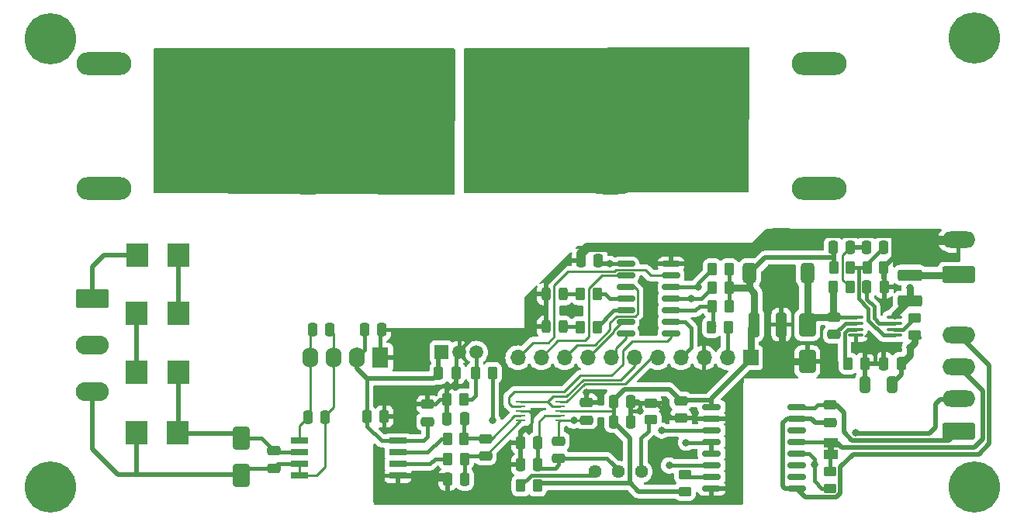
<source format=gbr>
%TF.GenerationSoftware,KiCad,Pcbnew,8.0.3*%
%TF.CreationDate,2024-10-20T11:10:21+02:00*%
%TF.ProjectId,diyBMS_CurrentVoltage_ADS1115,64697942-4d53-45f4-9375-7272656e7456,rev?*%
%TF.SameCoordinates,Original*%
%TF.FileFunction,Copper,L1,Top*%
%TF.FilePolarity,Positive*%
%FSLAX46Y46*%
G04 Gerber Fmt 4.6, Leading zero omitted, Abs format (unit mm)*
G04 Created by KiCad (PCBNEW 8.0.3) date 2024-10-20 11:10:21*
%MOMM*%
%LPD*%
G01*
G04 APERTURE LIST*
G04 Aperture macros list*
%AMRoundRect*
0 Rectangle with rounded corners*
0 $1 Rounding radius*
0 $2 $3 $4 $5 $6 $7 $8 $9 X,Y pos of 4 corners*
0 Add a 4 corners polygon primitive as box body*
4,1,4,$2,$3,$4,$5,$6,$7,$8,$9,$2,$3,0*
0 Add four circle primitives for the rounded corners*
1,1,$1+$1,$2,$3*
1,1,$1+$1,$4,$5*
1,1,$1+$1,$6,$7*
1,1,$1+$1,$8,$9*
0 Add four rect primitives between the rounded corners*
20,1,$1+$1,$2,$3,$4,$5,0*
20,1,$1+$1,$4,$5,$6,$7,0*
20,1,$1+$1,$6,$7,$8,$9,0*
20,1,$1+$1,$8,$9,$2,$3,0*%
%AMHorizOval*
0 Thick line with rounded ends*
0 $1 width*
0 $2 $3 position (X,Y) of the first rounded end (center of the circle)*
0 $4 $5 position (X,Y) of the second rounded end (center of the circle)*
0 Add line between two ends*
20,1,$1,$2,$3,$4,$5,0*
0 Add two circle primitives to create the rounded ends*
1,1,$1,$2,$3*
1,1,$1,$4,$5*%
G04 Aperture macros list end*
%TA.AperFunction,EtchedComponent*%
%ADD10C,0.000000*%
%TD*%
%TA.AperFunction,ComponentPad*%
%ADD11C,1.440000*%
%TD*%
%TA.AperFunction,ComponentPad*%
%ADD12C,0.800000*%
%TD*%
%TA.AperFunction,SMDPad,CuDef*%
%ADD13R,2.484000X2.600000*%
%TD*%
%TA.AperFunction,SMDPad,CuDef*%
%ADD14RoundRect,0.150000X-0.875000X-0.150000X0.875000X-0.150000X0.875000X0.150000X-0.875000X0.150000X0*%
%TD*%
%TA.AperFunction,SMDPad,CuDef*%
%ADD15RoundRect,0.250000X-0.262500X-0.450000X0.262500X-0.450000X0.262500X0.450000X-0.262500X0.450000X0*%
%TD*%
%TA.AperFunction,SMDPad,CuDef*%
%ADD16RoundRect,0.375000X0.375000X0.725000X-0.375000X0.725000X-0.375000X-0.725000X0.375000X-0.725000X0*%
%TD*%
%TA.AperFunction,SMDPad,CuDef*%
%ADD17RoundRect,0.250000X-0.650000X1.000000X-0.650000X-1.000000X0.650000X-1.000000X0.650000X1.000000X0*%
%TD*%
%TA.AperFunction,SMDPad,CuDef*%
%ADD18RoundRect,0.250000X0.250000X0.475000X-0.250000X0.475000X-0.250000X-0.475000X0.250000X-0.475000X0*%
%TD*%
%TA.AperFunction,ComponentPad*%
%ADD19O,6.000000X2.500000*%
%TD*%
%TA.AperFunction,SMDPad,CuDef*%
%ADD20RoundRect,0.250000X0.475000X-0.250000X0.475000X0.250000X-0.475000X0.250000X-0.475000X-0.250000X0*%
%TD*%
%TA.AperFunction,ComponentPad*%
%ADD21C,3.200000*%
%TD*%
%TA.AperFunction,ComponentPad*%
%ADD22C,16.000000*%
%TD*%
%TA.AperFunction,SMDPad,CuDef*%
%ADD23RoundRect,0.250000X-0.250000X-0.475000X0.250000X-0.475000X0.250000X0.475000X-0.250000X0.475000X0*%
%TD*%
%TA.AperFunction,SMDPad,CuDef*%
%ADD24RoundRect,0.250000X-0.475000X0.250000X-0.475000X-0.250000X0.475000X-0.250000X0.475000X0.250000X0*%
%TD*%
%TA.AperFunction,ComponentPad*%
%ADD25C,5.600000*%
%TD*%
%TA.AperFunction,SMDPad,CuDef*%
%ADD26RoundRect,0.250000X0.325000X1.100000X-0.325000X1.100000X-0.325000X-1.100000X0.325000X-1.100000X0*%
%TD*%
%TA.AperFunction,ComponentPad*%
%ADD27RoundRect,0.250000X1.550000X-0.650000X1.550000X0.650000X-1.550000X0.650000X-1.550000X-0.650000X0*%
%TD*%
%TA.AperFunction,ComponentPad*%
%ADD28O,3.600000X1.800000*%
%TD*%
%TA.AperFunction,SMDPad,CuDef*%
%ADD29RoundRect,0.250000X0.262500X0.450000X-0.262500X0.450000X-0.262500X-0.450000X0.262500X-0.450000X0*%
%TD*%
%TA.AperFunction,ComponentPad*%
%ADD30R,1.700000X1.700000*%
%TD*%
%TA.AperFunction,ComponentPad*%
%ADD31O,1.700000X1.700000*%
%TD*%
%TA.AperFunction,SMDPad,CuDef*%
%ADD32RoundRect,0.250000X0.325000X0.650000X-0.325000X0.650000X-0.325000X-0.650000X0.325000X-0.650000X0*%
%TD*%
%TA.AperFunction,SMDPad,CuDef*%
%ADD33R,1.905000X0.640000*%
%TD*%
%TA.AperFunction,SMDPad,CuDef*%
%ADD34R,1.100000X0.250000*%
%TD*%
%TA.AperFunction,ComponentPad*%
%ADD35R,1.500000X1.500000*%
%TD*%
%TA.AperFunction,ComponentPad*%
%ADD36C,1.500000*%
%TD*%
%TA.AperFunction,ComponentPad*%
%ADD37HorizOval,0.800000X0.000000X0.000000X0.000000X0.000000X0*%
%TD*%
%TA.AperFunction,ComponentPad*%
%ADD38HorizOval,0.800000X0.000000X0.000000X0.000000X0.000000X0*%
%TD*%
%TA.AperFunction,ComponentPad*%
%ADD39O,9.000000X6.000000*%
%TD*%
%TA.AperFunction,SMDPad,CuDef*%
%ADD40RoundRect,0.243750X-0.243750X-0.456250X0.243750X-0.456250X0.243750X0.456250X-0.243750X0.456250X0*%
%TD*%
%TA.AperFunction,SMDPad,CuDef*%
%ADD41R,1.500000X1.000000*%
%TD*%
%TA.AperFunction,ComponentPad*%
%ADD42RoundRect,0.249999X-1.550001X0.790001X-1.550001X-0.790001X1.550001X-0.790001X1.550001X0.790001X0*%
%TD*%
%TA.AperFunction,ComponentPad*%
%ADD43O,3.600000X2.080000*%
%TD*%
%TA.AperFunction,SMDPad,CuDef*%
%ADD44RoundRect,0.250000X0.450000X-0.262500X0.450000X0.262500X-0.450000X0.262500X-0.450000X-0.262500X0*%
%TD*%
%TA.AperFunction,SMDPad,CuDef*%
%ADD45RoundRect,0.150000X-0.825000X-0.150000X0.825000X-0.150000X0.825000X0.150000X-0.825000X0.150000X0*%
%TD*%
%TA.AperFunction,SMDPad,CuDef*%
%ADD46RoundRect,0.250000X-0.450000X0.262500X-0.450000X-0.262500X0.450000X-0.262500X0.450000X0.262500X0*%
%TD*%
%TA.AperFunction,SMDPad,CuDef*%
%ADD47RoundRect,0.250000X1.075000X-0.375000X1.075000X0.375000X-1.075000X0.375000X-1.075000X-0.375000X0*%
%TD*%
%TA.AperFunction,SMDPad,CuDef*%
%ADD48RoundRect,0.100000X-0.712500X-0.100000X0.712500X-0.100000X0.712500X0.100000X-0.712500X0.100000X0*%
%TD*%
%TA.AperFunction,ComponentPad*%
%ADD49R,1.750000X2.250000*%
%TD*%
%TA.AperFunction,ComponentPad*%
%ADD50O,1.750000X2.250000*%
%TD*%
%TA.AperFunction,ViaPad*%
%ADD51C,0.800000*%
%TD*%
%TA.AperFunction,Conductor*%
%ADD52C,0.400000*%
%TD*%
%TA.AperFunction,Conductor*%
%ADD53C,0.508000*%
%TD*%
%TA.AperFunction,Conductor*%
%ADD54C,0.250000*%
%TD*%
%TA.AperFunction,Conductor*%
%ADD55C,0.762000*%
%TD*%
%TA.AperFunction,Conductor*%
%ADD56C,1.000000*%
%TD*%
G04 APERTURE END LIST*
D10*
%TA.AperFunction,EtchedComponent*%
%TO.C,JP1*%
G36*
X169337000Y-104532000D02*
G01*
X168737000Y-104532000D01*
X168737000Y-104032000D01*
X169337000Y-104032000D01*
X169337000Y-104532000D01*
G37*
%TD.AperFunction*%
%TD*%
D11*
%TO.P,RV1,1,1*%
%TO.N,Net-(R1-Pad1)*%
X148336000Y-106807000D03*
%TO.P,RV1,2,2*%
%TO.N,Net-(U2-AIN3)*%
X145796000Y-106807000D03*
%TO.P,RV1,3,3*%
%TO.N,Net-(R2-Pad1)*%
X143256000Y-106807000D03*
%TD*%
D12*
%TO.P,,4,IP+*%
%TO.N,Net-(J4-Pin_1)*%
X144983200Y-61899800D03*
%TD*%
%TO.P,,5,IP-*%
%TO.N,Net-(J5-Pin_1)*%
X98679000Y-71879000D03*
%TD*%
%TO.P,,4,IP+*%
%TO.N,Net-(J4-Pin_1)*%
X151003000Y-66344800D03*
%TD*%
D13*
%TO.P,R5,1*%
%TO.N,Net-(R4-Pad2)*%
X93296800Y-95986600D03*
%TO.P,R5,2*%
%TO.N,Net-(D1-A1)*%
X97812800Y-95986600D03*
%TD*%
D14*
%TO.P,U5,1,VDD1*%
%TO.N,+5V*%
X156005000Y-99745800D03*
%TO.P,U5,2,GND1*%
%TO.N,GND*%
X156005000Y-101015800D03*
%TO.P,U5,3,RxD*%
%TO.N,RXD*%
X156005000Y-102285800D03*
%TO.P,U5,4,~{RE}*%
%TO.N,XDIR*%
X156005000Y-103555800D03*
%TO.P,U5,5,DE*%
X156005000Y-104825800D03*
%TO.P,U5,6,TxD*%
%TO.N,TXD*%
X156005000Y-106095800D03*
%TO.P,U5,7,PV*%
%TO.N,Net-(U5-PV)*%
X156005000Y-107365800D03*
%TO.P,U5,8,GND1*%
%TO.N,GND*%
X156005000Y-108635800D03*
%TO.P,U5,9,GND2*%
%TO.N,GND2*%
X165305000Y-108635800D03*
%TO.P,U5,10,NC*%
%TO.N,unconnected-(U5-NC-Pad10)*%
X165305000Y-107365800D03*
%TO.P,U5,11,NC*%
%TO.N,unconnected-(U5-NC-Pad11)*%
X165305000Y-106095800D03*
%TO.P,U5,12,A*%
%TO.N,A*%
X165305000Y-104825800D03*
%TO.P,U5,13,B*%
%TO.N,B*%
X165305000Y-103555800D03*
%TO.P,U5,14,NC*%
%TO.N,unconnected-(U5-NC-Pad14)*%
X165305000Y-102285800D03*
%TO.P,U5,15,GND2*%
%TO.N,GND2*%
X165305000Y-101015800D03*
%TO.P,U5,16,VDD2*%
%TO.N,VDD2*%
X165305000Y-99745800D03*
%TD*%
D12*
%TO.P,,4,IP+*%
%TO.N,Net-(J4-Pin_1)*%
X155448000Y-74713600D03*
%TD*%
D15*
%TO.P,R24,1*%
%TO.N,Net-(U6-FB)*%
X172991100Y-84505800D03*
%TO.P,R24,2*%
%TO.N,GND*%
X174816100Y-84505800D03*
%TD*%
D12*
%TO.P,,4,IP+*%
%TO.N,Net-(J4-Pin_1)*%
X153924000Y-63144400D03*
%TD*%
%TO.P,,5,IP-*%
%TO.N,Net-(J5-Pin_1)*%
X101727000Y-71879000D03*
%TD*%
%TO.P,,4,IP+*%
%TO.N,Net-(J4-Pin_1)*%
X130505200Y-64516333D03*
%TD*%
D16*
%TO.P,L1,1,1*%
%TO.N,Net-(D4-K)*%
X166472000Y-85127500D03*
%TO.P,L1,2,2*%
%TO.N,+5V*%
X160172000Y-85127500D03*
%TD*%
D12*
%TO.P,,5,IP-*%
%TO.N,Net-(J5-Pin_1)*%
X105740200Y-66344800D03*
%TD*%
%TO.P,,4,IP+*%
%TO.N,Net-(J4-Pin_1)*%
X157022800Y-72046933D03*
%TD*%
D17*
%TO.P,D4,1,K*%
%TO.N,Net-(D4-K)*%
X166475500Y-90771000D03*
%TO.P,D4,2,A*%
%TO.N,GND*%
X166475500Y-94771000D03*
%TD*%
D12*
%TO.P,,4,IP+*%
%TO.N,Net-(J4-Pin_1)*%
X132029200Y-67183000D03*
%TD*%
%TO.P,,5,IP-*%
%TO.N,Net-(J5-Pin_1)*%
X97155000Y-63500000D03*
%TD*%
D18*
%TO.P,C21,1*%
%TO.N,GND*%
X174853600Y-86664800D03*
%TO.P,C21,2*%
%TO.N,Net-(U6-VCC)*%
X172953600Y-86664800D03*
%TD*%
D12*
%TO.P,,5,IP-*%
%TO.N,Net-(J5-Pin_1)*%
X124841000Y-67183000D03*
%TD*%
%TO.P,,5,IP-*%
%TO.N,Net-(J5-Pin_1)*%
X121793000Y-64513000D03*
%TD*%
%TO.P,,4,IP+*%
%TO.N,Net-(J4-Pin_1)*%
X147116800Y-73050400D03*
%TD*%
D19*
%TO.P,,1*%
%TO.N,N/C*%
X167792400Y-62280800D03*
%TD*%
D12*
%TO.P,,5,IP-*%
%TO.N,Net-(J5-Pin_1)*%
X118237000Y-66370200D03*
%TD*%
%TO.P,,4,IP+*%
%TO.N,Net-(J4-Pin_1)*%
X147116800Y-74599800D03*
%TD*%
%TO.P,,5,IP-*%
%TO.N,Net-(J5-Pin_1)*%
X126365000Y-64513000D03*
%TD*%
D18*
%TO.P,C16,1*%
%TO.N,GND*%
X147197000Y-101346000D03*
%TO.P,C16,2*%
%TO.N,+5V*%
X145297000Y-101346000D03*
%TD*%
D12*
%TO.P,,5,IP-*%
%TO.N,Net-(J5-Pin_1)*%
X124841000Y-63183000D03*
%TD*%
%TO.P,,5,IP-*%
%TO.N,Net-(J5-Pin_1)*%
X121793000Y-65853000D03*
%TD*%
%TO.P,,5,IP-*%
%TO.N,Net-(J5-Pin_1)*%
X101727000Y-66167000D03*
%TD*%
%TO.P,,5,IP-*%
%TO.N,Net-(J5-Pin_1)*%
X97155000Y-73193600D03*
%TD*%
%TO.P,,4,IP+*%
%TO.N,Net-(J4-Pin_1)*%
X158546800Y-64477733D03*
%TD*%
D20*
%TO.P,C3,1*%
%TO.N,+5V*%
X125018800Y-101346000D03*
%TO.P,C3,2*%
%TO.N,GND*%
X125018800Y-99446000D03*
%TD*%
D12*
%TO.P,,5,IP-*%
%TO.N,Net-(J5-Pin_1)*%
X100203000Y-73219000D03*
%TD*%
D18*
%TO.P,C23,1*%
%TO.N,Net-(U6-FB)*%
X174813000Y-82296000D03*
%TO.P,C23,2*%
%TO.N,Net-(C23-Pad2)*%
X172913000Y-82296000D03*
%TD*%
D12*
%TO.P,,5,IP-*%
%TO.N,Net-(J5-Pin_1)*%
X97155000Y-74523600D03*
%TD*%
%TO.P,,4,IP+*%
%TO.N,Net-(J4-Pin_1)*%
X157022800Y-67144400D03*
%TD*%
%TO.P,,4,IP+*%
%TO.N,Net-(J4-Pin_1)*%
X138988800Y-70739000D03*
%TD*%
D21*
%TO.P,J5,1,Pin_1*%
%TO.N,Net-(J5-Pin_1)*%
X116372800Y-64164400D03*
X111937800Y-64164400D03*
X107502800Y-64164400D03*
X116372800Y-68599400D03*
D22*
X111937800Y-68599400D03*
D21*
X107502800Y-68599400D03*
X116372800Y-73034400D03*
X111937800Y-73034400D03*
X107502800Y-73034400D03*
%TD*%
D12*
%TO.P,,5,IP-*%
%TO.N,Net-(J5-Pin_1)*%
X98679000Y-70549000D03*
%TD*%
%TO.P,,4,IP+*%
%TO.N,Net-(J4-Pin_1)*%
X153924000Y-67144400D03*
%TD*%
%TO.P,,5,IP-*%
%TO.N,Net-(J5-Pin_1)*%
X109753400Y-64135000D03*
%TD*%
D20*
%TO.P,C10,1*%
%TO.N,GND2*%
X168910000Y-101407000D03*
%TO.P,C10,2*%
%TO.N,VDD2*%
X168910000Y-99507000D03*
%TD*%
D12*
%TO.P,,4,IP+*%
%TO.N,Net-(J4-Pin_1)*%
X158546800Y-72046933D03*
%TD*%
%TO.P,,4,IP+*%
%TO.N,Net-(J4-Pin_1)*%
X153924000Y-65811066D03*
%TD*%
%TO.P,,5,IP-*%
%TO.N,Net-(J5-Pin_1)*%
X116357400Y-70866000D03*
%TD*%
%TO.P,,4,IP+*%
%TO.N,Net-(J4-Pin_1)*%
X157022800Y-74713600D03*
%TD*%
%TO.P,,5,IP-*%
%TO.N,Net-(J5-Pin_1)*%
X109855000Y-73025000D03*
%TD*%
D23*
%TO.P,C8,1*%
%TO.N,+5V*%
X118409700Y-100766900D03*
%TO.P,C8,2*%
%TO.N,GND*%
X120309700Y-100766900D03*
%TD*%
D24*
%TO.P,C6,1*%
%TO.N,Net-(D1-A1)*%
X108229400Y-104510800D03*
%TO.P,C6,2*%
%TO.N,GND1*%
X108229400Y-106410800D03*
%TD*%
D12*
%TO.P,,4,IP+*%
%TO.N,Net-(J4-Pin_1)*%
X133604000Y-63183000D03*
%TD*%
D13*
%TO.P,R3,1*%
%TO.N,Net-(J1-Pin_1)*%
X93347600Y-83185000D03*
%TO.P,R3,2*%
%TO.N,Net-(R3-Pad2)*%
X97863600Y-83185000D03*
%TD*%
D24*
%TO.P,C9,1*%
%TO.N,+5V*%
X152654000Y-99075200D03*
%TO.P,C9,2*%
%TO.N,GND*%
X152654000Y-100975200D03*
%TD*%
D23*
%TO.P,C5,1*%
%TO.N,+5V*%
X145288000Y-99187000D03*
%TO.P,C5,2*%
%TO.N,GND*%
X147188000Y-99187000D03*
%TD*%
D12*
%TO.P,,4,IP+*%
%TO.N,Net-(J4-Pin_1)*%
X142824200Y-62611000D03*
%TD*%
%TO.P,,5,IP-*%
%TO.N,Net-(J5-Pin_1)*%
X98679000Y-64830000D03*
%TD*%
D19*
%TO.P,,1*%
%TO.N,N/C*%
X89687400Y-75895200D03*
%TD*%
D23*
%TO.P,C13,1*%
%TO.N,GND*%
X127132000Y-101031000D03*
%TO.P,C13,2*%
%TO.N,Net-(U2-AIN0)*%
X129032000Y-101031000D03*
%TD*%
D12*
%TO.P,,4,IP+*%
%TO.N,Net-(J4-Pin_1)*%
X153924000Y-74713600D03*
%TD*%
D25*
%TO.P,,1*%
%TO.N,N/C*%
X184658000Y-59436000D03*
%TD*%
D23*
%TO.P,C11,1*%
%TO.N,+5V*%
X126227800Y-96037400D03*
%TO.P,C11,2*%
%TO.N,GND*%
X128127800Y-96037400D03*
%TD*%
D12*
%TO.P,,4,IP+*%
%TO.N,Net-(J4-Pin_1)*%
X157022800Y-65811066D03*
%TD*%
%TO.P,,5,IP-*%
%TO.N,Net-(J5-Pin_1)*%
X109753400Y-62306200D03*
%TD*%
D15*
%TO.P,R8,1*%
%TO.N,Net-(U1-OUT-)*%
X127220300Y-105399800D03*
%TO.P,R8,2*%
%TO.N,Net-(U2-AIN1)*%
X129045300Y-105399800D03*
%TD*%
D26*
%TO.P,C25,1*%
%TO.N,GND*%
X163632500Y-90739000D03*
%TO.P,C25,2*%
%TO.N,+5V*%
X160682500Y-90739000D03*
%TD*%
D18*
%TO.P,C18,1*%
%TO.N,Net-(U2-AIN3)*%
X137070500Y-106045000D03*
%TO.P,C18,2*%
%TO.N,GND*%
X135170500Y-106045000D03*
%TD*%
D27*
%TO.P,J3,1,Pin_1*%
%TO.N,VDD2*%
X182974000Y-102350000D03*
D28*
%TO.P,J3,2,Pin_2*%
%TO.N,A*%
X182974000Y-98850000D03*
%TO.P,J3,3,Pin_3*%
%TO.N,B*%
X182974000Y-95350000D03*
%TO.P,J3,4,Pin_4*%
%TO.N,GND2*%
X182974000Y-91850000D03*
%TD*%
D12*
%TO.P,,5,IP-*%
%TO.N,Net-(J5-Pin_1)*%
X97155000Y-67500000D03*
%TD*%
D25*
%TO.P,,1*%
%TO.N,N/C*%
X184658000Y-108458000D03*
%TD*%
D17*
%TO.P,D1,1,A1*%
%TO.N,Net-(D1-A1)*%
X104698800Y-103181400D03*
%TO.P,D1,2,A2*%
%TO.N,GND1*%
X104698800Y-107181400D03*
%TD*%
D12*
%TO.P,,5,IP-*%
%TO.N,Net-(J5-Pin_1)*%
X107492800Y-66344800D03*
%TD*%
%TO.P,,4,IP+*%
%TO.N,Net-(J4-Pin_1)*%
X158546800Y-74713600D03*
%TD*%
D23*
%TO.P,C1,1*%
%TO.N,+5VP*%
X112461000Y-91262200D03*
%TO.P,C1,2*%
%TO.N,GND1*%
X114361000Y-91262200D03*
%TD*%
D12*
%TO.P,,5,IP-*%
%TO.N,Net-(J5-Pin_1)*%
X100203000Y-70549000D03*
%TD*%
%TO.P,,4,IP+*%
%TO.N,Net-(J4-Pin_1)*%
X158546800Y-65811066D03*
%TD*%
%TO.P,,5,IP-*%
%TO.N,Net-(J5-Pin_1)*%
X97155000Y-70523600D03*
%TD*%
%TO.P,,5,IP-*%
%TO.N,Net-(J5-Pin_1)*%
X107492800Y-70866000D03*
%TD*%
%TO.P,,5,IP-*%
%TO.N,Net-(J5-Pin_1)*%
X100203000Y-71879000D03*
%TD*%
%TO.P,,5,IP-*%
%TO.N,Net-(J5-Pin_1)*%
X98679000Y-67497000D03*
%TD*%
D19*
%TO.P,,1*%
%TO.N,N/C*%
X167792400Y-75920600D03*
%TD*%
D12*
%TO.P,,5,IP-*%
%TO.N,Net-(J5-Pin_1)*%
X123317000Y-67183000D03*
%TD*%
%TO.P,,5,IP-*%
%TO.N,Net-(J5-Pin_1)*%
X97155000Y-66166666D03*
%TD*%
D29*
%TO.P,R17,1*%
%TO.N,Net-(U2-AIN2)*%
X132103500Y-96012000D03*
%TO.P,R17,2*%
%TO.N,Net-(U3-VIOUT)*%
X130278500Y-96012000D03*
%TD*%
D12*
%TO.P,,5,IP-*%
%TO.N,Net-(J5-Pin_1)*%
X105257600Y-68630800D03*
%TD*%
%TO.P,,5,IP-*%
%TO.N,Net-(J5-Pin_1)*%
X114300000Y-73050400D03*
%TD*%
%TO.P,,5,IP-*%
%TO.N,Net-(J5-Pin_1)*%
X123317000Y-64513000D03*
%TD*%
D25*
%TO.P,,1*%
%TO.N,N/C*%
X83820000Y-108458000D03*
%TD*%
D12*
%TO.P,,5,IP-*%
%TO.N,Net-(J5-Pin_1)*%
X101727000Y-70549000D03*
%TD*%
%TO.P,,5,IP-*%
%TO.N,Net-(J5-Pin_1)*%
X126365000Y-67183000D03*
%TD*%
%TO.P,,5,IP-*%
%TO.N,Net-(J5-Pin_1)*%
X100203000Y-63500000D03*
%TD*%
%TO.P,,4,IP+*%
%TO.N,Net-(J4-Pin_1)*%
X155448000Y-67144400D03*
%TD*%
%TO.P,,5,IP-*%
%TO.N,Net-(J5-Pin_1)*%
X98679000Y-74549000D03*
%TD*%
D18*
%TO.P,C20,1*%
%TO.N,Net-(U6-VIN)*%
X176718000Y-94996000D03*
%TO.P,C20,2*%
%TO.N,GND*%
X174818000Y-94996000D03*
%TD*%
D12*
%TO.P,,4,IP+*%
%TO.N,Net-(J4-Pin_1)*%
X157022800Y-73380266D03*
%TD*%
D13*
%TO.P,R4,1*%
%TO.N,Net-(R3-Pad2)*%
X97812800Y-89509600D03*
%TO.P,R4,2*%
%TO.N,Net-(R4-Pad2)*%
X93296800Y-89509600D03*
%TD*%
D30*
%TO.P,J2,1,Pin_1*%
%TO.N,+5V*%
X160274000Y-94361000D03*
D31*
%TO.P,J2,2,Pin_2*%
%TO.N,Net-(J2-Pin_2)*%
X157734000Y-94361000D03*
%TO.P,J2,3,Pin_3*%
%TO.N,GND*%
X155194000Y-94361000D03*
%TO.P,J2,4,Pin_4*%
%TO.N,XDIR*%
X152654000Y-94361000D03*
%TO.P,J2,5,Pin_5*%
%TO.N,SCL*%
X150114000Y-94361000D03*
%TO.P,J2,6,Pin_6*%
%TO.N,SDA*%
X147574000Y-94361000D03*
%TO.P,J2,7,Pin_7*%
%TO.N,TXD*%
X145034000Y-94361000D03*
%TO.P,J2,8,Pin_8*%
%TO.N,RXD*%
X142494000Y-94361000D03*
%TO.P,J2,9,Pin_9*%
%TO.N,PA5*%
X139954000Y-94361000D03*
%TO.P,J2,10,Pin_10*%
%TO.N,PA4*%
X137414000Y-94361000D03*
%TO.P,J2,11,Pin_11*%
%TO.N,PA3*%
X134874000Y-94361000D03*
%TD*%
D12*
%TO.P,,4,IP+*%
%TO.N,Net-(J4-Pin_1)*%
X155448000Y-72046933D03*
%TD*%
D23*
%TO.P,C4,1*%
%TO.N,+5V*%
X118150600Y-91313000D03*
%TO.P,C4,2*%
%TO.N,GND*%
X120050600Y-91313000D03*
%TD*%
D12*
%TO.P,,5,IP-*%
%TO.N,Net-(J5-Pin_1)*%
X105765600Y-70840600D03*
%TD*%
%TO.P,,4,IP+*%
%TO.N,Net-(J4-Pin_1)*%
X139065000Y-66421000D03*
%TD*%
D15*
%TO.P,R23,1*%
%TO.N,+5V*%
X169335600Y-84505800D03*
%TO.P,R23,2*%
%TO.N,Net-(U6-FB)*%
X171160600Y-84505800D03*
%TD*%
D12*
%TO.P,,5,IP-*%
%TO.N,Net-(J5-Pin_1)*%
X126365000Y-65853000D03*
%TD*%
%TO.P,,4,IP+*%
%TO.N,Net-(J4-Pin_1)*%
X147142200Y-64185800D03*
%TD*%
%TO.P,,5,IP-*%
%TO.N,Net-(J5-Pin_1)*%
X114300000Y-75057000D03*
%TD*%
%TO.P,,4,IP+*%
%TO.N,Net-(J4-Pin_1)*%
X140538200Y-70739000D03*
%TD*%
%TO.P,,4,IP+*%
%TO.N,Net-(J4-Pin_1)*%
X149453600Y-66344800D03*
%TD*%
%TO.P,,4,IP+*%
%TO.N,Net-(J4-Pin_1)*%
X158546800Y-67144400D03*
%TD*%
%TO.P,,4,IP+*%
%TO.N,Net-(J4-Pin_1)*%
X147142200Y-62687200D03*
%TD*%
%TO.P,,4,IP+*%
%TO.N,Net-(J4-Pin_1)*%
X155448000Y-64477733D03*
%TD*%
D18*
%TO.P,C14,1*%
%TO.N,Net-(U2-AIN1)*%
X129108200Y-107635000D03*
%TO.P,C14,2*%
%TO.N,GND*%
X127208200Y-107635000D03*
%TD*%
D12*
%TO.P,,5,IP-*%
%TO.N,Net-(J5-Pin_1)*%
X101727000Y-63500000D03*
%TD*%
D29*
%TO.P,R14,1*%
%TO.N,Net-(J2-Pin_2)*%
X157833700Y-91031700D03*
%TO.P,R14,2*%
%TO.N,RESET*%
X156008700Y-91031700D03*
%TD*%
D12*
%TO.P,,5,IP-*%
%TO.N,Net-(J5-Pin_1)*%
X101727000Y-67497000D03*
%TD*%
D15*
%TO.P,R21,1*%
%TO.N,Net-(U6-RCL)*%
X170918500Y-94996000D03*
%TO.P,R21,2*%
%TO.N,GND*%
X172743500Y-94996000D03*
%TD*%
D12*
%TO.P,,5,IP-*%
%TO.N,Net-(J5-Pin_1)*%
X124841000Y-64513000D03*
%TD*%
D32*
%TO.P,C19,1*%
%TO.N,Net-(U6-VIN)*%
X175719000Y-97282000D03*
%TO.P,C19,2*%
%TO.N,GND*%
X172769000Y-97282000D03*
%TD*%
D12*
%TO.P,,5,IP-*%
%TO.N,Net-(J5-Pin_1)*%
X98679000Y-66167000D03*
%TD*%
%TO.P,,4,IP+*%
%TO.N,Net-(J4-Pin_1)*%
X135128000Y-63183000D03*
%TD*%
%TO.P,,4,IP+*%
%TO.N,Net-(J4-Pin_1)*%
X142798800Y-74523600D03*
%TD*%
%TO.P,,5,IP-*%
%TO.N,Net-(J5-Pin_1)*%
X124841000Y-65853000D03*
%TD*%
%TO.P,,5,IP-*%
%TO.N,Net-(J5-Pin_1)*%
X114249200Y-62407800D03*
%TD*%
%TO.P,,4,IP+*%
%TO.N,Net-(J4-Pin_1)*%
X133604000Y-67183000D03*
%TD*%
D15*
%TO.P,R9,1*%
%TO.N,RESET*%
X156108024Y-88747048D03*
%TO.P,R9,2*%
%TO.N,+5V*%
X157933024Y-88747048D03*
%TD*%
%TO.P,R12,1*%
%TO.N,Net-(D2-A)*%
X141712100Y-91008200D03*
%TO.P,R12,2*%
%TO.N,PA7*%
X143537100Y-91008200D03*
%TD*%
D12*
%TO.P,,4,IP+*%
%TO.N,Net-(J4-Pin_1)*%
X158546800Y-70713600D03*
%TD*%
%TO.P,,4,IP+*%
%TO.N,Net-(J4-Pin_1)*%
X140563600Y-66421000D03*
%TD*%
D15*
%TO.P,R13,1*%
%TO.N,Net-(D3-A)*%
X141714000Y-87426800D03*
%TO.P,R13,2*%
%TO.N,PA6*%
X143539000Y-87426800D03*
%TD*%
D12*
%TO.P,,5,IP-*%
%TO.N,Net-(J5-Pin_1)*%
X97155000Y-64833333D03*
%TD*%
%TO.P,,4,IP+*%
%TO.N,Net-(J4-Pin_1)*%
X130505200Y-67183000D03*
%TD*%
D19*
%TO.P,,1*%
%TO.N,N/C*%
X89687400Y-62255400D03*
%TD*%
D12*
%TO.P,,5,IP-*%
%TO.N,Net-(J5-Pin_1)*%
X116357400Y-66344800D03*
%TD*%
D29*
%TO.P,R18,1*%
%TO.N,Net-(U3-VIOUT)*%
X128952000Y-98933000D03*
%TO.P,R18,2*%
%TO.N,GND*%
X127127000Y-98933000D03*
%TD*%
D20*
%TO.P,C26,1*%
%TO.N,Net-(U2-AIN3)*%
X139319000Y-105344000D03*
%TO.P,C26,2*%
%TO.N,Net-(U2-AIN2)*%
X139319000Y-103444000D03*
%TD*%
D12*
%TO.P,,5,IP-*%
%TO.N,Net-(J5-Pin_1)*%
X123317000Y-65853000D03*
%TD*%
D33*
%TO.P,U1,1,VDD1*%
%TO.N,+5VP*%
X111077700Y-103433900D03*
%TO.P,U1,2,IN*%
%TO.N,Net-(D1-A1)*%
X111077700Y-104703900D03*
%TO.P,U1,3,IN-*%
%TO.N,GND1*%
X111077700Y-105973900D03*
%TO.P,U1,4,GND1*%
X111077700Y-107243900D03*
%TO.P,U1,5,GND2*%
%TO.N,GND*%
X121772700Y-107243900D03*
%TO.P,U1,6,OUT-*%
%TO.N,Net-(U1-OUT-)*%
X121772700Y-105973900D03*
%TO.P,U1,7,OUT+*%
%TO.N,Net-(U1-OUT+)*%
X121772700Y-104703900D03*
%TO.P,U1,8,VDD2*%
%TO.N,+5V*%
X121772700Y-103433900D03*
%TD*%
D12*
%TO.P,,4,IP+*%
%TO.N,Net-(J4-Pin_1)*%
X155448000Y-73380266D03*
%TD*%
D34*
%TO.P,U2,1,ADDR*%
%TO.N,SDA*%
X135191400Y-99203000D03*
%TO.P,U2,2,ALERT/RDY*%
%TO.N,ALERT*%
X135191400Y-99703000D03*
%TO.P,U2,3,GND*%
%TO.N,GND*%
X135191400Y-100203000D03*
%TO.P,U2,4,AIN0*%
%TO.N,Net-(U2-AIN0)*%
X135191400Y-100703000D03*
%TO.P,U2,5,AIN1*%
%TO.N,Net-(U2-AIN1)*%
X135191400Y-101203000D03*
%TO.P,U2,6,AIN2*%
%TO.N,Net-(U2-AIN2)*%
X139491400Y-101203000D03*
%TO.P,U2,7,AIN3*%
%TO.N,Net-(U2-AIN3)*%
X139491400Y-100703000D03*
%TO.P,U2,8,VDD*%
%TO.N,+5V*%
X139491400Y-100203000D03*
%TO.P,U2,9,SDA*%
%TO.N,SDA*%
X139491400Y-99703000D03*
%TO.P,U2,10,SCL*%
%TO.N,SCL*%
X139491400Y-99203000D03*
%TD*%
D12*
%TO.P,,4,IP+*%
%TO.N,Net-(J4-Pin_1)*%
X153924000Y-73380266D03*
%TD*%
%TO.P,,4,IP+*%
%TO.N,Net-(J4-Pin_1)*%
X133604000Y-64516333D03*
%TD*%
%TO.P,,4,IP+*%
%TO.N,Net-(J4-Pin_1)*%
X153924000Y-64477733D03*
%TD*%
D35*
%TO.P,U3,1,VCC*%
%TO.N,+5V*%
X126547800Y-93759400D03*
D36*
%TO.P,U3,2,GND*%
%TO.N,GND*%
X128457800Y-93759400D03*
%TO.P,U3,3,VIOUT*%
%TO.N,Net-(U3-VIOUT)*%
X130367800Y-93759400D03*
D37*
%TO.P,U3,4,IP+*%
%TO.N,Net-(J4-Pin_1)*%
X129507800Y-71729400D03*
D38*
X129507800Y-72989400D03*
D12*
X130257800Y-70699400D03*
X130257800Y-74019400D03*
X131457800Y-70309400D03*
X131457800Y-74409400D03*
X132787800Y-70309400D03*
X132787800Y-74409400D03*
D39*
X133557800Y-72359400D03*
D12*
X134127800Y-70309400D03*
X134127800Y-74409400D03*
X135457800Y-70309400D03*
X135457800Y-74409400D03*
X136657800Y-70699400D03*
X136657800Y-74019400D03*
X137407800Y-71729400D03*
X137407800Y-72989400D03*
%TO.P,U3,5,IP-*%
%TO.N,Net-(J5-Pin_1)*%
X119507800Y-71729400D03*
X119507800Y-72989400D03*
X120257800Y-70699400D03*
X120257800Y-74019400D03*
X121457800Y-70309400D03*
X121457800Y-74409400D03*
X122787800Y-70309400D03*
X122787800Y-74409400D03*
D39*
X123357800Y-72359400D03*
D12*
X124127800Y-70309400D03*
X124127800Y-74409400D03*
X125457800Y-70309400D03*
X125457800Y-74409400D03*
X126657800Y-70699400D03*
X126657800Y-74019400D03*
D38*
X127407800Y-71729400D03*
D37*
X127407800Y-72989400D03*
%TD*%
D29*
%TO.P,R10,1*%
%TO.N,+5V*%
X157933024Y-84683048D03*
%TO.P,R10,2*%
%TO.N,SCL*%
X156108024Y-84683048D03*
%TD*%
D12*
%TO.P,,4,IP+*%
%TO.N,Net-(J4-Pin_1)*%
X157022800Y-64477733D03*
%TD*%
%TO.P,,4,IP+*%
%TO.N,Net-(J4-Pin_1)*%
X130505200Y-65849666D03*
%TD*%
%TO.P,,5,IP-*%
%TO.N,Net-(J5-Pin_1)*%
X118262400Y-70891400D03*
%TD*%
%TO.P,,5,IP-*%
%TO.N,Net-(J5-Pin_1)*%
X98679000Y-63500000D03*
%TD*%
%TO.P,,4,IP+*%
%TO.N,Net-(J4-Pin_1)*%
X158546800Y-73380266D03*
%TD*%
%TO.P,,5,IP-*%
%TO.N,Net-(J5-Pin_1)*%
X126365000Y-63183000D03*
%TD*%
D40*
%TO.P,D2,1,K*%
%TO.N,GND*%
X137955200Y-90984148D03*
%TO.P,D2,2,A*%
%TO.N,Net-(D2-A)*%
X139830200Y-90984148D03*
%TD*%
D15*
%TO.P,R7,1*%
%TO.N,Net-(U1-OUT+)*%
X127193000Y-103190000D03*
%TO.P,R7,2*%
%TO.N,Net-(U2-AIN0)*%
X129018000Y-103190000D03*
%TD*%
D12*
%TO.P,,5,IP-*%
%TO.N,Net-(J5-Pin_1)*%
X100203000Y-74549000D03*
%TD*%
D41*
%TO.P,JP1,1,A*%
%TO.N,Net-(JP1-A)*%
X169037000Y-104932000D03*
%TO.P,JP1,2,B*%
%TO.N,B*%
X169037000Y-103632000D03*
%TD*%
D12*
%TO.P,,4,IP+*%
%TO.N,Net-(J4-Pin_1)*%
X155448000Y-63144400D03*
%TD*%
D13*
%TO.P,R6,1*%
%TO.N,Net-(D1-A1)*%
X97762000Y-102539800D03*
%TO.P,R6,2*%
%TO.N,GND1*%
X93246000Y-102539800D03*
%TD*%
D42*
%TO.P,J1,1,Pin_1*%
%TO.N,Net-(J1-Pin_1)*%
X88417400Y-87909400D03*
D43*
%TO.P,J1,2,Pin_2*%
%TO.N,unconnected-(J1-Pin_2-Pad2)*%
X88417400Y-92989400D03*
%TO.P,J1,3,Pin_3*%
%TO.N,GND1*%
X88417400Y-98069400D03*
%TD*%
D27*
%TO.P,J6,1,Pin_1*%
%TO.N,Net-(J6-Pin_1)*%
X182995500Y-85289000D03*
D28*
%TO.P,J6,2,Pin_2*%
%TO.N,GND*%
X182995500Y-81479000D03*
%TD*%
D18*
%TO.P,C7,1*%
%TO.N,+5V*%
X143676200Y-83718400D03*
%TO.P,C7,2*%
%TO.N,GND*%
X141776200Y-83718400D03*
%TD*%
D44*
%TO.P,R15,1*%
%TO.N,+5V*%
X153111200Y-108964100D03*
%TO.P,R15,2*%
%TO.N,Net-(U5-PV)*%
X153111200Y-107139100D03*
%TD*%
D12*
%TO.P,,4,IP+*%
%TO.N,Net-(J4-Pin_1)*%
X130505200Y-63183000D03*
%TD*%
%TO.P,,4,IP+*%
%TO.N,Net-(J4-Pin_1)*%
X153924000Y-70713600D03*
%TD*%
%TO.P,,5,IP-*%
%TO.N,Net-(J5-Pin_1)*%
X112014000Y-61620400D03*
%TD*%
D25*
%TO.P,REF\u002A\u002A,1*%
%TO.N,N/C*%
X83853987Y-59563000D03*
%TD*%
D12*
%TO.P,,4,IP+*%
%TO.N,Net-(J4-Pin_1)*%
X144957800Y-75311000D03*
%TD*%
%TO.P,,4,IP+*%
%TO.N,Net-(J4-Pin_1)*%
X149428200Y-70662800D03*
%TD*%
D20*
%TO.P,C15,1*%
%TO.N,Net-(U2-AIN1)*%
X131318000Y-105090000D03*
%TO.P,C15,2*%
%TO.N,Net-(U2-AIN0)*%
X131318000Y-103190000D03*
%TD*%
D12*
%TO.P,,5,IP-*%
%TO.N,Net-(J5-Pin_1)*%
X114249200Y-64185800D03*
%TD*%
D23*
%TO.P,C2,1*%
%TO.N,+5VP*%
X111932700Y-100893900D03*
%TO.P,C2,2*%
%TO.N,GND1*%
X113832700Y-100893900D03*
%TD*%
D12*
%TO.P,,5,IP-*%
%TO.N,Net-(J5-Pin_1)*%
X98679000Y-73219000D03*
%TD*%
%TO.P,,5,IP-*%
%TO.N,Net-(J5-Pin_1)*%
X101727000Y-73219000D03*
%TD*%
%TO.P,,5,IP-*%
%TO.N,Net-(J5-Pin_1)*%
X101727000Y-74549000D03*
%TD*%
D45*
%TO.P,U4,1,VCC*%
%TO.N,+5V*%
X146648024Y-84124800D03*
%TO.P,U4,2,PA4*%
%TO.N,PA4*%
X146648024Y-85394800D03*
%TO.P,U4,3,PA5*%
%TO.N,PA5*%
X146648024Y-86664800D03*
%TO.P,U4,4,PA6*%
%TO.N,PA6*%
X146648024Y-87934800D03*
%TO.P,U4,5,PA7*%
%TO.N,PA7*%
X146648024Y-89204800D03*
%TO.P,U4,6,PB3*%
%TO.N,RXD*%
X146648024Y-90474800D03*
%TO.P,U4,7,PB2*%
%TO.N,TXD*%
X146648024Y-91744800D03*
%TO.P,U4,8,PB1*%
%TO.N,ALERT*%
X151598024Y-91744800D03*
%TO.P,U4,9,PB0*%
%TO.N,XDIR*%
X151598024Y-90474800D03*
%TO.P,U4,10,~{RESET}/PA0*%
%TO.N,RESET*%
X151598024Y-89204800D03*
%TO.P,U4,11,PA1*%
%TO.N,SDA*%
X151598024Y-87934800D03*
%TO.P,U4,12,PA2*%
%TO.N,SCL*%
X151598024Y-86664800D03*
%TO.P,U4,13,PA3*%
%TO.N,PA3*%
X151598024Y-85394800D03*
%TO.P,U4,14,GND*%
%TO.N,GND*%
X151598024Y-84124800D03*
%TD*%
D12*
%TO.P,,5,IP-*%
%TO.N,Net-(J5-Pin_1)*%
X97155000Y-71853600D03*
%TD*%
%TO.P,,4,IP+*%
%TO.N,Net-(J4-Pin_1)*%
X132029200Y-63183000D03*
%TD*%
%TO.P,,4,IP+*%
%TO.N,Net-(J4-Pin_1)*%
X151714200Y-68503800D03*
%TD*%
%TO.P,,4,IP+*%
%TO.N,Net-(J4-Pin_1)*%
X153924000Y-72046933D03*
%TD*%
%TO.P,,4,IP+*%
%TO.N,Net-(J4-Pin_1)*%
X138277600Y-68580000D03*
%TD*%
D29*
%TO.P,R11,1*%
%TO.N,+5V*%
X157933024Y-86715048D03*
%TO.P,R11,2*%
%TO.N,SDA*%
X156108024Y-86715048D03*
%TD*%
D12*
%TO.P,,5,IP-*%
%TO.N,Net-(J5-Pin_1)*%
X123317000Y-63183000D03*
%TD*%
D46*
%TO.P,R16,1*%
%TO.N,Net-(JP1-A)*%
X168910000Y-106783500D03*
%TO.P,R16,2*%
%TO.N,A*%
X168910000Y-108608500D03*
%TD*%
D15*
%TO.P,R1,1*%
%TO.N,Net-(R1-Pad1)*%
X135208000Y-108331000D03*
%TO.P,R1,2*%
%TO.N,+5V*%
X137033000Y-108331000D03*
%TD*%
D44*
%TO.P,R2,1*%
%TO.N,Net-(R2-Pad1)*%
X149352000Y-101115500D03*
%TO.P,R2,2*%
%TO.N,GND*%
X149352000Y-99290500D03*
%TD*%
D12*
%TO.P,,4,IP+*%
%TO.N,Net-(J4-Pin_1)*%
X158546800Y-63144400D03*
%TD*%
D47*
%TO.P,F1,1*%
%TO.N,Net-(U6-VIN)*%
X177673000Y-88141000D03*
%TO.P,F1,2*%
%TO.N,Net-(J6-Pin_1)*%
X177673000Y-85341000D03*
%TD*%
D12*
%TO.P,,5,IP-*%
%TO.N,Net-(J5-Pin_1)*%
X100203000Y-66167000D03*
%TD*%
D48*
%TO.P,U6,1,SW*%
%TO.N,Net-(D4-K)*%
X171750500Y-89957000D03*
%TO.P,U6,2,BST*%
%TO.N,Net-(U6-BST)*%
X171750500Y-90607000D03*
%TO.P,U6,3,RCL*%
%TO.N,Net-(U6-RCL)*%
X171750500Y-91257000D03*
%TO.P,U6,4,RTN*%
%TO.N,GND*%
X171750500Y-91907000D03*
%TO.P,U6,5,FB*%
%TO.N,Net-(U6-FB)*%
X175975500Y-91907000D03*
%TO.P,U6,6,Rt/SD*%
%TO.N,Net-(U6-Rt{slash}SD)*%
X175975500Y-91257000D03*
%TO.P,U6,7,VCC*%
%TO.N,Net-(U6-VCC)*%
X175975500Y-90607000D03*
%TO.P,U6,8,VIN*%
%TO.N,Net-(U6-VIN)*%
X175975500Y-89957000D03*
%TD*%
D40*
%TO.P,D3,1,K*%
%TO.N,GND*%
X137955200Y-87428148D03*
%TO.P,D3,2,A*%
%TO.N,Net-(D3-A)*%
X139830200Y-87428148D03*
%TD*%
D44*
%TO.P,R20,1*%
%TO.N,Net-(U6-VIN)*%
X178181000Y-91844500D03*
%TO.P,R20,2*%
%TO.N,Net-(U6-Rt{slash}SD)*%
X178181000Y-90019500D03*
%TD*%
D12*
%TO.P,,5,IP-*%
%TO.N,Net-(J5-Pin_1)*%
X121793000Y-67183000D03*
%TD*%
%TO.P,,5,IP-*%
%TO.N,Net-(J5-Pin_1)*%
X109855000Y-75057000D03*
%TD*%
%TO.P,,4,IP+*%
%TO.N,Net-(J4-Pin_1)*%
X155448000Y-65811066D03*
%TD*%
%TO.P,,5,IP-*%
%TO.N,Net-(J5-Pin_1)*%
X100203000Y-64830000D03*
%TD*%
D21*
%TO.P,J4,1,Pin_1*%
%TO.N,Net-(J4-Pin_1)*%
X149402800Y-64164400D03*
X144967800Y-64164400D03*
X140532800Y-64164400D03*
X149402800Y-68599400D03*
D22*
X144967800Y-68599400D03*
D21*
X140532800Y-68599400D03*
X149402800Y-73034400D03*
X144967800Y-73034400D03*
X140532800Y-73034400D03*
%TD*%
D12*
%TO.P,,4,IP+*%
%TO.N,Net-(J4-Pin_1)*%
X157022800Y-70713600D03*
%TD*%
D23*
%TO.P,C24,1*%
%TO.N,+5V*%
X169276600Y-82344800D03*
%TO.P,C24,2*%
%TO.N,Net-(C23-Pad2)*%
X171176600Y-82344800D03*
%TD*%
D12*
%TO.P,,4,IP+*%
%TO.N,Net-(J4-Pin_1)*%
X157022800Y-63144400D03*
%TD*%
D20*
%TO.P,C22,1*%
%TO.N,Net-(U6-BST)*%
X169396500Y-91816000D03*
%TO.P,C22,2*%
%TO.N,Net-(D4-K)*%
X169396500Y-89916000D03*
%TD*%
D12*
%TO.P,,5,IP-*%
%TO.N,Net-(J5-Pin_1)*%
X111988600Y-75666600D03*
%TD*%
D15*
%TO.P,R22,1*%
%TO.N,Net-(D4-K)*%
X169314100Y-86662800D03*
%TO.P,R22,2*%
%TO.N,Net-(C23-Pad2)*%
X171139100Y-86662800D03*
%TD*%
D12*
%TO.P,,4,IP+*%
%TO.N,Net-(J4-Pin_1)*%
X135128000Y-67183000D03*
%TD*%
%TO.P,,4,IP+*%
%TO.N,Net-(J4-Pin_1)*%
X135128000Y-65849666D03*
%TD*%
%TO.P,,4,IP+*%
%TO.N,Net-(J4-Pin_1)*%
X142824200Y-64160400D03*
%TD*%
%TO.P,,5,IP-*%
%TO.N,Net-(J5-Pin_1)*%
X101727000Y-64830000D03*
%TD*%
%TO.P,,4,IP+*%
%TO.N,Net-(J4-Pin_1)*%
X132029200Y-64516333D03*
%TD*%
%TO.P,,5,IP-*%
%TO.N,Net-(J5-Pin_1)*%
X118948200Y-68630800D03*
%TD*%
%TO.P,,4,IP+*%
%TO.N,Net-(J4-Pin_1)*%
X132029200Y-65849666D03*
%TD*%
%TO.P,,4,IP+*%
%TO.N,Net-(J4-Pin_1)*%
X150926800Y-70662800D03*
%TD*%
%TO.P,,4,IP+*%
%TO.N,Net-(J4-Pin_1)*%
X133604000Y-65849666D03*
%TD*%
%TO.P,,4,IP+*%
%TO.N,Net-(J4-Pin_1)*%
X155448000Y-70713600D03*
%TD*%
D49*
%TO.P,PS1,1,-Vin*%
%TO.N,GND*%
X119867700Y-94352400D03*
D50*
%TO.P,PS1,2,+Vin*%
%TO.N,+5V*%
X117327700Y-94352400D03*
%TO.P,PS1,3,-Vout*%
%TO.N,GND1*%
X114787700Y-94352400D03*
%TO.P,PS1,4,+Vout*%
%TO.N,+5VP*%
X112247700Y-94352400D03*
%TD*%
D12*
%TO.P,,4,IP+*%
%TO.N,Net-(J4-Pin_1)*%
X135128000Y-64516333D03*
%TD*%
%TO.P,,4,IP+*%
%TO.N,Net-(J4-Pin_1)*%
X142798800Y-73025000D03*
%TD*%
%TO.P,,5,IP-*%
%TO.N,Net-(J5-Pin_1)*%
X100203000Y-67497000D03*
%TD*%
D20*
%TO.P,C12,1*%
%TO.N,Net-(U2-AIN2)*%
X142367000Y-101153000D03*
%TO.P,C12,2*%
%TO.N,GND*%
X142367000Y-99253000D03*
%TD*%
D12*
%TO.P,,5,IP-*%
%TO.N,Net-(J5-Pin_1)*%
X121793000Y-63183000D03*
%TD*%
D18*
%TO.P,C17,1*%
%TO.N,Net-(U2-AIN3)*%
X137070500Y-103657400D03*
%TO.P,C17,2*%
%TO.N,GND*%
X135170500Y-103657400D03*
%TD*%
D51*
%TO.N,GND*%
X148209000Y-100203000D03*
X158623000Y-104902000D03*
X163576000Y-93472000D03*
X173863000Y-93726000D03*
X141500000Y-89250000D03*
X136017000Y-90424000D03*
X126212600Y-109423200D03*
X142621000Y-103632000D03*
X158623000Y-103632000D03*
X149123024Y-86664800D03*
X158623000Y-102362000D03*
X143510000Y-103632000D03*
X142367000Y-98171000D03*
X163576000Y-94742000D03*
X141500000Y-89250000D03*
X149606000Y-103759000D03*
X163576000Y-93472000D03*
X149606000Y-105029000D03*
X123088400Y-99314000D03*
X136017000Y-89281000D03*
X163576000Y-96012000D03*
X135991600Y-88061800D03*
X149123024Y-87934800D03*
X122936000Y-109423200D03*
X141732000Y-103632000D03*
%TO.N,+5V*%
X144907000Y-84124800D03*
%TO.N,SCL*%
X154559000Y-86639400D03*
%TO.N,SDA*%
X153797000Y-87934800D03*
%TO.N,TXD*%
X151384000Y-106121200D03*
%TO.N,RXD*%
X150584000Y-102311200D03*
%TO.N,A*%
X167259000Y-106045000D03*
X171704000Y-102524000D03*
%TO.N,XDIR*%
X153238200Y-103632000D03*
%TO.N,Net-(U2-AIN2)*%
X132103500Y-101219000D03*
X140970000Y-101219000D03*
%TO.N,Net-(U6-VIN)*%
X177673000Y-93218000D03*
X177673000Y-86741000D03*
%TD*%
D52*
%TO.N,Net-(D1-A1)*%
X108422500Y-104703900D02*
X108229400Y-104510800D01*
X111077700Y-104703900D02*
X108422500Y-104703900D01*
X104698800Y-103181400D02*
X106900000Y-103181400D01*
X106900000Y-103181400D02*
X108229400Y-104510800D01*
D53*
X104161400Y-102644000D02*
X98016000Y-102644000D01*
X104698800Y-103181400D02*
X104161400Y-102644000D01*
D52*
X98016000Y-102644000D02*
X97993200Y-102666800D01*
D53*
X97812800Y-95986600D02*
X97812800Y-102489000D01*
X97812800Y-102489000D02*
X97762000Y-102539800D01*
D54*
%TO.N,GND1*%
X111077700Y-105973900D02*
X111077700Y-107243900D01*
X112872500Y-107243900D02*
X111077700Y-107243900D01*
D52*
X93294200Y-107160000D02*
X93246000Y-107111800D01*
X91264800Y-107160000D02*
X93294200Y-107160000D01*
D54*
X113771700Y-100766900D02*
X114787700Y-99750900D01*
X113832700Y-106283700D02*
X112872500Y-107243900D01*
D53*
X88417400Y-104292400D02*
X88417400Y-98069400D01*
X104677400Y-107160000D02*
X93294200Y-107160000D01*
D52*
X93246000Y-107111800D02*
X93197800Y-107160000D01*
D53*
X93246000Y-102539800D02*
X93246000Y-107111800D01*
D52*
X108229400Y-106410800D02*
X105469400Y-106410800D01*
X111077700Y-105973900D02*
X108666300Y-105973900D01*
D54*
X114787700Y-94352400D02*
X114787700Y-91688900D01*
X114361000Y-91262200D02*
X114361000Y-91475600D01*
D52*
X108666300Y-105973900D02*
X108229400Y-106410800D01*
D54*
X113832700Y-100893900D02*
X113832700Y-106283700D01*
X114787700Y-91688900D02*
X114361000Y-91262200D01*
D53*
X91264800Y-107139800D02*
X88417400Y-104292400D01*
D54*
X114787700Y-99750900D02*
X114787700Y-94352400D01*
X114361000Y-91475600D02*
X114086700Y-91749900D01*
X113771700Y-100832900D02*
X113832700Y-100893900D01*
D53*
X93197800Y-107160000D02*
X91264800Y-107160000D01*
D52*
X91264800Y-107160000D02*
X91264800Y-107139800D01*
D53*
X104698800Y-107181400D02*
X104677400Y-107160000D01*
D52*
X105469400Y-106410800D02*
X104698800Y-107181400D01*
D53*
%TO.N,GND*%
X137955200Y-87428148D02*
X137955200Y-86250600D01*
D52*
X173863000Y-94996000D02*
X174818000Y-94996000D01*
X172769000Y-97409000D02*
X172769000Y-95021500D01*
X151648200Y-100975200D02*
X152654000Y-100975200D01*
X172720000Y-93726000D02*
X173863000Y-93726000D01*
D54*
X136398000Y-101473000D02*
X135170500Y-102700500D01*
D52*
X148209000Y-100203000D02*
X147197000Y-100203000D01*
X128127800Y-96037400D02*
X128127800Y-94089400D01*
D55*
X163703000Y-93345000D02*
X163703000Y-90809500D01*
D52*
X124886800Y-99314000D02*
X125018800Y-99446000D01*
D56*
X141776200Y-82993400D02*
X141776200Y-83718400D01*
D52*
X155964400Y-100975200D02*
X152478200Y-100975200D01*
X135170500Y-103657400D02*
X135170500Y-106045000D01*
X152478200Y-100975200D02*
X152418800Y-101034600D01*
D56*
X162179000Y-80772000D02*
X160657600Y-82293400D01*
D52*
X174730600Y-86664800D02*
X174853600Y-86664800D01*
D55*
X165984500Y-95262000D02*
X166475500Y-94771000D01*
X166475500Y-94771000D02*
X164875000Y-94771000D01*
D53*
X175768000Y-80772000D02*
X175895000Y-80899000D01*
D52*
X120050600Y-91313000D02*
X119867700Y-91495900D01*
X172720000Y-94972500D02*
X172743500Y-94996000D01*
D53*
X175895000Y-83426900D02*
X174816100Y-84505800D01*
D52*
X149963500Y-99290500D02*
X151648200Y-100975200D01*
D56*
X142476200Y-82293400D02*
X141776200Y-82993400D01*
D55*
X164875000Y-94771000D02*
X163576000Y-93472000D01*
X163576000Y-93472000D02*
X163703000Y-93345000D01*
D52*
X147197000Y-99290500D02*
X148209000Y-99290500D01*
D53*
X174853600Y-86664800D02*
X174853600Y-84642800D01*
X137955200Y-86250600D02*
X140487400Y-83718400D01*
X123240800Y-107254000D02*
X121782800Y-107254000D01*
D52*
X127127000Y-97917000D02*
X128127800Y-96916200D01*
X152654000Y-100975200D02*
X152588000Y-101041200D01*
X123088400Y-99314000D02*
X124886800Y-99314000D01*
D53*
X121782800Y-107254000D02*
X121772700Y-107243900D01*
D54*
X136398000Y-100558600D02*
X136398000Y-101473000D01*
D52*
X171750500Y-91907000D02*
X171750500Y-92756500D01*
X172720000Y-93726000D02*
X172720000Y-94972500D01*
D54*
X135191400Y-100203000D02*
X136042400Y-100203000D01*
D56*
X160657600Y-82293400D02*
X142476200Y-82293400D01*
D52*
X148209000Y-100203000D02*
X148209000Y-99290500D01*
X127127000Y-97917000D02*
X127127000Y-98933000D01*
X135764348Y-91313000D02*
X136093200Y-90984148D01*
X119867700Y-91495900D02*
X119867700Y-94352400D01*
D54*
X174816100Y-84605300D02*
X174816100Y-84505800D01*
D52*
X148209000Y-99290500D02*
X149963500Y-99290500D01*
X147197000Y-101150800D02*
X147197000Y-100203000D01*
D56*
X176530000Y-81534000D02*
X182940500Y-81534000D01*
D52*
X129311400Y-91313000D02*
X135764348Y-91313000D01*
X173863000Y-94996000D02*
X173863000Y-93726000D01*
D55*
X163703000Y-90809500D02*
X163632500Y-90739000D01*
D53*
X140487400Y-83718400D02*
X141776200Y-83718400D01*
D52*
X172769000Y-95021500D02*
X172743500Y-94996000D01*
X125852000Y-99446000D02*
X125018800Y-99446000D01*
D53*
X175895000Y-80899000D02*
X175895000Y-83426900D01*
D52*
X147197000Y-100203000D02*
X147197000Y-99290500D01*
D56*
X175768000Y-80772000D02*
X162179000Y-80772000D01*
D52*
X128127800Y-94089400D02*
X128457800Y-93759400D01*
D54*
X137876700Y-87506648D02*
X137955200Y-87428148D01*
D52*
X171750500Y-92756500D02*
X172720000Y-93726000D01*
X128127800Y-96916200D02*
X128127800Y-96037400D01*
D54*
X135170500Y-102700500D02*
X135170500Y-103657400D01*
D52*
X120050600Y-91313000D02*
X129311400Y-91313000D01*
X123088400Y-100177600D02*
X122499100Y-100766900D01*
X123088400Y-99314000D02*
X123088400Y-100177600D01*
D53*
X121772700Y-107243900D02*
X126817100Y-107243900D01*
D52*
X156005000Y-101015800D02*
X155964400Y-100975200D01*
D54*
X136042400Y-100203000D02*
X136398000Y-100558600D01*
D52*
X136093200Y-90500200D02*
X136017000Y-90424000D01*
X136093200Y-90984148D02*
X137955200Y-90984148D01*
X156055800Y-108585000D02*
X156005000Y-108635800D01*
X142367000Y-99253000D02*
X142367000Y-98171000D01*
D56*
X175768000Y-80772000D02*
X176530000Y-81534000D01*
D52*
X126365000Y-98933000D02*
X125852000Y-99446000D01*
X127127000Y-98933000D02*
X126365000Y-98933000D01*
X128457800Y-93759400D02*
X128457800Y-91313000D01*
X136093200Y-90984148D02*
X136093200Y-90500200D01*
D54*
X174853600Y-84642800D02*
X174816100Y-84605300D01*
D53*
X156005000Y-101015800D02*
X155979600Y-100990400D01*
D52*
X127132000Y-98938000D02*
X127132000Y-101031000D01*
D56*
X182940500Y-81534000D02*
X182995500Y-81479000D01*
D52*
X128457800Y-91313000D02*
X129311400Y-91313000D01*
X127127000Y-98933000D02*
X127132000Y-98938000D01*
X172743500Y-94996000D02*
X173863000Y-94996000D01*
D53*
X126817100Y-107243900D02*
X127208200Y-107635000D01*
D52*
X122499100Y-100766900D02*
X120309700Y-100766900D01*
X137955200Y-87428148D02*
X137955200Y-90984148D01*
%TO.N,+5V*%
X145288000Y-99009200D02*
X145288000Y-100203000D01*
D55*
X160121048Y-86258952D02*
X160121048Y-86715048D01*
D53*
X152654000Y-99075200D02*
X151394800Y-97816000D01*
D52*
X145288000Y-101141800D02*
X145297000Y-101150800D01*
D55*
X160121048Y-86715048D02*
X157933024Y-86715048D01*
X160274000Y-91147500D02*
X160682500Y-90739000D01*
D53*
X160086200Y-94173200D02*
X160274000Y-94361000D01*
X126227800Y-94079400D02*
X126593600Y-93713600D01*
D55*
X160172000Y-86664096D02*
X160172000Y-85127500D01*
D53*
X156005000Y-99212400D02*
X156005000Y-99745800D01*
D55*
X160682500Y-90739000D02*
X160682500Y-87276500D01*
D52*
X119994700Y-103433900D02*
X121772700Y-103433900D01*
D53*
X145297000Y-101346000D02*
X147066000Y-103115000D01*
X137033000Y-108331000D02*
X137287000Y-108077000D01*
X169335600Y-83439000D02*
X169335600Y-82403800D01*
D55*
X160147000Y-86233000D02*
X160121048Y-86258952D01*
D53*
X155956000Y-98831400D02*
X156005000Y-98880400D01*
X169335600Y-84505800D02*
X169335600Y-83439000D01*
X156005000Y-98880400D02*
X156005000Y-99212400D01*
X147066000Y-107950000D02*
X148080100Y-108964100D01*
D52*
X145288000Y-100203000D02*
X145288000Y-101141800D01*
D53*
X160274000Y-94361000D02*
X160274000Y-94513400D01*
D52*
X118150600Y-91313000D02*
X118150600Y-93529500D01*
D53*
X126227800Y-96037400D02*
X126227800Y-94079400D01*
D54*
X126593600Y-93713600D02*
X126547800Y-93759400D01*
D53*
X146939000Y-108077000D02*
X147066000Y-107950000D01*
D55*
X160274000Y-94361000D02*
X160274000Y-91147500D01*
D53*
X126227800Y-96037400D02*
X125669000Y-96596200D01*
X151394800Y-97816000D02*
X146481200Y-97816000D01*
X144907000Y-84124800D02*
X144082600Y-84124800D01*
D52*
X118389400Y-96596200D02*
X118389400Y-100746600D01*
D54*
X144082600Y-84124800D02*
X143676200Y-83718400D01*
D52*
X118409700Y-100766900D02*
X118409700Y-101848900D01*
D53*
X146481200Y-97816000D02*
X145288000Y-99009200D01*
D52*
X124571700Y-103433900D02*
X125018800Y-102986800D01*
X146648024Y-84124800D02*
X144082600Y-84124800D01*
D53*
X160274000Y-94513400D02*
X155956000Y-98831400D01*
D52*
X118389400Y-100746600D02*
X118409700Y-100766900D01*
X169335600Y-82403800D02*
X169276600Y-82344800D01*
X121772700Y-103433900D02*
X124571700Y-103433900D01*
D55*
X160682500Y-87276500D02*
X160121048Y-86715048D01*
D53*
X152694600Y-99034600D02*
X155827200Y-99034600D01*
D52*
X118150600Y-93529500D02*
X117327700Y-94352400D01*
D53*
X125669000Y-96596200D02*
X118389400Y-96596200D01*
D54*
X121772700Y-103433900D02*
X121140200Y-103433900D01*
D52*
X157933024Y-84683048D02*
X157933024Y-86715048D01*
D53*
X137287000Y-108077000D02*
X146939000Y-108077000D01*
X152654000Y-99075200D02*
X152694600Y-99034600D01*
D52*
X157933024Y-86715048D02*
X157933024Y-88747048D01*
D54*
X169359100Y-84482300D02*
X169335600Y-84505800D01*
X139491400Y-100203000D02*
X145288000Y-100203000D01*
D53*
X147066000Y-103115000D02*
X147066000Y-107950000D01*
X155827200Y-99034600D02*
X156005000Y-99212400D01*
D52*
X125018800Y-102986800D02*
X125018800Y-101346000D01*
D53*
X148080100Y-108964100D02*
X153111200Y-108964100D01*
X145297000Y-101150800D02*
X145297000Y-101346000D01*
D52*
X118409700Y-101848900D02*
X119994700Y-103433900D01*
D53*
X117327700Y-94352400D02*
X117327700Y-95534500D01*
X117327700Y-95534500D02*
X118389400Y-96596200D01*
X161860500Y-83439000D02*
X160172000Y-85127500D01*
X169335600Y-83439000D02*
X161860500Y-83439000D01*
D55*
X160121048Y-86715048D02*
X160172000Y-86664096D01*
D54*
%TO.N,+5VP*%
X112247700Y-100578900D02*
X112247700Y-94352400D01*
X111932700Y-100893900D02*
X112247700Y-100578900D01*
X112247700Y-94352400D02*
X112247700Y-91475500D01*
X112247700Y-91475500D02*
X112461000Y-91262200D01*
X111932700Y-100893900D02*
X111077700Y-101748900D01*
X111077700Y-101748900D02*
X111077700Y-103433900D01*
X112461000Y-91475600D02*
X112186700Y-91749900D01*
X112461000Y-91262200D02*
X112461000Y-91475600D01*
D53*
%TO.N,Net-(R3-Pad2)*%
X97863600Y-89458800D02*
X97812800Y-89509600D01*
X97863600Y-83185000D02*
X97863600Y-89458800D01*
%TO.N,Net-(R4-Pad2)*%
X93296800Y-89509600D02*
X93296800Y-95986600D01*
D52*
%TO.N,Net-(U1-OUT+)*%
X126542800Y-103190000D02*
X127193000Y-103190000D01*
X121772700Y-104703900D02*
X125028900Y-104703900D01*
X125028900Y-104703900D02*
X126542800Y-103190000D01*
D54*
X121772700Y-104703900D02*
X122048800Y-104703900D01*
D52*
%TO.N,Net-(U1-OUT-)*%
X125257500Y-105973900D02*
X125831600Y-105399800D01*
X121772700Y-105973900D02*
X125257500Y-105973900D01*
X125831600Y-105399800D02*
X127220300Y-105399800D01*
D53*
%TO.N,GND2*%
X164280001Y-101015800D02*
X163826000Y-101469801D01*
X169658534Y-109575000D02*
X166244200Y-109575000D01*
X164058600Y-108635800D02*
X165305000Y-108635800D01*
X170064000Y-109169534D02*
X169658534Y-109575000D01*
X167320000Y-101407000D02*
X168910000Y-101407000D01*
X166244200Y-109575000D02*
X165305000Y-108635800D01*
X186309000Y-95185000D02*
X186309000Y-103767000D01*
X164261800Y-101015800D02*
X165305000Y-101015800D01*
X185174000Y-104902000D02*
X171450000Y-104902000D01*
X182974000Y-91850000D02*
X186309000Y-95185000D01*
X163826000Y-108403200D02*
X164058600Y-108635800D01*
X186309000Y-103767000D02*
X185174000Y-104902000D01*
X165305000Y-101015800D02*
X166928800Y-101015800D01*
X170064000Y-106288000D02*
X170064000Y-109169534D01*
X171450000Y-104902000D02*
X170064000Y-106288000D01*
X163826000Y-101469801D02*
X163826000Y-108403200D01*
X166928800Y-101015800D02*
X167320000Y-101407000D01*
%TO.N,VDD2*%
X170434000Y-100330000D02*
X170434000Y-102489000D01*
X170434000Y-102489000D02*
X171323000Y-103378000D01*
X181946000Y-103378000D02*
X182974000Y-102350000D01*
X168910000Y-99507000D02*
X169611000Y-99507000D01*
X171323000Y-103378000D02*
X181946000Y-103378000D01*
D52*
X167259000Y-99822000D02*
X167574000Y-99507000D01*
X165305000Y-99745800D02*
X165381200Y-99822000D01*
X165381200Y-99822000D02*
X167259000Y-99822000D01*
D53*
X169611000Y-99507000D02*
X170434000Y-100330000D01*
D52*
X167574000Y-99507000D02*
X168910000Y-99507000D01*
%TO.N,Net-(D2-A)*%
X139830200Y-90984148D02*
X141666448Y-90984148D01*
D54*
X141666448Y-90984148D02*
X141766700Y-91084400D01*
D52*
%TO.N,Net-(D3-A)*%
X139830200Y-87428148D02*
X141666448Y-87428148D01*
D54*
X141666448Y-87428148D02*
X141766700Y-87528400D01*
D52*
%TO.N,Net-(J2-Pin_2)*%
X157734000Y-91131400D02*
X157734000Y-94361000D01*
X157833700Y-91031700D02*
X157734000Y-91131400D01*
X157833700Y-91076976D02*
X157833700Y-91031700D01*
X157833700Y-91031700D02*
X157861000Y-91059000D01*
D54*
%TO.N,SCL*%
X149479000Y-94361000D02*
X146616000Y-97224000D01*
D52*
X154559000Y-86232072D02*
X156108024Y-84683048D01*
X151623424Y-86639400D02*
X151598024Y-86664800D01*
D54*
X156085252Y-84683048D02*
X156108024Y-84683048D01*
X140196996Y-99203000D02*
X139491400Y-99203000D01*
D52*
X154559000Y-86639400D02*
X151623424Y-86639400D01*
X154559000Y-86639400D02*
X154559000Y-86232072D01*
D54*
X156108024Y-84683048D02*
X156108024Y-85191048D01*
X142175996Y-97224000D02*
X140196996Y-99203000D01*
X150114000Y-94361000D02*
X149479000Y-94361000D01*
X146616000Y-97224000D02*
X142175996Y-97224000D01*
%TO.N,SDA*%
X140160800Y-98602800D02*
X141989600Y-96774000D01*
X156108024Y-86715048D02*
X156108024Y-87223048D01*
D52*
X153797000Y-87934800D02*
X154888272Y-87934800D01*
X154888272Y-87934800D02*
X156108024Y-86715048D01*
D54*
X146050000Y-96774000D02*
X147574000Y-95250000D01*
X138166400Y-99203000D02*
X138766600Y-98602800D01*
X138166400Y-99203000D02*
X138666400Y-99703000D01*
X141989600Y-96774000D02*
X146050000Y-96774000D01*
X138166400Y-99203000D02*
X136773200Y-99203000D01*
X147574000Y-95250000D02*
X147574000Y-94361000D01*
X138666400Y-99703000D02*
X139491400Y-99703000D01*
X135191400Y-99203000D02*
X136773200Y-99203000D01*
X138766600Y-98602800D02*
X140160800Y-98602800D01*
D52*
X151598024Y-87934800D02*
X153797000Y-87934800D01*
D54*
X151221273Y-87934800D02*
X151598024Y-87934800D01*
D52*
%TO.N,TXD*%
X155979600Y-106121200D02*
X156005000Y-106095800D01*
D54*
X146648024Y-92238976D02*
X145542000Y-93345000D01*
X146648024Y-91744800D02*
X146648024Y-92238976D01*
D52*
X151384000Y-106121200D02*
X155979600Y-106121200D01*
D54*
X145542000Y-93345000D02*
X145542000Y-93853000D01*
X145542000Y-93853000D02*
X145034000Y-94361000D01*
X145034000Y-94361000D02*
X145034000Y-94234000D01*
D52*
%TO.N,RXD*%
X155979600Y-102311200D02*
X156005000Y-102285800D01*
D54*
X142494000Y-94479872D02*
X142494000Y-94234000D01*
X146267116Y-90474800D02*
X145348024Y-91393892D01*
D52*
X150584000Y-102311200D02*
X155979600Y-102311200D01*
D54*
X142495396Y-94361000D02*
X142494000Y-94361000D01*
X146648024Y-90474800D02*
X146267116Y-90474800D01*
X145348024Y-91508372D02*
X142495396Y-94361000D01*
X145348024Y-91393892D02*
X145348024Y-91508372D01*
X142624600Y-94610472D02*
X142494000Y-94479872D01*
%TO.N,PA5*%
X139954000Y-94361000D02*
X141351000Y-92964000D01*
X145642116Y-89829800D02*
X147673932Y-89829800D01*
X144898024Y-91207496D02*
X144907000Y-91198520D01*
X147955000Y-89548732D02*
X147955000Y-86996777D01*
X146648024Y-86664800D02*
X146622624Y-86690200D01*
X143256000Y-92964000D02*
X144898024Y-91321976D01*
X147955000Y-86996777D02*
X147623023Y-86664800D01*
X141351000Y-92964000D02*
X143256000Y-92964000D01*
X144898024Y-91321976D02*
X144898024Y-91207496D01*
X144907000Y-90564916D02*
X145642116Y-89829800D01*
X144907000Y-91198520D02*
X144907000Y-90564916D01*
X147623023Y-86664800D02*
X146648024Y-86664800D01*
X147673932Y-89829800D02*
X147955000Y-89548732D01*
X139954000Y-94234000D02*
X139954000Y-94361000D01*
D52*
%TO.N,Net-(JP1-A)*%
X168910000Y-106783500D02*
X168910000Y-105059000D01*
X168910000Y-105059000D02*
X169037000Y-104932000D01*
%TO.N,B*%
X165305000Y-103555800D02*
X168960800Y-103555800D01*
D53*
X185601000Y-97977000D02*
X185601000Y-103197000D01*
X185601000Y-103197000D02*
X184658000Y-104140000D01*
D52*
X168960800Y-103555800D02*
X169037000Y-103632000D01*
D53*
X170241000Y-104140000D02*
X169733000Y-103632000D01*
X184658000Y-104140000D02*
X170241000Y-104140000D01*
X182974000Y-95350000D02*
X185601000Y-97977000D01*
X169733000Y-103632000D02*
X169037000Y-103632000D01*
D52*
%TO.N,RESET*%
X154711952Y-88747048D02*
X156108024Y-88747048D01*
X155879976Y-88519000D02*
X156108024Y-88747048D01*
X151598024Y-89204800D02*
X154254200Y-89204800D01*
D54*
X156162800Y-90652600D02*
X156392748Y-90882548D01*
D52*
X154254200Y-89204800D02*
X154711952Y-88747048D01*
X156162800Y-88801824D02*
X156162800Y-90652600D01*
D54*
X156108024Y-88747048D02*
X156162800Y-88801824D01*
D52*
%TO.N,PA7*%
X145340500Y-89204800D02*
X143537100Y-91008200D01*
X146648024Y-89204800D02*
X145340500Y-89204800D01*
%TO.N,PA6*%
X144402600Y-87426800D02*
X144910600Y-87934800D01*
X144910600Y-87934800D02*
X146648024Y-87934800D01*
X143539000Y-87426800D02*
X144402600Y-87426800D01*
%TO.N,Net-(U5-PV)*%
X153312500Y-107340400D02*
X155979600Y-107340400D01*
X153111200Y-107139100D02*
X153312500Y-107340400D01*
X155979600Y-107340400D02*
X156005000Y-107365800D01*
%TO.N,A*%
X165305000Y-104825800D02*
X166674800Y-104825800D01*
D53*
X182891000Y-98933000D02*
X182974000Y-98850000D01*
X171704000Y-102524000D02*
X171850000Y-102670000D01*
X179778000Y-102670000D02*
X180467000Y-101981000D01*
D52*
X166674800Y-104825800D02*
X167259000Y-105410000D01*
D53*
X171850000Y-102670000D02*
X179778000Y-102670000D01*
D52*
X167259000Y-105410000D02*
X167259000Y-106045000D01*
X167259000Y-107823000D02*
X168044500Y-108608500D01*
D53*
X180467000Y-99441000D02*
X180975000Y-98933000D01*
X180975000Y-98933000D02*
X182891000Y-98933000D01*
X180467000Y-101981000D02*
X180467000Y-99441000D01*
D52*
X167259000Y-106045000D02*
X167259000Y-107823000D01*
X168044500Y-108608500D02*
X168910000Y-108608500D01*
D54*
%TO.N,PA3*%
X138811000Y-86487000D02*
X138811000Y-92075000D01*
X145433200Y-84944800D02*
X140353200Y-84944800D01*
X140353200Y-84944800D02*
X138811000Y-86487000D01*
X136525000Y-92710000D02*
X134874000Y-94361000D01*
X149402800Y-85394800D02*
X148777800Y-84769800D01*
X138811000Y-92075000D02*
X138176000Y-92710000D01*
X151598024Y-85394800D02*
X149402800Y-85394800D01*
X148777800Y-84769800D02*
X145608200Y-84769800D01*
X145608200Y-84769800D02*
X145433200Y-84944800D01*
X138176000Y-92710000D02*
X136525000Y-92710000D01*
%TO.N,PA4*%
X146648024Y-85394800D02*
X144038400Y-85394800D01*
X142621000Y-86812200D02*
X142621000Y-92075000D01*
X139261000Y-92514000D02*
X137414000Y-94361000D01*
X142621000Y-92075000D02*
X142182000Y-92514000D01*
X142182000Y-92514000D02*
X139261000Y-92514000D01*
X144038400Y-85394800D02*
X142621000Y-86812200D01*
%TO.N,ALERT*%
X145103000Y-96324000D02*
X141703000Y-96324000D01*
X133912400Y-98653600D02*
X133912400Y-99339400D01*
X151130000Y-92583000D02*
X147320000Y-92583000D01*
X151598024Y-91744800D02*
X151598024Y-92114976D01*
X133912400Y-99339400D02*
X134276000Y-99703000D01*
X146304000Y-93599000D02*
X146304000Y-95123000D01*
X134276000Y-99703000D02*
X135191400Y-99703000D01*
X151598024Y-92114976D02*
X151130000Y-92583000D01*
X146304000Y-95123000D02*
X145103000Y-96324000D01*
X134471200Y-98094800D02*
X133912400Y-98653600D01*
X139932200Y-98094800D02*
X134471200Y-98094800D01*
X147320000Y-92583000D02*
X146304000Y-93599000D01*
X141703000Y-96324000D02*
X139932200Y-98094800D01*
D53*
%TO.N,XDIR*%
X156005000Y-103555800D02*
X156005000Y-104825800D01*
D52*
X153136600Y-90474800D02*
X153761600Y-91099800D01*
X153761600Y-91099800D02*
X153761600Y-93253400D01*
X153238200Y-103632000D02*
X154988524Y-103632000D01*
X151598024Y-90474800D02*
X153136600Y-90474800D01*
X154988524Y-103632000D02*
X155039324Y-103581200D01*
X153761600Y-93253400D02*
X152654000Y-94361000D01*
D53*
%TO.N,Net-(J1-Pin_1)*%
X88417400Y-84455000D02*
X89687400Y-83185000D01*
X89687400Y-83185000D02*
X93347600Y-83185000D01*
X88417400Y-87909400D02*
X88417400Y-84455000D01*
D52*
%TO.N,Net-(U3-VIOUT)*%
X129794000Y-98933000D02*
X128952000Y-98933000D01*
X130367800Y-93759400D02*
X130367800Y-95974300D01*
X130278500Y-96012000D02*
X130278500Y-98448500D01*
X130367800Y-95974300D02*
X130405500Y-96012000D01*
X130278500Y-98448500D02*
X129794000Y-98933000D01*
D54*
%TO.N,Net-(U2-AIN2)*%
X139319000Y-103444000D02*
X139319000Y-101375400D01*
X139491400Y-101203000D02*
X140954000Y-101203000D01*
X139491400Y-101203000D02*
X142317000Y-101203000D01*
X142317000Y-101203000D02*
X142367000Y-101153000D01*
X139319000Y-101375400D02*
X139491400Y-101203000D01*
X140954000Y-101203000D02*
X140970000Y-101219000D01*
D52*
X132103500Y-101219000D02*
X132103500Y-96012000D01*
D54*
%TO.N,Net-(U2-AIN0)*%
X134501000Y-100703000D02*
X135191400Y-100703000D01*
X129018000Y-103190000D02*
X129250400Y-103190000D01*
X129250400Y-103190000D02*
X129286000Y-103154400D01*
D52*
X131282400Y-103154400D02*
X131318000Y-103190000D01*
X129018000Y-101045000D02*
X129032000Y-101031000D01*
X129018000Y-103190000D02*
X129018000Y-101045000D01*
D54*
X132014000Y-103190000D02*
X134501000Y-100703000D01*
D52*
X129286000Y-103154400D02*
X131282400Y-103154400D01*
D54*
X129018000Y-101435500D02*
X128867500Y-101285000D01*
X131318000Y-103190000D02*
X132014000Y-103190000D01*
X129187500Y-101605000D02*
X128867500Y-101285000D01*
X129018000Y-103190000D02*
X129018000Y-101435500D01*
D52*
%TO.N,Net-(U2-AIN1)*%
X129045300Y-107572100D02*
X129108200Y-107635000D01*
X131282400Y-105054400D02*
X129489200Y-105054400D01*
X129489200Y-105054400D02*
X129143800Y-105399800D01*
D54*
X135191400Y-101203000D02*
X135191400Y-101216600D01*
D52*
X131318000Y-105090000D02*
X131282400Y-105054400D01*
D54*
X129018000Y-105730000D02*
X129018000Y-107677500D01*
D52*
X129143800Y-105399800D02*
X129045300Y-105399800D01*
X129045300Y-105399800D02*
X129045300Y-107572100D01*
D54*
X135191400Y-101216600D02*
X131318000Y-105090000D01*
%TO.N,Net-(U2-AIN3)*%
X137160000Y-101346000D02*
X137803000Y-100703000D01*
D52*
X137070500Y-106045000D02*
X137451500Y-106426000D01*
X145789600Y-106546600D02*
X145034000Y-105791000D01*
X139319000Y-106045000D02*
X139319000Y-105344000D01*
X138938000Y-106426000D02*
X139319000Y-106045000D01*
D54*
X137160000Y-103567900D02*
X137160000Y-101346000D01*
X137803000Y-100703000D02*
X139491400Y-100703000D01*
D52*
X137451500Y-106426000D02*
X138938000Y-106426000D01*
X145789600Y-106839800D02*
X145789600Y-106546600D01*
X137070500Y-103657400D02*
X137070500Y-106045000D01*
D54*
X137070500Y-103657400D02*
X137160000Y-103567900D01*
D52*
X144587000Y-105344000D02*
X145351500Y-106108500D01*
X139319000Y-105344000D02*
X144587000Y-105344000D01*
X137324500Y-105791000D02*
X137070500Y-106045000D01*
%TO.N,Net-(R1-Pad1)*%
X136369000Y-107170000D02*
X135208000Y-108331000D01*
X143249600Y-106839800D02*
X142919400Y-107170000D01*
X142919400Y-107170000D02*
X136369000Y-107170000D01*
%TO.N,Net-(R2-Pad1)*%
X149098000Y-101369500D02*
X149098000Y-102362000D01*
X149098000Y-102362000D02*
X148329600Y-103130400D01*
X149352000Y-101115500D02*
X149098000Y-101369500D01*
X148329600Y-103130400D02*
X148329600Y-106839800D01*
D55*
%TO.N,Net-(J6-Pin_1)*%
X182600500Y-84894000D02*
X182995500Y-85289000D01*
X182943500Y-85341000D02*
X182995500Y-85289000D01*
X177673000Y-85341000D02*
X182943500Y-85341000D01*
D52*
%TO.N,Net-(U6-VCC)*%
X172953600Y-86664800D02*
X172832600Y-86664800D01*
X173736000Y-88768838D02*
X173736000Y-90043000D01*
X173736000Y-90043000D02*
X174300000Y-90607000D01*
X172953600Y-86664800D02*
X172953600Y-87986438D01*
X174300000Y-90607000D02*
X175975500Y-90607000D01*
X172953600Y-87986438D02*
X173736000Y-88768838D01*
%TO.N,Net-(U6-BST)*%
X170605500Y-90607000D02*
X169396500Y-91816000D01*
X171750500Y-90607000D02*
X170605500Y-90607000D01*
%TO.N,Net-(D4-K)*%
X171750500Y-89957000D02*
X169437500Y-89957000D01*
D55*
X166475500Y-90771000D02*
X166475500Y-85131000D01*
X169314100Y-89833600D02*
X169396500Y-89916000D01*
X167330500Y-89916000D02*
X166475500Y-90771000D01*
X169314100Y-86662800D02*
X169248100Y-86728800D01*
X166475500Y-85131000D02*
X166472000Y-85127500D01*
D52*
X169437500Y-89957000D02*
X169396500Y-89916000D01*
D55*
X169314100Y-86662800D02*
X169314100Y-89833600D01*
X169396500Y-89916000D02*
X167330500Y-89916000D01*
D52*
%TO.N,Net-(U6-FB)*%
X173101000Y-88982366D02*
X173101000Y-90256528D01*
X172053600Y-87934966D02*
X173101000Y-88982366D01*
X172991100Y-84505800D02*
X172991100Y-84117900D01*
X172125600Y-84505800D02*
X172053600Y-84577800D01*
X173101000Y-90256528D02*
X174751472Y-91907000D01*
X172991100Y-84117900D02*
X174813000Y-82296000D01*
X172053600Y-84577800D02*
X172053600Y-87934966D01*
X172125600Y-84505800D02*
X171160600Y-84505800D01*
X174751472Y-91907000D02*
X175975500Y-91907000D01*
X172991100Y-84505800D02*
X172125600Y-84505800D01*
D54*
%TO.N,Net-(C23-Pad2)*%
X170323100Y-83198300D02*
X171176600Y-82344800D01*
D53*
X171176600Y-82344800D02*
X172864200Y-82344800D01*
X172864200Y-82344800D02*
X172913000Y-82296000D01*
D54*
X170323100Y-85846800D02*
X170323100Y-83198300D01*
X171139100Y-86662800D02*
X170323100Y-85846800D01*
D52*
%TO.N,Net-(U6-Rt{slash}SD)*%
X176943500Y-91257000D02*
X178181000Y-90019500D01*
X175975500Y-91257000D02*
X176943500Y-91257000D01*
%TO.N,Net-(U6-RCL)*%
X170538000Y-94615500D02*
X170918500Y-94996000D01*
X170538000Y-91597122D02*
X170538000Y-94615500D01*
X170878122Y-91257000D02*
X170538000Y-91597122D01*
X171750500Y-91257000D02*
X170878122Y-91257000D01*
%TO.N,Net-(U6-VIN)*%
X175719000Y-97409000D02*
X175719000Y-97204000D01*
X178435000Y-91844500D02*
X178689000Y-92098500D01*
D55*
X177673000Y-93218000D02*
X177673000Y-94041000D01*
D52*
X178181000Y-91844500D02*
X178435000Y-91844500D01*
D55*
X177673000Y-93218000D02*
X178181000Y-92710000D01*
D52*
X175975500Y-89957000D02*
X175975500Y-89708500D01*
D55*
X177673000Y-88141000D02*
X177673000Y-86741000D01*
X177673000Y-94041000D02*
X176718000Y-94996000D01*
D52*
X177543000Y-88141000D02*
X177673000Y-88141000D01*
D53*
X176718000Y-96205000D02*
X176718000Y-94996000D01*
D55*
X175975500Y-89708500D02*
X177543000Y-88141000D01*
D53*
X175719000Y-97204000D02*
X176718000Y-96205000D01*
D55*
X178181000Y-92710000D02*
X178181000Y-91844500D01*
%TD*%
%TA.AperFunction,Conductor*%
%TO.N,Net-(J4-Pin_1)*%
G36*
X160114414Y-60471920D02*
G01*
X160160384Y-60524538D01*
X160171799Y-60577103D01*
X160096791Y-76197819D01*
X160076784Y-76264764D01*
X160023761Y-76310264D01*
X159973018Y-76321224D01*
X129105426Y-76377573D01*
X129038351Y-76358011D01*
X128992500Y-76305290D01*
X128981200Y-76253573D01*
X128981200Y-60702496D01*
X129000885Y-60635457D01*
X129053689Y-60589702D01*
X129104694Y-60578497D01*
X160047296Y-60452509D01*
X160114414Y-60471920D01*
G37*
%TD.AperFunction*%
%TD*%
%TA.AperFunction,Conductor*%
%TO.N,GND*%
G36*
X165164856Y-84213185D02*
G01*
X165210611Y-84265989D01*
X165221237Y-84324264D01*
X165221571Y-84324276D01*
X165221519Y-84325808D01*
X165221533Y-84325885D01*
X165221500Y-84326369D01*
X165221500Y-85928622D01*
X165221501Y-85928625D01*
X165224399Y-85971386D01*
X165224399Y-85971387D01*
X165246437Y-86060003D01*
X165267535Y-86144839D01*
X165270360Y-86156196D01*
X165354967Y-86326792D01*
X165354969Y-86326795D01*
X165474275Y-86475219D01*
X165474276Y-86475220D01*
X165474278Y-86475222D01*
X165547689Y-86534231D01*
X165587606Y-86591571D01*
X165594000Y-86630876D01*
X165594000Y-88967539D01*
X165574315Y-89034578D01*
X165521511Y-89080333D01*
X165509012Y-89085242D01*
X165506171Y-89086183D01*
X165506169Y-89086184D01*
X165356842Y-89178289D01*
X165232789Y-89302342D01*
X165140687Y-89451663D01*
X165140685Y-89451668D01*
X165112849Y-89535670D01*
X165085501Y-89618203D01*
X165085501Y-89618204D01*
X165085500Y-89618204D01*
X165075000Y-89720983D01*
X165075000Y-91821001D01*
X165075001Y-91821018D01*
X165085500Y-91923796D01*
X165085501Y-91923799D01*
X165140685Y-92090331D01*
X165140687Y-92090336D01*
X165158048Y-92118482D01*
X165232788Y-92239656D01*
X165356844Y-92363712D01*
X165506166Y-92455814D01*
X165672703Y-92510999D01*
X165775491Y-92521500D01*
X167175508Y-92521499D01*
X167278297Y-92510999D01*
X167444834Y-92455814D01*
X167594156Y-92363712D01*
X167718212Y-92239656D01*
X167810314Y-92090334D01*
X167865499Y-91923797D01*
X167876000Y-91821009D01*
X167876000Y-90921500D01*
X167895685Y-90854461D01*
X167948489Y-90808706D01*
X168000000Y-90797500D01*
X168329270Y-90797500D01*
X168396309Y-90817185D01*
X168442064Y-90869989D01*
X168452008Y-90939147D01*
X168422983Y-91002703D01*
X168416951Y-91009181D01*
X168328789Y-91097342D01*
X168236687Y-91246663D01*
X168236686Y-91246666D01*
X168181501Y-91413203D01*
X168181501Y-91413204D01*
X168181500Y-91413204D01*
X168171000Y-91515983D01*
X168171000Y-92116001D01*
X168171001Y-92116019D01*
X168181500Y-92218796D01*
X168181501Y-92218799D01*
X168236685Y-92385331D01*
X168236687Y-92385336D01*
X168246795Y-92401723D01*
X168328788Y-92534656D01*
X168452844Y-92658712D01*
X168602166Y-92750814D01*
X168768703Y-92805999D01*
X168871491Y-92816500D01*
X169713500Y-92816499D01*
X169780539Y-92836183D01*
X169826294Y-92888987D01*
X169837500Y-92940499D01*
X169837500Y-94546506D01*
X169837500Y-94684494D01*
X169837500Y-94684496D01*
X169837499Y-94684496D01*
X169864418Y-94819821D01*
X169864419Y-94819825D01*
X169864420Y-94819828D01*
X169896061Y-94896218D01*
X169905500Y-94943668D01*
X169905500Y-95496001D01*
X169905501Y-95496019D01*
X169916000Y-95598796D01*
X169916001Y-95598799D01*
X169971185Y-95765331D01*
X169971187Y-95765336D01*
X169983155Y-95784739D01*
X170063288Y-95914656D01*
X170187344Y-96038712D01*
X170336666Y-96130814D01*
X170503203Y-96185999D01*
X170605991Y-96196500D01*
X171231008Y-96196499D01*
X171231016Y-96196498D01*
X171231019Y-96196498D01*
X171287302Y-96190748D01*
X171333797Y-96185999D01*
X171500334Y-96130814D01*
X171649656Y-96038712D01*
X171649657Y-96038710D01*
X171654835Y-96035517D01*
X171722228Y-96017077D01*
X171788891Y-96038000D01*
X171833661Y-96091642D01*
X171842322Y-96160973D01*
X171825471Y-96206153D01*
X171759643Y-96312875D01*
X171759641Y-96312880D01*
X171704494Y-96479302D01*
X171704493Y-96479309D01*
X171698742Y-96535603D01*
X171672345Y-96600295D01*
X171615165Y-96640446D01*
X171575384Y-96647000D01*
X167571159Y-96647000D01*
X167504120Y-96627315D01*
X167458365Y-96574511D01*
X167448421Y-96505353D01*
X167477446Y-96441797D01*
X167506062Y-96417461D01*
X167593845Y-96363315D01*
X167717815Y-96239345D01*
X167809856Y-96090124D01*
X167809858Y-96090119D01*
X167865005Y-95923697D01*
X167865006Y-95923690D01*
X167875499Y-95820986D01*
X167875500Y-95820973D01*
X167875500Y-95021000D01*
X165075501Y-95021000D01*
X165075501Y-95820986D01*
X165085994Y-95923697D01*
X165141141Y-96090119D01*
X165141143Y-96090124D01*
X165233184Y-96239345D01*
X165357154Y-96363315D01*
X165444938Y-96417461D01*
X165491662Y-96469409D01*
X165502885Y-96538372D01*
X165475041Y-96602454D01*
X165416972Y-96641310D01*
X165379841Y-96647000D01*
X159512000Y-96647000D01*
X159486600Y-97713795D01*
X159461447Y-110264882D01*
X159441628Y-110331881D01*
X159388732Y-110377530D01*
X159337681Y-110388633D01*
X119250069Y-110464365D01*
X119182993Y-110444807D01*
X119137138Y-110392089D01*
X119125835Y-110340529D01*
X119125353Y-109977098D01*
X119122943Y-108159986D01*
X126208201Y-108159986D01*
X126218694Y-108262697D01*
X126273841Y-108429119D01*
X126273843Y-108429124D01*
X126365884Y-108578345D01*
X126489854Y-108702315D01*
X126639075Y-108794356D01*
X126639080Y-108794358D01*
X126805502Y-108849505D01*
X126805509Y-108849506D01*
X126908219Y-108859999D01*
X126958199Y-108859998D01*
X126958200Y-108859998D01*
X126958200Y-107885000D01*
X126208201Y-107885000D01*
X126208201Y-108159986D01*
X119122943Y-108159986D01*
X119122216Y-107611744D01*
X120320200Y-107611744D01*
X120326601Y-107671272D01*
X120326603Y-107671279D01*
X120376845Y-107805986D01*
X120376849Y-107805993D01*
X120463009Y-107921087D01*
X120463012Y-107921090D01*
X120578106Y-108007250D01*
X120578113Y-108007254D01*
X120712820Y-108057496D01*
X120712827Y-108057498D01*
X120772355Y-108063899D01*
X120772372Y-108063900D01*
X121522700Y-108063900D01*
X122022700Y-108063900D01*
X122773028Y-108063900D01*
X122773044Y-108063899D01*
X122832572Y-108057498D01*
X122832579Y-108057496D01*
X122967286Y-108007254D01*
X122967293Y-108007250D01*
X123082387Y-107921090D01*
X123082390Y-107921087D01*
X123168550Y-107805993D01*
X123168554Y-107805986D01*
X123218796Y-107671279D01*
X123218798Y-107671272D01*
X123225199Y-107611744D01*
X123225200Y-107611727D01*
X123225200Y-107493900D01*
X122022700Y-107493900D01*
X122022700Y-108063900D01*
X121522700Y-108063900D01*
X121522700Y-107493900D01*
X120320200Y-107493900D01*
X120320200Y-107611744D01*
X119122216Y-107611744D01*
X119117222Y-103846597D01*
X119136817Y-103779539D01*
X119189560Y-103733714D01*
X119258705Y-103723679D01*
X119322299Y-103752619D01*
X119328900Y-103758756D01*
X119450586Y-103880442D01*
X119510039Y-103939895D01*
X119548159Y-103978015D01*
X119662882Y-104054671D01*
X119662889Y-104054675D01*
X119720512Y-104078543D01*
X119790371Y-104107480D01*
X119790373Y-104107480D01*
X119790375Y-104107481D01*
X119810282Y-104111441D01*
X119810303Y-104111444D01*
X119810310Y-104111446D01*
X119828700Y-104115104D01*
X119925704Y-104134400D01*
X119925707Y-104134400D01*
X120203332Y-104134400D01*
X120270371Y-104154085D01*
X120316126Y-104206889D01*
X120326621Y-104271656D01*
X120319700Y-104336019D01*
X120319700Y-105071770D01*
X120319701Y-105071776D01*
X120326108Y-105131383D01*
X120376402Y-105266228D01*
X120380654Y-105274014D01*
X120379023Y-105274904D01*
X120399592Y-105330066D01*
X120384734Y-105398337D01*
X120377388Y-105409766D01*
X120376402Y-105411571D01*
X120326110Y-105546413D01*
X120326109Y-105546417D01*
X120319700Y-105606027D01*
X120319700Y-105606034D01*
X120319700Y-105606035D01*
X120319700Y-106341770D01*
X120319701Y-106341776D01*
X120326108Y-106401383D01*
X120376402Y-106536227D01*
X120380652Y-106544009D01*
X120379151Y-106544828D01*
X120399904Y-106600473D01*
X120385051Y-106668746D01*
X120377934Y-106679818D01*
X120376845Y-106681813D01*
X120326603Y-106816520D01*
X120326601Y-106816527D01*
X120320200Y-106876055D01*
X120320200Y-106993900D01*
X123225200Y-106993900D01*
X123225200Y-106876072D01*
X123225199Y-106876055D01*
X123218275Y-106811656D01*
X123230680Y-106742896D01*
X123278290Y-106691759D01*
X123341564Y-106674400D01*
X125326496Y-106674400D01*
X125431996Y-106653414D01*
X125461828Y-106647480D01*
X125525569Y-106621077D01*
X125589307Y-106594677D01*
X125589308Y-106594676D01*
X125589311Y-106594675D01*
X125704043Y-106518014D01*
X126078143Y-106143913D01*
X126139464Y-106110430D01*
X126209155Y-106115414D01*
X126265089Y-106157285D01*
X126271361Y-106166499D01*
X126272985Y-106169133D01*
X126272986Y-106169134D01*
X126360798Y-106311501D01*
X126365089Y-106318457D01*
X126464404Y-106417772D01*
X126497889Y-106479095D01*
X126492905Y-106548787D01*
X126464405Y-106593134D01*
X126365882Y-106691657D01*
X126273843Y-106840875D01*
X126273841Y-106840880D01*
X126218694Y-107007302D01*
X126218693Y-107007309D01*
X126208200Y-107110013D01*
X126208200Y-107385000D01*
X127334200Y-107385000D01*
X127401239Y-107404685D01*
X127446994Y-107457489D01*
X127458200Y-107509000D01*
X127458200Y-108859999D01*
X127508172Y-108859999D01*
X127508186Y-108859998D01*
X127610897Y-108849505D01*
X127777319Y-108794358D01*
X127777324Y-108794356D01*
X127926545Y-108702315D01*
X128050518Y-108578342D01*
X128052365Y-108575348D01*
X128054169Y-108573724D01*
X128054998Y-108572677D01*
X128055176Y-108572818D01*
X128104310Y-108528621D01*
X128173273Y-108517396D01*
X128237356Y-108545236D01*
X128263443Y-108575341D01*
X128265488Y-108578656D01*
X128389544Y-108702712D01*
X128538866Y-108794814D01*
X128705403Y-108849999D01*
X128808191Y-108860500D01*
X129408208Y-108860499D01*
X129408216Y-108860498D01*
X129408219Y-108860498D01*
X129464502Y-108854748D01*
X129510997Y-108849999D01*
X129677534Y-108794814D01*
X129826856Y-108702712D01*
X129950912Y-108578656D01*
X130043014Y-108429334D01*
X130098199Y-108262797D01*
X130108700Y-108160009D01*
X130108699Y-107109992D01*
X130098199Y-107007203D01*
X130043014Y-106840666D01*
X129950912Y-106691344D01*
X129826949Y-106567381D01*
X129793464Y-106506058D01*
X129798448Y-106436366D01*
X129826949Y-106392019D01*
X129842157Y-106376811D01*
X129900512Y-106318456D01*
X129992614Y-106169134D01*
X130047799Y-106002597D01*
X130058024Y-105902509D01*
X130084420Y-105837818D01*
X130141601Y-105797666D01*
X130211412Y-105794803D01*
X130269063Y-105827431D01*
X130374344Y-105932712D01*
X130523666Y-106024814D01*
X130690203Y-106079999D01*
X130792991Y-106090500D01*
X131843008Y-106090499D01*
X131843016Y-106090498D01*
X131843019Y-106090498D01*
X131937779Y-106080818D01*
X131945797Y-106079999D01*
X132112334Y-106024814D01*
X132261656Y-105932712D01*
X132385712Y-105808656D01*
X132477814Y-105659334D01*
X132523980Y-105520013D01*
X134170500Y-105520013D01*
X134170500Y-105795000D01*
X134920500Y-105795000D01*
X134920500Y-103907400D01*
X134170501Y-103907400D01*
X134170501Y-104182386D01*
X134180994Y-104285097D01*
X134236141Y-104451519D01*
X134236143Y-104451524D01*
X134328184Y-104600745D01*
X134452155Y-104724716D01*
X134452159Y-104724719D01*
X134486112Y-104745662D01*
X134532837Y-104797610D01*
X134544058Y-104866572D01*
X134516215Y-104930654D01*
X134486112Y-104956738D01*
X134452159Y-104977680D01*
X134452155Y-104977683D01*
X134328184Y-105101654D01*
X134236143Y-105250875D01*
X134236141Y-105250880D01*
X134180994Y-105417302D01*
X134180993Y-105417309D01*
X134170500Y-105520013D01*
X132523980Y-105520013D01*
X132532999Y-105492797D01*
X132543500Y-105390009D01*
X132543499Y-104800450D01*
X132563183Y-104733412D01*
X132579813Y-104712775D01*
X133958821Y-103333767D01*
X134020142Y-103300284D01*
X134089834Y-103305268D01*
X134145767Y-103347140D01*
X134166900Y-103403800D01*
X134170500Y-103407400D01*
X134920500Y-103407400D01*
X134920500Y-102423450D01*
X134940185Y-102356411D01*
X134956814Y-102335774D01*
X135427771Y-101864818D01*
X135489094Y-101831333D01*
X135515452Y-101828499D01*
X135789271Y-101828499D01*
X135789272Y-101828499D01*
X135848883Y-101822091D01*
X135983731Y-101771796D01*
X136098946Y-101685546D01*
X136185196Y-101570331D01*
X136235491Y-101435483D01*
X136241900Y-101375873D01*
X136241899Y-101030128D01*
X136235491Y-100970517D01*
X136235489Y-100970513D01*
X136235032Y-100966255D01*
X136235032Y-100939745D01*
X136235489Y-100935486D01*
X136235491Y-100935483D01*
X136241900Y-100875873D01*
X136241899Y-100530128D01*
X136235491Y-100470517D01*
X136235490Y-100470516D01*
X136234780Y-100463904D01*
X136234781Y-100437393D01*
X136241399Y-100375842D01*
X136241400Y-100375827D01*
X136241400Y-100328000D01*
X136241348Y-100327948D01*
X136174486Y-100308315D01*
X136142277Y-100278336D01*
X136141528Y-100277336D01*
X136117094Y-100211879D01*
X136131928Y-100143602D01*
X136141528Y-100128664D01*
X136142277Y-100127664D01*
X136198222Y-100085807D01*
X136241372Y-100078027D01*
X136241400Y-100078000D01*
X136241400Y-100030172D01*
X136241399Y-100030160D01*
X136234780Y-99968604D01*
X136234784Y-99942047D01*
X136235091Y-99939201D01*
X136261852Y-99874660D01*
X136319259Y-99834832D01*
X136358376Y-99828500D01*
X136711594Y-99828500D01*
X137855948Y-99828500D01*
X137922987Y-99848185D01*
X137943629Y-99864819D01*
X137944629Y-99865819D01*
X137978114Y-99927142D01*
X137973130Y-99996834D01*
X137931258Y-100052767D01*
X137865794Y-100077184D01*
X137856948Y-100077500D01*
X137741393Y-100077500D01*
X137738744Y-100078027D01*
X137691902Y-100087344D01*
X137691901Y-100087343D01*
X137620554Y-100101535D01*
X137620545Y-100101538D01*
X137506716Y-100148687D01*
X137506707Y-100148692D01*
X137404268Y-100217140D01*
X137379518Y-100241891D01*
X137317142Y-100304267D01*
X136674144Y-100947264D01*
X136674141Y-100947268D01*
X136665634Y-100960001D01*
X136654939Y-100976007D01*
X136605688Y-101049714D01*
X136581964Y-101106991D01*
X136558538Y-101163545D01*
X136558535Y-101163555D01*
X136548612Y-101213442D01*
X136548613Y-101213443D01*
X136535731Y-101278207D01*
X136534500Y-101284394D01*
X136534500Y-102407818D01*
X136514815Y-102474857D01*
X136475597Y-102513357D01*
X136351842Y-102589689D01*
X136227788Y-102713743D01*
X136227783Y-102713749D01*
X136225741Y-102717061D01*
X136223747Y-102718853D01*
X136223307Y-102719411D01*
X136223211Y-102719335D01*
X136173791Y-102763783D01*
X136104828Y-102775002D01*
X136040747Y-102747155D01*
X136014668Y-102717056D01*
X136012819Y-102714059D01*
X136012816Y-102714055D01*
X135888845Y-102590084D01*
X135739624Y-102498043D01*
X135739619Y-102498041D01*
X135573197Y-102442894D01*
X135573190Y-102442893D01*
X135470486Y-102432400D01*
X135420500Y-102432400D01*
X135420500Y-106171000D01*
X135400815Y-106238039D01*
X135348011Y-106283794D01*
X135296500Y-106295000D01*
X134170501Y-106295000D01*
X134170501Y-106569986D01*
X134180994Y-106672697D01*
X134236141Y-106839119D01*
X134236143Y-106839124D01*
X134328184Y-106988345D01*
X134452156Y-107112317D01*
X134454919Y-107114502D01*
X134456320Y-107116481D01*
X134457263Y-107117424D01*
X134457101Y-107117585D01*
X134495293Y-107171525D01*
X134498429Y-107241324D01*
X134465686Y-107299446D01*
X134352787Y-107412345D01*
X134260687Y-107561663D01*
X134260685Y-107561668D01*
X134249799Y-107594521D01*
X134205501Y-107728203D01*
X134205501Y-107728204D01*
X134205500Y-107728204D01*
X134195000Y-107830983D01*
X134195000Y-108831001D01*
X134195001Y-108831019D01*
X134205500Y-108933796D01*
X134205501Y-108933799D01*
X134258990Y-109095216D01*
X134260686Y-109100334D01*
X134352788Y-109249656D01*
X134476844Y-109373712D01*
X134626166Y-109465814D01*
X134792703Y-109520999D01*
X134895491Y-109531500D01*
X135520508Y-109531499D01*
X135520516Y-109531498D01*
X135520519Y-109531498D01*
X135576802Y-109525748D01*
X135623297Y-109520999D01*
X135789834Y-109465814D01*
X135939156Y-109373712D01*
X136032819Y-109280049D01*
X136094142Y-109246564D01*
X136163834Y-109251548D01*
X136208181Y-109280049D01*
X136301844Y-109373712D01*
X136451166Y-109465814D01*
X136617703Y-109520999D01*
X136720491Y-109531500D01*
X137345508Y-109531499D01*
X137345516Y-109531498D01*
X137345519Y-109531498D01*
X137401802Y-109525748D01*
X137448297Y-109520999D01*
X137614834Y-109465814D01*
X137764156Y-109373712D01*
X137888212Y-109249656D01*
X137980314Y-109100334D01*
X138035499Y-108933797D01*
X138035499Y-108933793D01*
X138036412Y-108929533D01*
X138069699Y-108868102D01*
X138130914Y-108834419D01*
X138157663Y-108831500D01*
X146829113Y-108831500D01*
X146896152Y-108851185D01*
X146916794Y-108867819D01*
X147599130Y-109550156D01*
X147599131Y-109550157D01*
X147599134Y-109550159D01*
X147722711Y-109632730D01*
X147803143Y-109666045D01*
X147803144Y-109666046D01*
X147826703Y-109675804D01*
X147860020Y-109689605D01*
X147860029Y-109689606D01*
X147860030Y-109689607D01*
X147884203Y-109694415D01*
X147884210Y-109694416D01*
X148005786Y-109718601D01*
X148005788Y-109718601D01*
X148160526Y-109718601D01*
X148160546Y-109718600D01*
X152040470Y-109718600D01*
X152107509Y-109738285D01*
X152128151Y-109754919D01*
X152192544Y-109819312D01*
X152341866Y-109911414D01*
X152508403Y-109966599D01*
X152611191Y-109977100D01*
X153611208Y-109977099D01*
X153611216Y-109977098D01*
X153611219Y-109977098D01*
X153667502Y-109971348D01*
X153713997Y-109966599D01*
X153880534Y-109911414D01*
X154029856Y-109819312D01*
X154153912Y-109695256D01*
X154246014Y-109545934D01*
X154301199Y-109379397D01*
X154311700Y-109276609D01*
X154311699Y-109132305D01*
X154331383Y-109065268D01*
X154384187Y-109019513D01*
X154453345Y-109009569D01*
X154516901Y-109038594D01*
X154542431Y-109069186D01*
X154612314Y-109187352D01*
X154612321Y-109187361D01*
X154728438Y-109303478D01*
X154728447Y-109303485D01*
X154869803Y-109387082D01*
X154869806Y-109387083D01*
X155027504Y-109432899D01*
X155027510Y-109432900D01*
X155064350Y-109435799D01*
X155064366Y-109435800D01*
X155755000Y-109435800D01*
X156255000Y-109435800D01*
X156945634Y-109435800D01*
X156945649Y-109435799D01*
X156982489Y-109432900D01*
X156982495Y-109432899D01*
X157140193Y-109387083D01*
X157140196Y-109387082D01*
X157281552Y-109303485D01*
X157281561Y-109303478D01*
X157397678Y-109187361D01*
X157397685Y-109187352D01*
X157481281Y-109045998D01*
X157527100Y-108888286D01*
X157527295Y-108885801D01*
X157527295Y-108885800D01*
X156255000Y-108885800D01*
X156255000Y-109435800D01*
X155755000Y-109435800D01*
X155755000Y-108509800D01*
X155774685Y-108442761D01*
X155827489Y-108397006D01*
X155879000Y-108385800D01*
X157527295Y-108385800D01*
X157527295Y-108385798D01*
X157527100Y-108383313D01*
X157481281Y-108225601D01*
X157397685Y-108084247D01*
X157392900Y-108078078D01*
X157395366Y-108076164D01*
X157368802Y-108027576D01*
X157373749Y-107957882D01*
X157394856Y-107925032D01*
X157393301Y-107923826D01*
X157398077Y-107917668D01*
X157398081Y-107917665D01*
X157481744Y-107776198D01*
X157527598Y-107618369D01*
X157530500Y-107581494D01*
X157530500Y-107150106D01*
X157527598Y-107113231D01*
X157527332Y-107112317D01*
X157481745Y-106955406D01*
X157481744Y-106955403D01*
X157481744Y-106955402D01*
X157398081Y-106813935D01*
X157398078Y-106813932D01*
X157393298Y-106807769D01*
X157395750Y-106805866D01*
X157369155Y-106757221D01*
X157374104Y-106687526D01*
X157394940Y-106655104D01*
X157393298Y-106653831D01*
X157398075Y-106647670D01*
X157398081Y-106647665D01*
X157481744Y-106506198D01*
X157527598Y-106348369D01*
X157530500Y-106311494D01*
X157530500Y-105880106D01*
X157527598Y-105843231D01*
X157526683Y-105840082D01*
X157481745Y-105685406D01*
X157481744Y-105685403D01*
X157481744Y-105685402D01*
X157398081Y-105543935D01*
X157398078Y-105543932D01*
X157393298Y-105537769D01*
X157395750Y-105535866D01*
X157369155Y-105487221D01*
X157374104Y-105417526D01*
X157394940Y-105385104D01*
X157393298Y-105383831D01*
X157398075Y-105377670D01*
X157398081Y-105377665D01*
X157481744Y-105236198D01*
X157527598Y-105078369D01*
X157530500Y-105041494D01*
X157530500Y-104610106D01*
X157527598Y-104573231D01*
X157525972Y-104567636D01*
X157492299Y-104451731D01*
X157481744Y-104415402D01*
X157398081Y-104273935D01*
X157398078Y-104273932D01*
X157393298Y-104267769D01*
X157395750Y-104265866D01*
X157369155Y-104217221D01*
X157374104Y-104147526D01*
X157394940Y-104115104D01*
X157393298Y-104113831D01*
X157398075Y-104107670D01*
X157398081Y-104107665D01*
X157481744Y-103966198D01*
X157481745Y-103966193D01*
X157481748Y-103966188D01*
X157527597Y-103808373D01*
X157527598Y-103808367D01*
X157529625Y-103782610D01*
X157530500Y-103771494D01*
X157530500Y-103340106D01*
X157527598Y-103303231D01*
X157516119Y-103263722D01*
X157481745Y-103145406D01*
X157481744Y-103145403D01*
X157481744Y-103145402D01*
X157398081Y-103003935D01*
X157398078Y-103003932D01*
X157393298Y-102997769D01*
X157395750Y-102995866D01*
X157369155Y-102947221D01*
X157374104Y-102877526D01*
X157394940Y-102845104D01*
X157393298Y-102843831D01*
X157398075Y-102837670D01*
X157398081Y-102837665D01*
X157481744Y-102696198D01*
X157520351Y-102563312D01*
X157527597Y-102538373D01*
X157527598Y-102538367D01*
X157529566Y-102513357D01*
X157530500Y-102501494D01*
X157530500Y-102070106D01*
X157527598Y-102033231D01*
X157525643Y-102026503D01*
X157481745Y-101875406D01*
X157481744Y-101875403D01*
X157481744Y-101875402D01*
X157398081Y-101733935D01*
X157398078Y-101733932D01*
X157393298Y-101727769D01*
X157395635Y-101725955D01*
X157368798Y-101676850D01*
X157373756Y-101607156D01*
X157394554Y-101574798D01*
X157392903Y-101573517D01*
X157397686Y-101567350D01*
X157481281Y-101425998D01*
X157527100Y-101268286D01*
X157527295Y-101265801D01*
X157527295Y-101265800D01*
X154482705Y-101265800D01*
X154482704Y-101265801D01*
X154482899Y-101268286D01*
X154528719Y-101426000D01*
X154531815Y-101433154D01*
X154529923Y-101433972D01*
X154544471Y-101491295D01*
X154522315Y-101557559D01*
X154467852Y-101601326D01*
X154420556Y-101610700D01*
X153963082Y-101610700D01*
X153896043Y-101591015D01*
X153850288Y-101538211D01*
X153840344Y-101469053D01*
X153845376Y-101447696D01*
X153868505Y-101377897D01*
X153868506Y-101377890D01*
X153878999Y-101275186D01*
X153879000Y-101275173D01*
X153879000Y-101225200D01*
X151429001Y-101225200D01*
X151429001Y-101275186D01*
X151439494Y-101377897D01*
X151462623Y-101447696D01*
X151465025Y-101517525D01*
X151429293Y-101577566D01*
X151366772Y-101608759D01*
X151344917Y-101610700D01*
X151192156Y-101610700D01*
X151125117Y-101591015D01*
X151119271Y-101587018D01*
X151036734Y-101527051D01*
X151036729Y-101527048D01*
X150863807Y-101450057D01*
X150863802Y-101450055D01*
X150718001Y-101419065D01*
X150678646Y-101410700D01*
X150678645Y-101410700D01*
X150676500Y-101410700D01*
X150675303Y-101410348D01*
X150672178Y-101410020D01*
X150672238Y-101409448D01*
X150609461Y-101391015D01*
X150563706Y-101338211D01*
X150552500Y-101286700D01*
X150552499Y-100802998D01*
X150552498Y-100802980D01*
X150541999Y-100700203D01*
X150541998Y-100700200D01*
X150517855Y-100627342D01*
X150486814Y-100533666D01*
X150394712Y-100384344D01*
X150300695Y-100290327D01*
X150267210Y-100229004D01*
X150272194Y-100159312D01*
X150300695Y-100114964D01*
X150394317Y-100021342D01*
X150486356Y-99872124D01*
X150486358Y-99872119D01*
X150541505Y-99705697D01*
X150541506Y-99705690D01*
X150551999Y-99602986D01*
X150552000Y-99602973D01*
X150552000Y-99540500D01*
X148233000Y-99540500D01*
X148165961Y-99520815D01*
X148120206Y-99468011D01*
X148114699Y-99442699D01*
X148109000Y-99437000D01*
X147438000Y-99437000D01*
X147438000Y-100100711D01*
X147444166Y-100112004D01*
X147447000Y-100138362D01*
X147447000Y-101472000D01*
X147427315Y-101539039D01*
X147374511Y-101584794D01*
X147323000Y-101596000D01*
X147071000Y-101596000D01*
X147003961Y-101576315D01*
X146958206Y-101523511D01*
X146947000Y-101472000D01*
X146947000Y-100432288D01*
X146940834Y-100420996D01*
X146938000Y-100394638D01*
X146938000Y-99061000D01*
X146957685Y-98993961D01*
X147010489Y-98948206D01*
X147062000Y-98937000D01*
X148107000Y-98937000D01*
X148174039Y-98956685D01*
X148219794Y-99009489D01*
X148225300Y-99034800D01*
X148231000Y-99040500D01*
X150551999Y-99040500D01*
X150551999Y-98978028D01*
X150551998Y-98978013D01*
X150541505Y-98875302D01*
X150494518Y-98733504D01*
X150492116Y-98663676D01*
X150527848Y-98603634D01*
X150590368Y-98572441D01*
X150612224Y-98570500D01*
X151030913Y-98570500D01*
X151097952Y-98590185D01*
X151118594Y-98606819D01*
X151392181Y-98880405D01*
X151425666Y-98941728D01*
X151428500Y-98968086D01*
X151428500Y-99375201D01*
X151428501Y-99375219D01*
X151439000Y-99477996D01*
X151439001Y-99477999D01*
X151494185Y-99644531D01*
X151494187Y-99644536D01*
X151514723Y-99677830D01*
X151586288Y-99793856D01*
X151710344Y-99917912D01*
X151713628Y-99919937D01*
X151713653Y-99919953D01*
X151715445Y-99921946D01*
X151716011Y-99922393D01*
X151715934Y-99922489D01*
X151760379Y-99971899D01*
X151771603Y-100040861D01*
X151743761Y-100104944D01*
X151713665Y-100131026D01*
X151710660Y-100132879D01*
X151710655Y-100132883D01*
X151586684Y-100256854D01*
X151494643Y-100406075D01*
X151494641Y-100406080D01*
X151439494Y-100572502D01*
X151439493Y-100572509D01*
X151429000Y-100675213D01*
X151429000Y-100725200D01*
X153878999Y-100725200D01*
X153878999Y-100675228D01*
X153878998Y-100675213D01*
X153868505Y-100572502D01*
X153813358Y-100406080D01*
X153813356Y-100406075D01*
X153721315Y-100256854D01*
X153597344Y-100132883D01*
X153597341Y-100132881D01*
X153594339Y-100131029D01*
X153592713Y-100129221D01*
X153591677Y-100128402D01*
X153591817Y-100128224D01*
X153547617Y-100079080D01*
X153536397Y-100010117D01*
X153564243Y-99946036D01*
X153594344Y-99919954D01*
X153597656Y-99917912D01*
X153690150Y-99825418D01*
X153751474Y-99791934D01*
X153777831Y-99789100D01*
X154355500Y-99789100D01*
X154422539Y-99808785D01*
X154468294Y-99861589D01*
X154479500Y-99913100D01*
X154479500Y-99961501D01*
X154482401Y-99998367D01*
X154482402Y-99998373D01*
X154528254Y-100156193D01*
X154528255Y-100156196D01*
X154611917Y-100297662D01*
X154616702Y-100303831D01*
X154614369Y-100305640D01*
X154641210Y-100354795D01*
X154636226Y-100424487D01*
X154615470Y-100456821D01*
X154617097Y-100458083D01*
X154612313Y-100464249D01*
X154528718Y-100605601D01*
X154482899Y-100763313D01*
X154482704Y-100765798D01*
X154482705Y-100765800D01*
X157527295Y-100765800D01*
X157527295Y-100765798D01*
X157527100Y-100763313D01*
X157481281Y-100605601D01*
X157397685Y-100464247D01*
X157392900Y-100458078D01*
X157395366Y-100456164D01*
X157368802Y-100407576D01*
X157373749Y-100337882D01*
X157394856Y-100305032D01*
X157393301Y-100303826D01*
X157398077Y-100297668D01*
X157398081Y-100297665D01*
X157481744Y-100156198D01*
X157521751Y-100018493D01*
X157527597Y-99998373D01*
X157527598Y-99998367D01*
X157528226Y-99990383D01*
X157530500Y-99961494D01*
X157530500Y-99530106D01*
X157527598Y-99493231D01*
X157524717Y-99483315D01*
X157493307Y-99375201D01*
X157481744Y-99335402D01*
X157398081Y-99193935D01*
X157398079Y-99193933D01*
X157398076Y-99193929D01*
X157281870Y-99077723D01*
X157281862Y-99077717D01*
X157166494Y-99009489D01*
X157140398Y-98994056D01*
X157140397Y-98994055D01*
X157140396Y-98994055D01*
X157140393Y-98994054D01*
X157124756Y-98989511D01*
X157065871Y-98951905D01*
X157036664Y-98888433D01*
X157046410Y-98819246D01*
X157071667Y-98782756D01*
X159300411Y-96554012D01*
X159361733Y-96520528D01*
X159386483Y-96522298D01*
X159384047Y-96505353D01*
X159413072Y-96441797D01*
X159419104Y-96435319D01*
X160106605Y-95747818D01*
X160167928Y-95714333D01*
X160194286Y-95711499D01*
X161171871Y-95711499D01*
X161171872Y-95711499D01*
X161231483Y-95705091D01*
X161366331Y-95654796D01*
X161481546Y-95568546D01*
X161567796Y-95453331D01*
X161618091Y-95318483D01*
X161624500Y-95258873D01*
X161624499Y-93721013D01*
X165075500Y-93721013D01*
X165075500Y-94521000D01*
X166225500Y-94521000D01*
X166725500Y-94521000D01*
X167875499Y-94521000D01*
X167875499Y-93721028D01*
X167875498Y-93721013D01*
X167865005Y-93618302D01*
X167809858Y-93451880D01*
X167809856Y-93451875D01*
X167717815Y-93302654D01*
X167593845Y-93178684D01*
X167444624Y-93086643D01*
X167444619Y-93086641D01*
X167278197Y-93031494D01*
X167278190Y-93031493D01*
X167175486Y-93021000D01*
X166725500Y-93021000D01*
X166725500Y-94521000D01*
X166225500Y-94521000D01*
X166225500Y-93021000D01*
X165775528Y-93021000D01*
X165775512Y-93021001D01*
X165672802Y-93031494D01*
X165506380Y-93086641D01*
X165506375Y-93086643D01*
X165357154Y-93178684D01*
X165233184Y-93302654D01*
X165141143Y-93451875D01*
X165141141Y-93451880D01*
X165085994Y-93618302D01*
X165085993Y-93618309D01*
X165075500Y-93721013D01*
X161624499Y-93721013D01*
X161624499Y-93463128D01*
X161618386Y-93406261D01*
X161618091Y-93403516D01*
X161567797Y-93268671D01*
X161567793Y-93268664D01*
X161481547Y-93153455D01*
X161481544Y-93153452D01*
X161366335Y-93067206D01*
X161366328Y-93067202D01*
X161236167Y-93018655D01*
X161180233Y-92976784D01*
X161155816Y-92911319D01*
X161155500Y-92902473D01*
X161155500Y-92670129D01*
X161175185Y-92603090D01*
X161227989Y-92557335D01*
X161240485Y-92552427D01*
X161326834Y-92523814D01*
X161476156Y-92431712D01*
X161600212Y-92307656D01*
X161692314Y-92158334D01*
X161747499Y-91991797D01*
X161758000Y-91889009D01*
X161758000Y-91888986D01*
X162557501Y-91888986D01*
X162567994Y-91991697D01*
X162623141Y-92158119D01*
X162623143Y-92158124D01*
X162715184Y-92307345D01*
X162839154Y-92431315D01*
X162988375Y-92523356D01*
X162988380Y-92523358D01*
X163154802Y-92578505D01*
X163154809Y-92578506D01*
X163257519Y-92588999D01*
X163382499Y-92588999D01*
X163882500Y-92588999D01*
X164007472Y-92588999D01*
X164007486Y-92588998D01*
X164110197Y-92578505D01*
X164276619Y-92523358D01*
X164276624Y-92523356D01*
X164425845Y-92431315D01*
X164549815Y-92307345D01*
X164641856Y-92158124D01*
X164641858Y-92158119D01*
X164697005Y-91991697D01*
X164697006Y-91991690D01*
X164707499Y-91888986D01*
X164707500Y-91888973D01*
X164707500Y-90989000D01*
X163882500Y-90989000D01*
X163882500Y-92588999D01*
X163382499Y-92588999D01*
X163382500Y-92588998D01*
X163382500Y-90989000D01*
X162557501Y-90989000D01*
X162557501Y-91888986D01*
X161758000Y-91888986D01*
X161757999Y-89589013D01*
X162557500Y-89589013D01*
X162557500Y-90489000D01*
X163382500Y-90489000D01*
X163882500Y-90489000D01*
X164707499Y-90489000D01*
X164707499Y-89589028D01*
X164707498Y-89589013D01*
X164697005Y-89486302D01*
X164641858Y-89319880D01*
X164641856Y-89319875D01*
X164549815Y-89170654D01*
X164425845Y-89046684D01*
X164276624Y-88954643D01*
X164276619Y-88954641D01*
X164110197Y-88899494D01*
X164110190Y-88899493D01*
X164007486Y-88889000D01*
X163882500Y-88889000D01*
X163882500Y-90489000D01*
X163382500Y-90489000D01*
X163382500Y-88889000D01*
X163257527Y-88889000D01*
X163257512Y-88889001D01*
X163154802Y-88899494D01*
X162988380Y-88954641D01*
X162988375Y-88954643D01*
X162839154Y-89046684D01*
X162715184Y-89170654D01*
X162623143Y-89319875D01*
X162623141Y-89319880D01*
X162567994Y-89486302D01*
X162567993Y-89486309D01*
X162557500Y-89589013D01*
X161757999Y-89589013D01*
X161757999Y-89588992D01*
X161756347Y-89572824D01*
X161747499Y-89486203D01*
X161747498Y-89486200D01*
X161736055Y-89451668D01*
X161692314Y-89319666D01*
X161600212Y-89170344D01*
X161600209Y-89170341D01*
X161595734Y-89164681D01*
X161596735Y-89163888D01*
X161566834Y-89109128D01*
X161564000Y-89082770D01*
X161564000Y-87189683D01*
X161563999Y-87189675D01*
X161562774Y-87183520D01*
X161562771Y-87183504D01*
X161560739Y-87173288D01*
X161530124Y-87019376D01*
X161530122Y-87019371D01*
X161463677Y-86858956D01*
X161367204Y-86714573D01*
X161229726Y-86577095D01*
X161196241Y-86515772D01*
X161201225Y-86446080D01*
X161220756Y-86411732D01*
X161289030Y-86326796D01*
X161373641Y-86156193D01*
X161419600Y-85971389D01*
X161422500Y-85928623D01*
X161422499Y-84995385D01*
X161442183Y-84928347D01*
X161458813Y-84907710D01*
X162136705Y-84229819D01*
X162198028Y-84196334D01*
X162224386Y-84193500D01*
X165097817Y-84193500D01*
X165164856Y-84213185D01*
G37*
%TD.AperFunction*%
%TA.AperFunction,Conductor*%
G36*
X149826861Y-102806641D02*
G01*
X149842771Y-102828354D01*
X149851467Y-102843416D01*
X149978129Y-102984088D01*
X150131265Y-103095348D01*
X150131270Y-103095351D01*
X150304192Y-103172342D01*
X150304197Y-103172344D01*
X150489354Y-103211700D01*
X150489355Y-103211700D01*
X150678644Y-103211700D01*
X150678646Y-103211700D01*
X150863803Y-103172344D01*
X151036730Y-103095351D01*
X151111263Y-103041200D01*
X151119271Y-103035382D01*
X151185077Y-103011902D01*
X151192156Y-103011700D01*
X152341748Y-103011700D01*
X152408787Y-103031385D01*
X152454542Y-103084189D01*
X152464486Y-103153347D01*
X152449136Y-103197698D01*
X152441053Y-103211700D01*
X152411020Y-103263718D01*
X152411018Y-103263722D01*
X152364335Y-103407400D01*
X152352526Y-103443744D01*
X152332740Y-103632000D01*
X152352526Y-103820256D01*
X152352527Y-103820259D01*
X152411018Y-104000277D01*
X152411021Y-104000284D01*
X152505667Y-104164216D01*
X152614597Y-104285195D01*
X152632329Y-104304888D01*
X152785465Y-104416148D01*
X152785470Y-104416151D01*
X152958392Y-104493142D01*
X152958397Y-104493144D01*
X153143554Y-104532500D01*
X153143555Y-104532500D01*
X153332844Y-104532500D01*
X153332846Y-104532500D01*
X153518003Y-104493144D01*
X153690930Y-104416151D01*
X153721418Y-104394000D01*
X153773471Y-104356182D01*
X153839277Y-104332702D01*
X153846356Y-104332500D01*
X154387188Y-104332500D01*
X154454227Y-104352185D01*
X154499982Y-104404989D01*
X154509926Y-104474147D01*
X154506265Y-104491095D01*
X154482401Y-104573234D01*
X154479500Y-104610098D01*
X154479500Y-105041501D01*
X154482401Y-105078367D01*
X154482402Y-105078373D01*
X154528254Y-105236193D01*
X154531353Y-105243354D01*
X154529402Y-105244198D01*
X154543889Y-105301311D01*
X154521725Y-105367572D01*
X154467256Y-105411332D01*
X154419975Y-105420700D01*
X151992156Y-105420700D01*
X151925117Y-105401015D01*
X151919271Y-105397018D01*
X151836734Y-105337051D01*
X151836729Y-105337048D01*
X151663807Y-105260057D01*
X151663802Y-105260055D01*
X151518001Y-105229065D01*
X151478646Y-105220700D01*
X151289354Y-105220700D01*
X151256897Y-105227598D01*
X151104197Y-105260055D01*
X151104192Y-105260057D01*
X150931270Y-105337048D01*
X150931265Y-105337051D01*
X150778129Y-105448311D01*
X150651466Y-105588985D01*
X150556821Y-105752915D01*
X150556818Y-105752922D01*
X150498402Y-105932710D01*
X150498326Y-105932944D01*
X150478540Y-106121200D01*
X150498326Y-106309456D01*
X150498327Y-106309459D01*
X150556818Y-106489477D01*
X150556821Y-106489484D01*
X150651467Y-106653416D01*
X150741957Y-106753915D01*
X150778129Y-106794088D01*
X150931265Y-106905348D01*
X150931270Y-106905351D01*
X151104192Y-106982342D01*
X151104197Y-106982344D01*
X151289354Y-107021700D01*
X151289355Y-107021700D01*
X151478644Y-107021700D01*
X151478646Y-107021700D01*
X151663803Y-106982344D01*
X151736264Y-106950081D01*
X151805513Y-106940797D01*
X151868790Y-106970424D01*
X151906004Y-107029559D01*
X151910700Y-107063361D01*
X151910700Y-107451601D01*
X151910701Y-107451619D01*
X151921200Y-107554396D01*
X151921201Y-107554399D01*
X151976385Y-107720931D01*
X151976387Y-107720936D01*
X151980870Y-107728204D01*
X152067109Y-107868021D01*
X152068489Y-107870257D01*
X152162151Y-107963919D01*
X152195636Y-108025242D01*
X152190652Y-108094934D01*
X152162151Y-108139281D01*
X152128151Y-108173281D01*
X152066828Y-108206766D01*
X152040470Y-108209600D01*
X148758951Y-108209600D01*
X148691912Y-108189915D01*
X148646157Y-108137111D01*
X148636213Y-108067953D01*
X148665238Y-108004397D01*
X148724016Y-107966623D01*
X148726858Y-107965825D01*
X148747371Y-107960328D01*
X148755030Y-107958276D01*
X148948581Y-107868021D01*
X149123519Y-107745529D01*
X149274529Y-107594519D01*
X149397021Y-107419581D01*
X149487276Y-107226030D01*
X149542549Y-107019747D01*
X149558503Y-106837392D01*
X149561162Y-106807001D01*
X149561162Y-106806998D01*
X149550709Y-106687526D01*
X149542549Y-106594253D01*
X149488591Y-106392877D01*
X149487278Y-106387977D01*
X149487277Y-106387976D01*
X149487276Y-106387970D01*
X149397021Y-106194419D01*
X149294032Y-106047334D01*
X149274530Y-106019482D01*
X149257642Y-106002594D01*
X149123519Y-105868471D01*
X149082974Y-105840081D01*
X149039351Y-105785505D01*
X149030100Y-105738508D01*
X149030100Y-103471919D01*
X149049785Y-103404880D01*
X149066419Y-103384238D01*
X149646422Y-102804236D01*
X149648069Y-102805883D01*
X149697236Y-102772369D01*
X149767080Y-102770474D01*
X149826861Y-102806641D01*
G37*
%TD.AperFunction*%
%TA.AperFunction,Conductor*%
G36*
X144239539Y-100848185D02*
G01*
X144285294Y-100900989D01*
X144296500Y-100952500D01*
X144296500Y-101871001D01*
X144296501Y-101871019D01*
X144307000Y-101973796D01*
X144307001Y-101973799D01*
X144362185Y-102140331D01*
X144362187Y-102140336D01*
X144370306Y-102153499D01*
X144454288Y-102289656D01*
X144578344Y-102413712D01*
X144727666Y-102505814D01*
X144894203Y-102560999D01*
X144996991Y-102571500D01*
X145404112Y-102571499D01*
X145471151Y-102591183D01*
X145491793Y-102607818D01*
X146275181Y-103391205D01*
X146308666Y-103452528D01*
X146311500Y-103478886D01*
X146311500Y-105519972D01*
X146291815Y-105587011D01*
X146239011Y-105632766D01*
X146169853Y-105642710D01*
X146155408Y-105639747D01*
X146008755Y-105600453D01*
X146008751Y-105600452D01*
X146008747Y-105600451D01*
X146008745Y-105600450D01*
X146008742Y-105600450D01*
X145862323Y-105587640D01*
X145797254Y-105562187D01*
X145785450Y-105551793D01*
X145480543Y-105246886D01*
X145033546Y-104799888D01*
X145033545Y-104799887D01*
X144918807Y-104723222D01*
X144791332Y-104670421D01*
X144791322Y-104670418D01*
X144655996Y-104643500D01*
X144655994Y-104643500D01*
X144655993Y-104643500D01*
X140456231Y-104643500D01*
X140389192Y-104623815D01*
X140368550Y-104607182D01*
X140329004Y-104567636D01*
X140262656Y-104501288D01*
X140259819Y-104499538D01*
X140258283Y-104497830D01*
X140256989Y-104496807D01*
X140257163Y-104496585D01*
X140213096Y-104447594D01*
X140201872Y-104378632D01*
X140229713Y-104314549D01*
X140259817Y-104288462D01*
X140262656Y-104286712D01*
X140386712Y-104162656D01*
X140478814Y-104013334D01*
X140533999Y-103846797D01*
X140544500Y-103744009D01*
X140544499Y-103143992D01*
X140533999Y-103041203D01*
X140478814Y-102874666D01*
X140386712Y-102725344D01*
X140262656Y-102601288D01*
X140160654Y-102538373D01*
X140113336Y-102509187D01*
X140113331Y-102509185D01*
X140090097Y-102501486D01*
X140029495Y-102481404D01*
X139972051Y-102441632D01*
X139945228Y-102377116D01*
X139944500Y-102363699D01*
X139944500Y-101952500D01*
X139964185Y-101885461D01*
X140016989Y-101839706D01*
X140068500Y-101828500D01*
X140251846Y-101828500D01*
X140318885Y-101848185D01*
X140343995Y-101869527D01*
X140358342Y-101885461D01*
X140364129Y-101891888D01*
X140517265Y-102003148D01*
X140517270Y-102003151D01*
X140690192Y-102080142D01*
X140690197Y-102080144D01*
X140875354Y-102119500D01*
X140875355Y-102119500D01*
X141064644Y-102119500D01*
X141064646Y-102119500D01*
X141249803Y-102080144D01*
X141370282Y-102026502D01*
X141439529Y-102017217D01*
X141485812Y-102034243D01*
X141572659Y-102087810D01*
X141572660Y-102087810D01*
X141572666Y-102087814D01*
X141739203Y-102142999D01*
X141841991Y-102153500D01*
X142892008Y-102153499D01*
X142892016Y-102153498D01*
X142892019Y-102153498D01*
X142952810Y-102147288D01*
X142994797Y-102142999D01*
X143161334Y-102087814D01*
X143310656Y-101995712D01*
X143434712Y-101871656D01*
X143526814Y-101722334D01*
X143581999Y-101555797D01*
X143592500Y-101453009D01*
X143592499Y-100952499D01*
X143612183Y-100885461D01*
X143664987Y-100839706D01*
X143716499Y-100828500D01*
X144172500Y-100828500D01*
X144239539Y-100848185D01*
G37*
%TD.AperFunction*%
%TA.AperFunction,Conductor*%
G36*
X128320839Y-95807085D02*
G01*
X128366594Y-95859889D01*
X128377800Y-95911400D01*
X128377800Y-97262399D01*
X128427772Y-97262399D01*
X128427786Y-97262398D01*
X128530497Y-97251905D01*
X128696919Y-97196758D01*
X128696924Y-97196756D01*
X128846145Y-97104715D01*
X128970115Y-96980745D01*
X129062156Y-96831524D01*
X129062159Y-96831517D01*
X129087281Y-96755704D01*
X129127053Y-96698259D01*
X129191569Y-96671435D01*
X129260345Y-96683750D01*
X129311545Y-96731292D01*
X129322690Y-96755697D01*
X129331185Y-96781331D01*
X129331186Y-96781333D01*
X129331187Y-96781336D01*
X129423289Y-96930657D01*
X129541681Y-97049049D01*
X129575166Y-97110372D01*
X129578000Y-97136730D01*
X129578000Y-97641101D01*
X129558315Y-97708140D01*
X129505511Y-97753895D01*
X129436353Y-97763839D01*
X129414997Y-97758807D01*
X129367299Y-97743001D01*
X129367295Y-97743000D01*
X129264510Y-97732500D01*
X128639498Y-97732500D01*
X128639480Y-97732501D01*
X128536703Y-97743000D01*
X128536700Y-97743001D01*
X128370168Y-97798185D01*
X128370163Y-97798187D01*
X128220845Y-97890287D01*
X128126827Y-97984305D01*
X128065503Y-98017789D01*
X127995812Y-98012805D01*
X127951465Y-97984304D01*
X127857845Y-97890684D01*
X127708624Y-97798643D01*
X127708619Y-97798641D01*
X127542197Y-97743494D01*
X127542190Y-97743493D01*
X127439486Y-97733000D01*
X127377000Y-97733000D01*
X127377000Y-99789037D01*
X127379166Y-99793004D01*
X127382000Y-99819362D01*
X127382000Y-101157000D01*
X127362315Y-101224039D01*
X127309511Y-101269794D01*
X127258000Y-101281000D01*
X127006000Y-101281000D01*
X126938961Y-101261315D01*
X126893206Y-101208511D01*
X126882000Y-101157000D01*
X126882000Y-100149962D01*
X126879834Y-100145996D01*
X126877000Y-100119638D01*
X126877000Y-97733000D01*
X126876999Y-97732999D01*
X126814528Y-97733000D01*
X126814511Y-97733001D01*
X126711802Y-97743494D01*
X126545380Y-97798641D01*
X126545375Y-97798643D01*
X126396154Y-97890684D01*
X126272184Y-98014654D01*
X126180143Y-98163875D01*
X126180141Y-98163880D01*
X126124994Y-98330302D01*
X126124993Y-98330309D01*
X126114500Y-98433013D01*
X126114500Y-98475482D01*
X126094815Y-98542521D01*
X126042011Y-98588276D01*
X125972853Y-98598220D01*
X125925403Y-98581021D01*
X125812924Y-98511643D01*
X125812919Y-98511641D01*
X125646497Y-98456494D01*
X125646490Y-98456493D01*
X125543786Y-98446000D01*
X125268800Y-98446000D01*
X125268800Y-99572000D01*
X125249115Y-99639039D01*
X125196311Y-99684794D01*
X125144800Y-99696000D01*
X123793801Y-99696000D01*
X123793801Y-99745986D01*
X123804294Y-99848697D01*
X123859441Y-100015119D01*
X123859443Y-100015124D01*
X123951484Y-100164345D01*
X124075455Y-100288316D01*
X124075459Y-100288319D01*
X124078456Y-100290168D01*
X124080079Y-100291972D01*
X124081123Y-100292798D01*
X124080981Y-100292976D01*
X124125181Y-100342116D01*
X124136402Y-100411079D01*
X124108559Y-100475161D01*
X124078461Y-100501241D01*
X124075149Y-100503283D01*
X124075143Y-100503288D01*
X123951089Y-100627342D01*
X123858987Y-100776663D01*
X123858985Y-100776668D01*
X123835287Y-100848185D01*
X123803801Y-100943203D01*
X123803801Y-100943204D01*
X123803800Y-100943204D01*
X123793300Y-101045983D01*
X123793300Y-101646001D01*
X123793301Y-101646019D01*
X123803800Y-101748796D01*
X123803801Y-101748799D01*
X123858985Y-101915331D01*
X123858987Y-101915336D01*
X123881910Y-101952500D01*
X123951088Y-102064656D01*
X124075144Y-102188712D01*
X124224466Y-102280814D01*
X124233298Y-102283740D01*
X124290744Y-102323508D01*
X124317571Y-102388022D01*
X124318300Y-102401448D01*
X124318300Y-102609400D01*
X124298615Y-102676439D01*
X124245811Y-102722194D01*
X124194300Y-102733400D01*
X123093354Y-102733400D01*
X123026315Y-102713715D01*
X123019053Y-102708674D01*
X122967531Y-102670104D01*
X122967528Y-102670102D01*
X122832682Y-102619808D01*
X122832683Y-102619808D01*
X122773083Y-102613401D01*
X122773081Y-102613400D01*
X122773073Y-102613400D01*
X122773064Y-102613400D01*
X120772329Y-102613400D01*
X120772323Y-102613401D01*
X120712716Y-102619808D01*
X120577871Y-102670102D01*
X120577868Y-102670104D01*
X120559497Y-102683857D01*
X120526356Y-102708666D01*
X120460894Y-102733084D01*
X120452046Y-102733400D01*
X120336218Y-102733400D01*
X120269179Y-102713715D01*
X120248537Y-102697081D01*
X119786032Y-102234576D01*
X119717398Y-102165941D01*
X119683914Y-102104620D01*
X119688898Y-102034928D01*
X119730770Y-101978995D01*
X119796234Y-101954578D01*
X119844084Y-101960556D01*
X119907002Y-101981405D01*
X119907009Y-101981406D01*
X120009719Y-101991899D01*
X120559700Y-101991899D01*
X120609672Y-101991899D01*
X120609686Y-101991898D01*
X120712397Y-101981405D01*
X120878819Y-101926258D01*
X120878824Y-101926256D01*
X121028045Y-101834215D01*
X121152015Y-101710245D01*
X121244056Y-101561024D01*
X121244058Y-101561019D01*
X121299205Y-101394597D01*
X121299206Y-101394590D01*
X121309699Y-101291886D01*
X121309700Y-101291873D01*
X121309700Y-101016900D01*
X120559700Y-101016900D01*
X120559700Y-101991899D01*
X120009719Y-101991899D01*
X120059699Y-101991898D01*
X120059700Y-101991898D01*
X120059700Y-100516900D01*
X120559700Y-100516900D01*
X121309699Y-100516900D01*
X121309699Y-100241928D01*
X121309698Y-100241913D01*
X121299205Y-100139202D01*
X121244058Y-99972780D01*
X121244056Y-99972775D01*
X121152015Y-99823554D01*
X121028045Y-99699584D01*
X120878824Y-99607543D01*
X120878819Y-99607541D01*
X120712397Y-99552394D01*
X120712390Y-99552393D01*
X120609686Y-99541900D01*
X120559700Y-99541900D01*
X120559700Y-100516900D01*
X120059700Y-100516900D01*
X120059700Y-99541900D01*
X120059699Y-99541899D01*
X120009729Y-99541900D01*
X120009711Y-99541901D01*
X119907002Y-99552394D01*
X119740580Y-99607541D01*
X119740575Y-99607543D01*
X119591354Y-99699584D01*
X119467383Y-99823555D01*
X119467379Y-99823560D01*
X119465526Y-99826565D01*
X119463718Y-99828190D01*
X119462902Y-99829223D01*
X119462725Y-99829083D01*
X119413574Y-99873285D01*
X119344611Y-99884501D01*
X119280531Y-99856652D01*
X119254453Y-99826553D01*
X119252413Y-99823246D01*
X119252412Y-99823244D01*
X119147949Y-99718781D01*
X119114465Y-99657458D01*
X119111632Y-99631275D01*
X119110988Y-99146013D01*
X123793800Y-99146013D01*
X123793800Y-99196000D01*
X124768800Y-99196000D01*
X124768800Y-98446000D01*
X124493829Y-98446000D01*
X124493812Y-98446001D01*
X124391102Y-98456494D01*
X124224680Y-98511641D01*
X124224675Y-98511643D01*
X124075454Y-98603684D01*
X123951484Y-98727654D01*
X123859443Y-98876875D01*
X123859441Y-98876880D01*
X123804294Y-99043302D01*
X123804293Y-99043309D01*
X123793800Y-99146013D01*
X119110988Y-99146013D01*
X119108772Y-97474863D01*
X119128368Y-97407799D01*
X119181111Y-97361974D01*
X119232772Y-97350700D01*
X125588554Y-97350700D01*
X125588574Y-97350701D01*
X125594688Y-97350701D01*
X125743314Y-97350701D01*
X125864894Y-97326515D01*
X125864894Y-97326516D01*
X125864900Y-97326513D01*
X125889080Y-97321705D01*
X125976228Y-97285607D01*
X126008269Y-97272335D01*
X126055715Y-97262899D01*
X126527802Y-97262899D01*
X126527808Y-97262899D01*
X126630597Y-97252399D01*
X126797134Y-97197214D01*
X126946456Y-97105112D01*
X127070512Y-96981056D01*
X127072552Y-96977747D01*
X127074545Y-96975955D01*
X127074993Y-96975389D01*
X127075089Y-96975465D01*
X127124494Y-96931023D01*
X127193456Y-96919795D01*
X127257540Y-96947634D01*
X127283629Y-96977739D01*
X127285481Y-96980741D01*
X127285483Y-96980744D01*
X127409454Y-97104715D01*
X127558675Y-97196756D01*
X127558680Y-97196758D01*
X127725102Y-97251905D01*
X127725109Y-97251906D01*
X127827819Y-97262399D01*
X127877799Y-97262398D01*
X127877800Y-97262398D01*
X127877800Y-95911400D01*
X127897485Y-95844361D01*
X127950289Y-95798606D01*
X128001800Y-95787400D01*
X128253800Y-95787400D01*
X128320839Y-95807085D01*
G37*
%TD.AperFunction*%
%TA.AperFunction,Conductor*%
G36*
X164582277Y-80258285D02*
G01*
X164586585Y-80261757D01*
X164592000Y-80264000D01*
X175133000Y-80264000D01*
X178181000Y-80264000D01*
X181031239Y-80264000D01*
X181098278Y-80283685D01*
X181144033Y-80336489D01*
X181153977Y-80405647D01*
X181124952Y-80469203D01*
X181118920Y-80475681D01*
X181027642Y-80566958D01*
X180898113Y-80745239D01*
X180798067Y-80941589D01*
X180729973Y-81151161D01*
X180729973Y-81151164D01*
X180717645Y-81229000D01*
X182447018Y-81229000D01*
X182436389Y-81247409D01*
X182395500Y-81400009D01*
X182395500Y-81557991D01*
X182436389Y-81710591D01*
X182447018Y-81729000D01*
X180717645Y-81729000D01*
X180729973Y-81806835D01*
X180729973Y-81806838D01*
X180798067Y-82016410D01*
X180898113Y-82212760D01*
X181027642Y-82391041D01*
X181183458Y-82546857D01*
X181361739Y-82676386D01*
X181558089Y-82776432D01*
X181767664Y-82844526D01*
X181985319Y-82879000D01*
X182745500Y-82879000D01*
X182745500Y-82027482D01*
X182763909Y-82038111D01*
X182916509Y-82079000D01*
X183074491Y-82079000D01*
X183134000Y-82063054D01*
X183134000Y-82922000D01*
X183134000Y-83764500D01*
X183114315Y-83831539D01*
X183061511Y-83877294D01*
X183010000Y-83888500D01*
X181395498Y-83888500D01*
X181395481Y-83888501D01*
X181292703Y-83899000D01*
X181292700Y-83899001D01*
X181126168Y-83954185D01*
X181126163Y-83954187D01*
X180976842Y-84046289D01*
X180852789Y-84170342D01*
X180760687Y-84319663D01*
X180760685Y-84319668D01*
X180752843Y-84343335D01*
X180742918Y-84373289D01*
X180742515Y-84374504D01*
X180702743Y-84431949D01*
X180638227Y-84458772D01*
X180624809Y-84459500D01*
X179354230Y-84459500D01*
X179287191Y-84439815D01*
X179266549Y-84423181D01*
X179216657Y-84373289D01*
X179216656Y-84373288D01*
X179110959Y-84308094D01*
X179067336Y-84281187D01*
X179067331Y-84281185D01*
X179065862Y-84280698D01*
X178900797Y-84226001D01*
X178900795Y-84226000D01*
X178798010Y-84215500D01*
X176547998Y-84215500D01*
X176547981Y-84215501D01*
X176445203Y-84226000D01*
X176445200Y-84226001D01*
X176278668Y-84281185D01*
X176278663Y-84281187D01*
X176129345Y-84373287D01*
X176040280Y-84462352D01*
X175978956Y-84495836D01*
X175909265Y-84490852D01*
X175853331Y-84448980D01*
X175828915Y-84383515D01*
X175828599Y-84374670D01*
X175828599Y-84005828D01*
X175828598Y-84005812D01*
X175818105Y-83903102D01*
X175762958Y-83736680D01*
X175762956Y-83736675D01*
X175670915Y-83587454D01*
X175577095Y-83493634D01*
X175543610Y-83432311D01*
X175548594Y-83362619D01*
X175577091Y-83318276D01*
X175655712Y-83239656D01*
X175747814Y-83090334D01*
X175802999Y-82923797D01*
X175813500Y-82821009D01*
X175813499Y-81770992D01*
X175809209Y-81729000D01*
X175802999Y-81668203D01*
X175802998Y-81668200D01*
X175747814Y-81501666D01*
X175655712Y-81352344D01*
X175531656Y-81228288D01*
X175438888Y-81171069D01*
X175382336Y-81136187D01*
X175382331Y-81136185D01*
X175363062Y-81129800D01*
X175215797Y-81081001D01*
X175215795Y-81081000D01*
X175113010Y-81070500D01*
X174512998Y-81070500D01*
X174512980Y-81070501D01*
X174410203Y-81081000D01*
X174410200Y-81081001D01*
X174243668Y-81136185D01*
X174243663Y-81136187D01*
X174094342Y-81228289D01*
X173970285Y-81352346D01*
X173968537Y-81355182D01*
X173966829Y-81356717D01*
X173965807Y-81358011D01*
X173965585Y-81357836D01*
X173916589Y-81401905D01*
X173847626Y-81413126D01*
X173783544Y-81385282D01*
X173757463Y-81355182D01*
X173755714Y-81352346D01*
X173631657Y-81228289D01*
X173631656Y-81228288D01*
X173538888Y-81171069D01*
X173482336Y-81136187D01*
X173482331Y-81136185D01*
X173463062Y-81129800D01*
X173315797Y-81081001D01*
X173315795Y-81081000D01*
X173213010Y-81070500D01*
X172612998Y-81070500D01*
X172612980Y-81070501D01*
X172510203Y-81081000D01*
X172510200Y-81081001D01*
X172343668Y-81136185D01*
X172343663Y-81136187D01*
X172194345Y-81228287D01*
X172108081Y-81314551D01*
X172046757Y-81348035D01*
X171977066Y-81343051D01*
X171932720Y-81314551D01*
X171895257Y-81277089D01*
X171895256Y-81277088D01*
X171745934Y-81184986D01*
X171579397Y-81129801D01*
X171579395Y-81129800D01*
X171476610Y-81119300D01*
X170876598Y-81119300D01*
X170876580Y-81119301D01*
X170773803Y-81129800D01*
X170773800Y-81129801D01*
X170607268Y-81184985D01*
X170607263Y-81184987D01*
X170457942Y-81277089D01*
X170333885Y-81401146D01*
X170332137Y-81403982D01*
X170330429Y-81405517D01*
X170329407Y-81406811D01*
X170329185Y-81406636D01*
X170280189Y-81450705D01*
X170211226Y-81461926D01*
X170147144Y-81434082D01*
X170121063Y-81403982D01*
X170119314Y-81401146D01*
X169995257Y-81277089D01*
X169995256Y-81277088D01*
X169845934Y-81184986D01*
X169679397Y-81129801D01*
X169679395Y-81129800D01*
X169576610Y-81119300D01*
X168976598Y-81119300D01*
X168976580Y-81119301D01*
X168873803Y-81129800D01*
X168873800Y-81129801D01*
X168707268Y-81184985D01*
X168707263Y-81184987D01*
X168557942Y-81277089D01*
X168433889Y-81401142D01*
X168341787Y-81550463D01*
X168341786Y-81550466D01*
X168286601Y-81717003D01*
X168286601Y-81717004D01*
X168286600Y-81717004D01*
X168276100Y-81819783D01*
X168276100Y-81819791D01*
X168276100Y-82212760D01*
X168276101Y-82560500D01*
X168256417Y-82627539D01*
X168203613Y-82673294D01*
X168152101Y-82684500D01*
X161940946Y-82684500D01*
X161940926Y-82684499D01*
X161934812Y-82684499D01*
X161786188Y-82684499D01*
X161786186Y-82684499D01*
X161664605Y-82708684D01*
X161640420Y-82713495D01*
X161587025Y-82735612D01*
X161587024Y-82735612D01*
X161503113Y-82770368D01*
X161503111Y-82770370D01*
X161379533Y-82852941D01*
X161351874Y-82880601D01*
X161274441Y-82958034D01*
X161274439Y-82958036D01*
X160740092Y-83492382D01*
X160678769Y-83525867D01*
X160644023Y-83528417D01*
X160623124Y-83527000D01*
X159720877Y-83527000D01*
X159720874Y-83527001D01*
X159678113Y-83529899D01*
X159678112Y-83529899D01*
X159493303Y-83575860D01*
X159322707Y-83660467D01*
X159322704Y-83660469D01*
X159189572Y-83767484D01*
X159174278Y-83779778D01*
X159113174Y-83855793D01*
X159071223Y-83907984D01*
X159013879Y-83947902D01*
X158944057Y-83950482D01*
X158883925Y-83914903D01*
X158869037Y-83895392D01*
X158788236Y-83764392D01*
X158664181Y-83640337D01*
X158664180Y-83640336D01*
X158514858Y-83548234D01*
X158348321Y-83493049D01*
X158348319Y-83493048D01*
X158245534Y-83482548D01*
X157620522Y-83482548D01*
X157620504Y-83482549D01*
X157517727Y-83493048D01*
X157517724Y-83493049D01*
X157351192Y-83548233D01*
X157351187Y-83548235D01*
X157201866Y-83640337D01*
X157108205Y-83733999D01*
X157046882Y-83767484D01*
X156977190Y-83762500D01*
X156932843Y-83733999D01*
X156839181Y-83640337D01*
X156839180Y-83640336D01*
X156689858Y-83548234D01*
X156523321Y-83493049D01*
X156523319Y-83493048D01*
X156420534Y-83482548D01*
X155795522Y-83482548D01*
X155795504Y-83482549D01*
X155692727Y-83493048D01*
X155692724Y-83493049D01*
X155526192Y-83548233D01*
X155526187Y-83548235D01*
X155376866Y-83640337D01*
X155252813Y-83764390D01*
X155160711Y-83913711D01*
X155160709Y-83913716D01*
X155146302Y-83957194D01*
X155105525Y-84080251D01*
X155105525Y-84080252D01*
X155105524Y-84080252D01*
X155095024Y-84183031D01*
X155095024Y-84654028D01*
X155075339Y-84721067D01*
X155058705Y-84741709D01*
X154014888Y-85785525D01*
X154014885Y-85785529D01*
X153949229Y-85883791D01*
X153895617Y-85928596D01*
X153846127Y-85938900D01*
X153151077Y-85938900D01*
X153084038Y-85919215D01*
X153038283Y-85866411D01*
X153028339Y-85797253D01*
X153032001Y-85780305D01*
X153070621Y-85647373D01*
X153070622Y-85647367D01*
X153073523Y-85610501D01*
X153073524Y-85610494D01*
X153073524Y-85179106D01*
X153070622Y-85142231D01*
X153060850Y-85108597D01*
X153024769Y-84984406D01*
X153024768Y-84984403D01*
X153024768Y-84984402D01*
X152941105Y-84842935D01*
X152941102Y-84842932D01*
X152936322Y-84836769D01*
X152938659Y-84834955D01*
X152911822Y-84785850D01*
X152916780Y-84716156D01*
X152937578Y-84683798D01*
X152935927Y-84682517D01*
X152940710Y-84676350D01*
X153024305Y-84534998D01*
X153070124Y-84377286D01*
X153070319Y-84374801D01*
X153070319Y-84374800D01*
X150125729Y-84374800D01*
X150125728Y-84374801D01*
X150125923Y-84377286D01*
X150171742Y-84534998D01*
X150199645Y-84582179D01*
X150216828Y-84649903D01*
X150194668Y-84716165D01*
X150140202Y-84759929D01*
X150092913Y-84769300D01*
X149713253Y-84769300D01*
X149646214Y-84749615D01*
X149625572Y-84732981D01*
X149270728Y-84378138D01*
X149270725Y-84378134D01*
X149270725Y-84378135D01*
X149263658Y-84371068D01*
X149263658Y-84371067D01*
X149176533Y-84283942D01*
X149176532Y-84283941D01*
X149176531Y-84283940D01*
X149119749Y-84246000D01*
X149089818Y-84226000D01*
X149074085Y-84215487D01*
X149021001Y-84193500D01*
X148993592Y-84182147D01*
X148960253Y-84168337D01*
X148950227Y-84166343D01*
X148899829Y-84156318D01*
X148839410Y-84144300D01*
X148839407Y-84144300D01*
X148839406Y-84144300D01*
X148247524Y-84144300D01*
X148180485Y-84124615D01*
X148134730Y-84071811D01*
X148123524Y-84020300D01*
X148123524Y-83909113D01*
X148123523Y-83909098D01*
X148123435Y-83907984D01*
X148120824Y-83874798D01*
X150125728Y-83874798D01*
X150125729Y-83874800D01*
X151348024Y-83874800D01*
X151848024Y-83874800D01*
X153070319Y-83874800D01*
X153070319Y-83874798D01*
X153070124Y-83872313D01*
X153024305Y-83714601D01*
X152940709Y-83573247D01*
X152940702Y-83573238D01*
X152824585Y-83457121D01*
X152824576Y-83457114D01*
X152683220Y-83373517D01*
X152683217Y-83373516D01*
X152525519Y-83327700D01*
X152525513Y-83327699D01*
X152488673Y-83324800D01*
X151848024Y-83324800D01*
X151848024Y-83874800D01*
X151348024Y-83874800D01*
X151348024Y-83324800D01*
X150707374Y-83324800D01*
X150670534Y-83327699D01*
X150670528Y-83327700D01*
X150512830Y-83373516D01*
X150512827Y-83373517D01*
X150371471Y-83457114D01*
X150371462Y-83457121D01*
X150255345Y-83573238D01*
X150255338Y-83573247D01*
X150171742Y-83714601D01*
X150125923Y-83872313D01*
X150125728Y-83874798D01*
X148120824Y-83874798D01*
X148120622Y-83872231D01*
X148112536Y-83844400D01*
X148081239Y-83736675D01*
X148074768Y-83714402D01*
X147991105Y-83572935D01*
X147991103Y-83572933D01*
X147991100Y-83572929D01*
X147874894Y-83456723D01*
X147874886Y-83456717D01*
X147739727Y-83376785D01*
X147733422Y-83373056D01*
X147733421Y-83373055D01*
X147733420Y-83373055D01*
X147733417Y-83373054D01*
X147575597Y-83327202D01*
X147575591Y-83327201D01*
X147538725Y-83324300D01*
X147538718Y-83324300D01*
X145757330Y-83324300D01*
X145757322Y-83324300D01*
X145720456Y-83327201D01*
X145720450Y-83327202D01*
X145562630Y-83373054D01*
X145562627Y-83373055D01*
X145545471Y-83383201D01*
X145477747Y-83400381D01*
X145411485Y-83378220D01*
X145409468Y-83376785D01*
X145359734Y-83340651D01*
X145359729Y-83340648D01*
X145186807Y-83263657D01*
X145186802Y-83263655D01*
X145004840Y-83224979D01*
X145001646Y-83224300D01*
X144812354Y-83224300D01*
X144805896Y-83224979D01*
X144805608Y-83222246D01*
X144747969Y-83217779D01*
X144692285Y-83175575D01*
X144668635Y-83114456D01*
X144666199Y-83090603D01*
X144611014Y-82924066D01*
X144518912Y-82774744D01*
X144394856Y-82650688D01*
X144245534Y-82558586D01*
X144078997Y-82503401D01*
X144078995Y-82503400D01*
X143976210Y-82492900D01*
X143376198Y-82492900D01*
X143376180Y-82492901D01*
X143273403Y-82503400D01*
X143273400Y-82503401D01*
X143106868Y-82558585D01*
X143106863Y-82558587D01*
X142957542Y-82650689D01*
X142833488Y-82774743D01*
X142833483Y-82774749D01*
X142831441Y-82778061D01*
X142829447Y-82779853D01*
X142829007Y-82780411D01*
X142828911Y-82780335D01*
X142779491Y-82824783D01*
X142710528Y-82836002D01*
X142646447Y-82808155D01*
X142620368Y-82778056D01*
X142618519Y-82775059D01*
X142618516Y-82775055D01*
X142494545Y-82651084D01*
X142345324Y-82559043D01*
X142345319Y-82559041D01*
X142178897Y-82503894D01*
X142178890Y-82503893D01*
X142076186Y-82493400D01*
X142026200Y-82493400D01*
X142026200Y-83844400D01*
X142006515Y-83911439D01*
X141953711Y-83957194D01*
X141902200Y-83968400D01*
X140776201Y-83968400D01*
X140776201Y-84195300D01*
X140756516Y-84262339D01*
X140703712Y-84308094D01*
X140652201Y-84319300D01*
X140291593Y-84319300D01*
X140256012Y-84326377D01*
X140256011Y-84326376D01*
X140170754Y-84343335D01*
X140170743Y-84343338D01*
X140160721Y-84347490D01*
X140160051Y-84347768D01*
X140103801Y-84371067D01*
X140056912Y-84390488D01*
X140020333Y-84414931D01*
X140011124Y-84421084D01*
X140011123Y-84421085D01*
X139954471Y-84458938D01*
X139954469Y-84458939D01*
X139927206Y-84486203D01*
X139867342Y-84546067D01*
X139867339Y-84546070D01*
X138412270Y-86001139D01*
X138412267Y-86001142D01*
X138390276Y-86023133D01*
X138325142Y-86088266D01*
X138298316Y-86128415D01*
X138298315Y-86128417D01*
X138268497Y-86173041D01*
X138218651Y-86214696D01*
X138205200Y-86228148D01*
X138205200Y-86314138D01*
X138202818Y-86338326D01*
X138191546Y-86395000D01*
X138185500Y-86425394D01*
X138185500Y-91110148D01*
X138165815Y-91177187D01*
X138113011Y-91222942D01*
X138061500Y-91234148D01*
X136967700Y-91234148D01*
X136967700Y-91489963D01*
X136978107Y-91591821D01*
X137032794Y-91756857D01*
X137032796Y-91756862D01*
X137118250Y-91895403D01*
X137136690Y-91962795D01*
X137115768Y-92029459D01*
X137062126Y-92074229D01*
X137012711Y-92084500D01*
X136592741Y-92084500D01*
X136592721Y-92084499D01*
X136586607Y-92084499D01*
X136463394Y-92084499D01*
X136362597Y-92104548D01*
X136362592Y-92104548D01*
X136342549Y-92108536D01*
X136342547Y-92108536D01*
X136295397Y-92128067D01*
X136228719Y-92155685D01*
X136228717Y-92155686D01*
X136126266Y-92224141D01*
X136126263Y-92224144D01*
X135329646Y-93020762D01*
X135268323Y-93054247D01*
X135209872Y-93052856D01*
X135109413Y-93025938D01*
X135109403Y-93025936D01*
X134874001Y-93005341D01*
X134873999Y-93005341D01*
X134638596Y-93025936D01*
X134638586Y-93025938D01*
X134410344Y-93087094D01*
X134410335Y-93087098D01*
X134196171Y-93186964D01*
X134196169Y-93186965D01*
X134002597Y-93322505D01*
X133835505Y-93489597D01*
X133699965Y-93683169D01*
X133699964Y-93683171D01*
X133600098Y-93897335D01*
X133600094Y-93897344D01*
X133538938Y-94125586D01*
X133538936Y-94125596D01*
X133518341Y-94360999D01*
X133518341Y-94361000D01*
X133538936Y-94596403D01*
X133538938Y-94596413D01*
X133600094Y-94824655D01*
X133600096Y-94824659D01*
X133600097Y-94824663D01*
X133679801Y-94995588D01*
X133699965Y-95038830D01*
X133699967Y-95038834D01*
X133758201Y-95122000D01*
X133835505Y-95232401D01*
X134002599Y-95399495D01*
X134089278Y-95460188D01*
X134196165Y-95535032D01*
X134196167Y-95535033D01*
X134196170Y-95535035D01*
X134410337Y-95634903D01*
X134638592Y-95696063D01*
X134826918Y-95712539D01*
X134873999Y-95716659D01*
X134874000Y-95716659D01*
X134874001Y-95716659D01*
X134913234Y-95713226D01*
X135109408Y-95696063D01*
X135337663Y-95634903D01*
X135551830Y-95535035D01*
X135745401Y-95399495D01*
X135912495Y-95232401D01*
X136042425Y-95046842D01*
X136097002Y-95003217D01*
X136166500Y-94996023D01*
X136228855Y-95027546D01*
X136245575Y-95046842D01*
X136375500Y-95232395D01*
X136375505Y-95232401D01*
X136542599Y-95399495D01*
X136629278Y-95460188D01*
X136736165Y-95535032D01*
X136736167Y-95535033D01*
X136736170Y-95535035D01*
X136950337Y-95634903D01*
X137178592Y-95696063D01*
X137366918Y-95712539D01*
X137413999Y-95716659D01*
X137414000Y-95716659D01*
X137414001Y-95716659D01*
X137453234Y-95713226D01*
X137649408Y-95696063D01*
X137877663Y-95634903D01*
X138091830Y-95535035D01*
X138285401Y-95399495D01*
X138452495Y-95232401D01*
X138582425Y-95046842D01*
X138637002Y-95003217D01*
X138706500Y-94996023D01*
X138768855Y-95027546D01*
X138785575Y-95046842D01*
X138915500Y-95232395D01*
X138915505Y-95232401D01*
X139082599Y-95399495D01*
X139169278Y-95460188D01*
X139276165Y-95535032D01*
X139276167Y-95535033D01*
X139276170Y-95535035D01*
X139490337Y-95634903D01*
X139718592Y-95696063D01*
X139906918Y-95712539D01*
X139953999Y-95716659D01*
X139954000Y-95716659D01*
X139954001Y-95716659D01*
X139993234Y-95713226D01*
X140189408Y-95696063D01*
X140417663Y-95634903D01*
X140631830Y-95535035D01*
X140825401Y-95399495D01*
X140992495Y-95232401D01*
X141122425Y-95046842D01*
X141177002Y-95003217D01*
X141246500Y-94996023D01*
X141308855Y-95027546D01*
X141325575Y-95046842D01*
X141455500Y-95232395D01*
X141455505Y-95232401D01*
X141622599Y-95399495D01*
X141709278Y-95460188D01*
X141727468Y-95472925D01*
X141771092Y-95527502D01*
X141778285Y-95597001D01*
X141746763Y-95659355D01*
X141686533Y-95694769D01*
X141656344Y-95698500D01*
X141641389Y-95698500D01*
X141580971Y-95710518D01*
X141537743Y-95719116D01*
X141520546Y-95722537D01*
X141406716Y-95769687D01*
X141335430Y-95817320D01*
X141328403Y-95822015D01*
X141304263Y-95838144D01*
X141304262Y-95838145D01*
X139709429Y-97432981D01*
X139648106Y-97466466D01*
X139621748Y-97469300D01*
X134538941Y-97469300D01*
X134538921Y-97469299D01*
X134532807Y-97469299D01*
X134409594Y-97469299D01*
X134308797Y-97489348D01*
X134308792Y-97489348D01*
X134288749Y-97493336D01*
X134288747Y-97493336D01*
X134241597Y-97512867D01*
X134174919Y-97540485D01*
X134174917Y-97540486D01*
X134072466Y-97608941D01*
X134072463Y-97608944D01*
X133643028Y-98038381D01*
X133513669Y-98167740D01*
X133513667Y-98167742D01*
X133490434Y-98190975D01*
X133426542Y-98254866D01*
X133412430Y-98275986D01*
X133398413Y-98296965D01*
X133358087Y-98357315D01*
X133358085Y-98357318D01*
X133331979Y-98420346D01*
X133331979Y-98420348D01*
X133310937Y-98471148D01*
X133310936Y-98471152D01*
X133310936Y-98471153D01*
X133310935Y-98471156D01*
X133286900Y-98591989D01*
X133286900Y-99401008D01*
X133294259Y-99438002D01*
X133294259Y-99438007D01*
X133294260Y-99438007D01*
X133310378Y-99519046D01*
X133310936Y-99521849D01*
X133310937Y-99521851D01*
X133358085Y-99635681D01*
X133358087Y-99635685D01*
X133386249Y-99677830D01*
X133386250Y-99677832D01*
X133426541Y-99738133D01*
X133517986Y-99829578D01*
X133518008Y-99829598D01*
X133787016Y-100098606D01*
X133787045Y-100098637D01*
X133877263Y-100188855D01*
X133877266Y-100188857D01*
X133877267Y-100188858D01*
X133903468Y-100206365D01*
X133948273Y-100259973D01*
X133956983Y-100329298D01*
X133926831Y-100392326D01*
X133922260Y-100397148D01*
X133201484Y-101117924D01*
X133140161Y-101151409D01*
X133070469Y-101146425D01*
X133014536Y-101104553D01*
X132990483Y-101043202D01*
X132989174Y-101030744D01*
X132930679Y-100850716D01*
X132872756Y-100750390D01*
X132836035Y-100686787D01*
X132836031Y-100686782D01*
X132835844Y-100686574D01*
X132835773Y-100686427D01*
X132832214Y-100681528D01*
X132833110Y-100680876D01*
X132805619Y-100623580D01*
X132804000Y-100603608D01*
X132804000Y-97136730D01*
X132823685Y-97069691D01*
X132840319Y-97049049D01*
X132847553Y-97041815D01*
X132958712Y-96930656D01*
X133050814Y-96781334D01*
X133105999Y-96614797D01*
X133116500Y-96512009D01*
X133116499Y-95511992D01*
X133115993Y-95507043D01*
X133105999Y-95409203D01*
X133105998Y-95409200D01*
X133067656Y-95293492D01*
X133050814Y-95242666D01*
X132958712Y-95093344D01*
X132834656Y-94969288D01*
X132716185Y-94896215D01*
X132685336Y-94877187D01*
X132685331Y-94877185D01*
X132675858Y-94874046D01*
X132518797Y-94822001D01*
X132518795Y-94822000D01*
X132416010Y-94811500D01*
X131790998Y-94811500D01*
X131790980Y-94811501D01*
X131688203Y-94822000D01*
X131688200Y-94822001D01*
X131521668Y-94877185D01*
X131521663Y-94877187D01*
X131372342Y-94969289D01*
X131279981Y-95061651D01*
X131218658Y-95095136D01*
X131148966Y-95090152D01*
X131093033Y-95048280D01*
X131068616Y-94982816D01*
X131068300Y-94973970D01*
X131068300Y-94860034D01*
X131087985Y-94792995D01*
X131121177Y-94758459D01*
X131174677Y-94720998D01*
X131329398Y-94566277D01*
X131454902Y-94387039D01*
X131547375Y-94188730D01*
X131604007Y-93977377D01*
X131623077Y-93759400D01*
X131604007Y-93541423D01*
X131569348Y-93412075D01*
X131547377Y-93330077D01*
X131547376Y-93330076D01*
X131547375Y-93330070D01*
X131454902Y-93131762D01*
X131454900Y-93131759D01*
X131454899Y-93131757D01*
X131329399Y-92952524D01*
X131265862Y-92888987D01*
X131174677Y-92797802D01*
X131014699Y-92685784D01*
X130995438Y-92672297D01*
X130856477Y-92607499D01*
X130797130Y-92579825D01*
X130797126Y-92579824D01*
X130797122Y-92579822D01*
X130585777Y-92523193D01*
X130367802Y-92504123D01*
X130367798Y-92504123D01*
X130239951Y-92515308D01*
X130149823Y-92523193D01*
X130149820Y-92523193D01*
X129938477Y-92579822D01*
X129938468Y-92579826D01*
X129740161Y-92672298D01*
X129740157Y-92672300D01*
X129560921Y-92797802D01*
X129406202Y-92952521D01*
X129280700Y-93131757D01*
X129280698Y-93131761D01*
X129188225Y-93330069D01*
X129177622Y-93369638D01*
X129145529Y-93425222D01*
X128857800Y-93712951D01*
X128857800Y-93706739D01*
X128830541Y-93605006D01*
X128777880Y-93513794D01*
X128703406Y-93439320D01*
X128612194Y-93386659D01*
X128510461Y-93359400D01*
X128504247Y-93359400D01*
X129147371Y-92716274D01*
X129085187Y-92672733D01*
X128886959Y-92580298D01*
X128886950Y-92580294D01*
X128675694Y-92523689D01*
X128675684Y-92523687D01*
X128457801Y-92504625D01*
X128457799Y-92504625D01*
X128239915Y-92523687D01*
X128239905Y-92523689D01*
X128028649Y-92580294D01*
X128028640Y-92580298D01*
X127830414Y-92672732D01*
X127830409Y-92672735D01*
X127824201Y-92677082D01*
X127757993Y-92699405D01*
X127690227Y-92682389D01*
X127662320Y-92657421D01*
X127661617Y-92658125D01*
X127655344Y-92651852D01*
X127540135Y-92565606D01*
X127540128Y-92565602D01*
X127405282Y-92515308D01*
X127405283Y-92515308D01*
X127345683Y-92508901D01*
X127345681Y-92508900D01*
X127345673Y-92508900D01*
X127345664Y-92508900D01*
X125749929Y-92508900D01*
X125749923Y-92508901D01*
X125690316Y-92515308D01*
X125555471Y-92565602D01*
X125555464Y-92565606D01*
X125440255Y-92651852D01*
X125440252Y-92651855D01*
X125354006Y-92767064D01*
X125354002Y-92767071D01*
X125303708Y-92901917D01*
X125297301Y-92961516D01*
X125297300Y-92961535D01*
X125297300Y-94557270D01*
X125297301Y-94557276D01*
X125303708Y-94616883D01*
X125354002Y-94751728D01*
X125354003Y-94751729D01*
X125354004Y-94751731D01*
X125430016Y-94853270D01*
X125445569Y-94874046D01*
X125443491Y-94875601D01*
X125470462Y-94924976D01*
X125473300Y-94951354D01*
X125473300Y-94954170D01*
X125453615Y-95021209D01*
X125436981Y-95041851D01*
X125385089Y-95093742D01*
X125292987Y-95243063D01*
X125292985Y-95243068D01*
X125269341Y-95314421D01*
X125237801Y-95409603D01*
X125237801Y-95409604D01*
X125237800Y-95409604D01*
X125227300Y-95512383D01*
X125227300Y-95717700D01*
X125207615Y-95784739D01*
X125154811Y-95830494D01*
X125103300Y-95841700D01*
X121319065Y-95841700D01*
X121252026Y-95822015D01*
X121206271Y-95769211D01*
X121196327Y-95700053D01*
X121202883Y-95674367D01*
X121236296Y-95584779D01*
X121236298Y-95584772D01*
X121242699Y-95525244D01*
X121242700Y-95525227D01*
X121242700Y-94602400D01*
X120344014Y-94602400D01*
X120368570Y-94559867D01*
X120405200Y-94423163D01*
X120405200Y-94281637D01*
X120368570Y-94144933D01*
X120344014Y-94102400D01*
X121242700Y-94102400D01*
X121242700Y-93179572D01*
X121242699Y-93179555D01*
X121236298Y-93120027D01*
X121236296Y-93120020D01*
X121186054Y-92985313D01*
X121186050Y-92985306D01*
X121099890Y-92870212D01*
X121099887Y-92870209D01*
X120984793Y-92784049D01*
X120984786Y-92784045D01*
X120850079Y-92733803D01*
X120850072Y-92733801D01*
X120790544Y-92727400D01*
X120618480Y-92727400D01*
X120551441Y-92707715D01*
X120505686Y-92654911D01*
X120495742Y-92585753D01*
X120524767Y-92522197D01*
X120579475Y-92485694D01*
X120619721Y-92472357D01*
X120619724Y-92472356D01*
X120768945Y-92380315D01*
X120892915Y-92256345D01*
X120984956Y-92107124D01*
X120984958Y-92107119D01*
X121040105Y-91940697D01*
X121040106Y-91940690D01*
X121050599Y-91837986D01*
X121050599Y-91427399D01*
X121070283Y-91360360D01*
X121123087Y-91314605D01*
X121174021Y-91303400D01*
X135559800Y-91236800D01*
X135559800Y-90478332D01*
X136967700Y-90478332D01*
X136967700Y-90734148D01*
X137705200Y-90734148D01*
X137705200Y-89784148D01*
X137661884Y-89784148D01*
X137560026Y-89794555D01*
X137394990Y-89849242D01*
X137394985Y-89849244D01*
X137247008Y-89940518D01*
X137124070Y-90063456D01*
X137032796Y-90211433D01*
X137032794Y-90211438D01*
X136978107Y-90376474D01*
X136967700Y-90478332D01*
X135559800Y-90478332D01*
X135559800Y-87933963D01*
X136967700Y-87933963D01*
X136978107Y-88035821D01*
X137032794Y-88200857D01*
X137032796Y-88200862D01*
X137124070Y-88348839D01*
X137247008Y-88471777D01*
X137394985Y-88563051D01*
X137394990Y-88563053D01*
X137560026Y-88617740D01*
X137661884Y-88628147D01*
X137661897Y-88628148D01*
X137705200Y-88628148D01*
X137705200Y-87678148D01*
X136967700Y-87678148D01*
X136967700Y-87933963D01*
X135559800Y-87933963D01*
X135559800Y-87784431D01*
X135579485Y-87717392D01*
X135597902Y-87695003D01*
X136841783Y-86500222D01*
X136903767Y-86467978D01*
X136973345Y-86474364D01*
X137028424Y-86517353D01*
X137051518Y-86583295D01*
X137035295Y-86651256D01*
X137033223Y-86654741D01*
X137032800Y-86655426D01*
X137032794Y-86655438D01*
X136978107Y-86820474D01*
X136967700Y-86922332D01*
X136967700Y-87178148D01*
X137705200Y-87178148D01*
X137705200Y-86228148D01*
X137661884Y-86228148D01*
X137560025Y-86238555D01*
X137399306Y-86291812D01*
X137329477Y-86294214D01*
X137269436Y-86258482D01*
X137238243Y-86195961D01*
X137245804Y-86126502D01*
X137274402Y-86084679D01*
X140610154Y-82880601D01*
X140672136Y-82848360D01*
X140741714Y-82854746D01*
X140796793Y-82897735D01*
X140819887Y-82963678D01*
X140813756Y-83009035D01*
X140786695Y-83090699D01*
X140786693Y-83090709D01*
X140776200Y-83193413D01*
X140776200Y-83468400D01*
X141526200Y-83468400D01*
X141526200Y-82493400D01*
X141526199Y-82493399D01*
X141476229Y-82493400D01*
X141476211Y-82493401D01*
X141373503Y-82503894D01*
X141326768Y-82519380D01*
X141256940Y-82521780D01*
X141196899Y-82486048D01*
X141165707Y-82423527D01*
X141173268Y-82354068D01*
X141201865Y-82312247D01*
X141330840Y-82188364D01*
X141377519Y-82160160D01*
X141407954Y-82150015D01*
X141447485Y-82143653D01*
X160528000Y-82194400D01*
X162600526Y-80271694D01*
X162663061Y-80240531D01*
X162684860Y-80238600D01*
X164515238Y-80238600D01*
X164582277Y-80258285D01*
G37*
%TD.AperFunction*%
%TA.AperFunction,Conductor*%
G36*
X148283068Y-99990383D02*
G01*
X148305075Y-100015777D01*
X148305202Y-100015677D01*
X148307429Y-100018493D01*
X148309148Y-100020477D01*
X148309682Y-100021342D01*
X148309683Y-100021344D01*
X148403304Y-100114965D01*
X148436789Y-100176288D01*
X148431805Y-100245980D01*
X148403305Y-100290327D01*
X148309287Y-100384345D01*
X148274194Y-100441241D01*
X148222246Y-100487965D01*
X148153283Y-100499187D01*
X148089201Y-100471344D01*
X148063116Y-100441241D01*
X148039315Y-100402654D01*
X147986342Y-100349681D01*
X147952857Y-100288358D01*
X147957841Y-100218666D01*
X147986342Y-100174319D01*
X148030316Y-100130344D01*
X148030317Y-100130343D01*
X148098076Y-100020488D01*
X148150024Y-99973763D01*
X148218986Y-99962540D01*
X148283068Y-99990383D01*
G37*
%TD.AperFunction*%
%TA.AperFunction,Conductor*%
G36*
X144636541Y-97869185D02*
G01*
X144682296Y-97921989D01*
X144692240Y-97991147D01*
X144663215Y-98054703D01*
X144634600Y-98079037D01*
X144594714Y-98103639D01*
X144569342Y-98119289D01*
X144445289Y-98243342D01*
X144353187Y-98392663D01*
X144353185Y-98392668D01*
X144339816Y-98433013D01*
X144298001Y-98559203D01*
X144298001Y-98559204D01*
X144298000Y-98559204D01*
X144287500Y-98661983D01*
X144287500Y-98661991D01*
X144287500Y-99083611D01*
X144287501Y-99453500D01*
X144267817Y-99520539D01*
X144215013Y-99566294D01*
X144163501Y-99577500D01*
X143716000Y-99577500D01*
X143648961Y-99557815D01*
X143630791Y-99536846D01*
X143628319Y-99539319D01*
X143592000Y-99503000D01*
X142241000Y-99503000D01*
X142173961Y-99483315D01*
X142128206Y-99430511D01*
X142117000Y-99379000D01*
X142117000Y-99003000D01*
X142617000Y-99003000D01*
X143591999Y-99003000D01*
X143591999Y-98953028D01*
X143591998Y-98953013D01*
X143581505Y-98850302D01*
X143526358Y-98683880D01*
X143526356Y-98683875D01*
X143434315Y-98534654D01*
X143310345Y-98410684D01*
X143161124Y-98318643D01*
X143161119Y-98318641D01*
X142994697Y-98263494D01*
X142994690Y-98263493D01*
X142891986Y-98253000D01*
X142617000Y-98253000D01*
X142617000Y-99003000D01*
X142117000Y-99003000D01*
X142117000Y-98218947D01*
X142136685Y-98151908D01*
X142153307Y-98131279D01*
X142398770Y-97885816D01*
X142460091Y-97852334D01*
X142486449Y-97849500D01*
X144569502Y-97849500D01*
X144636541Y-97869185D01*
G37*
%TD.AperFunction*%
%TA.AperFunction,Conductor*%
G36*
X155444000Y-95691633D02*
G01*
X155657483Y-95634433D01*
X155657492Y-95634429D01*
X155871578Y-95534600D01*
X156065082Y-95399105D01*
X156232105Y-95232082D01*
X156362119Y-95046405D01*
X156416696Y-95002781D01*
X156486195Y-94995588D01*
X156548549Y-95027110D01*
X156565269Y-95046405D01*
X156695505Y-95232401D01*
X156862599Y-95399495D01*
X156949278Y-95460188D01*
X157056165Y-95535032D01*
X157056167Y-95535033D01*
X157056170Y-95535035D01*
X157270337Y-95634903D01*
X157498592Y-95696063D01*
X157717109Y-95715181D01*
X157782178Y-95740633D01*
X157823157Y-95797224D01*
X157827035Y-95866986D01*
X157793983Y-95926390D01*
X155476594Y-98243781D01*
X155415271Y-98277266D01*
X155388913Y-98280100D01*
X153696630Y-98280100D01*
X153629591Y-98260415D01*
X153608949Y-98243781D01*
X153597657Y-98232489D01*
X153597656Y-98232488D01*
X153486077Y-98163666D01*
X153448336Y-98140387D01*
X153448331Y-98140385D01*
X153446862Y-98139898D01*
X153281797Y-98085201D01*
X153281795Y-98085200D01*
X153179016Y-98074700D01*
X153179009Y-98074700D01*
X152771886Y-98074700D01*
X152704847Y-98055015D01*
X152684205Y-98038381D01*
X151875769Y-97229943D01*
X151875768Y-97229942D01*
X151752192Y-97147372D01*
X151752191Y-97147371D01*
X151752189Y-97147370D01*
X151752186Y-97147368D01*
X151752181Y-97147366D01*
X151650168Y-97105112D01*
X151614880Y-97090495D01*
X151590694Y-97085684D01*
X151547858Y-97077163D01*
X151469114Y-97061499D01*
X151469112Y-97061499D01*
X151320488Y-97061499D01*
X151314374Y-97061499D01*
X151314354Y-97061500D01*
X147962452Y-97061500D01*
X147895413Y-97041815D01*
X147849658Y-96989011D01*
X147839714Y-96919853D01*
X147868739Y-96856297D01*
X147874771Y-96849819D01*
X148538592Y-96185998D01*
X149217548Y-95507041D01*
X149278869Y-95473558D01*
X149348561Y-95478542D01*
X149376350Y-95493149D01*
X149436165Y-95535032D01*
X149436167Y-95535033D01*
X149436170Y-95535035D01*
X149650337Y-95634903D01*
X149878592Y-95696063D01*
X150066918Y-95712539D01*
X150113999Y-95716659D01*
X150114000Y-95716659D01*
X150114001Y-95716659D01*
X150153234Y-95713226D01*
X150349408Y-95696063D01*
X150577663Y-95634903D01*
X150791830Y-95535035D01*
X150985401Y-95399495D01*
X151152495Y-95232401D01*
X151282425Y-95046842D01*
X151337002Y-95003217D01*
X151406500Y-94996023D01*
X151468855Y-95027546D01*
X151485575Y-95046842D01*
X151615500Y-95232395D01*
X151615505Y-95232401D01*
X151782599Y-95399495D01*
X151869278Y-95460188D01*
X151976165Y-95535032D01*
X151976167Y-95535033D01*
X151976170Y-95535035D01*
X152190337Y-95634903D01*
X152418592Y-95696063D01*
X152606918Y-95712539D01*
X152653999Y-95716659D01*
X152654000Y-95716659D01*
X152654001Y-95716659D01*
X152693234Y-95713226D01*
X152889408Y-95696063D01*
X153117663Y-95634903D01*
X153331830Y-95535035D01*
X153525401Y-95399495D01*
X153692495Y-95232401D01*
X153822730Y-95046405D01*
X153877307Y-95002781D01*
X153946805Y-94995587D01*
X154009160Y-95027110D01*
X154025879Y-95046405D01*
X154155890Y-95232078D01*
X154322917Y-95399105D01*
X154516421Y-95534600D01*
X154730507Y-95634429D01*
X154730516Y-95634433D01*
X154944000Y-95691634D01*
X154944000Y-94794012D01*
X155001007Y-94826925D01*
X155128174Y-94861000D01*
X155259826Y-94861000D01*
X155386993Y-94826925D01*
X155444000Y-94794012D01*
X155444000Y-95691633D01*
G37*
%TD.AperFunction*%
%TA.AperFunction,Conductor*%
G36*
X173263016Y-91409202D02*
G01*
X174304926Y-92451112D01*
X174419664Y-92527777D01*
X174546463Y-92580298D01*
X174547144Y-92580580D01*
X174547148Y-92580580D01*
X174547149Y-92580581D01*
X174682475Y-92607500D01*
X174682478Y-92607500D01*
X176058927Y-92607500D01*
X176058935Y-92607499D01*
X176727362Y-92607499D01*
X176757619Y-92603516D01*
X176826654Y-92614282D01*
X176878910Y-92660663D01*
X176897794Y-92727932D01*
X176881190Y-92788455D01*
X176845821Y-92849715D01*
X176845818Y-92849722D01*
X176787327Y-93029740D01*
X176787326Y-93029744D01*
X176767540Y-93218000D01*
X176787038Y-93403517D01*
X176787327Y-93406261D01*
X176788678Y-93412617D01*
X176787396Y-93412889D01*
X176791500Y-93438741D01*
X176791500Y-93624506D01*
X176771815Y-93691545D01*
X176755181Y-93712187D01*
X176733187Y-93734181D01*
X176671864Y-93767666D01*
X176645507Y-93770500D01*
X176417999Y-93770500D01*
X176417980Y-93770501D01*
X176315203Y-93781000D01*
X176315200Y-93781001D01*
X176148668Y-93836185D01*
X176148663Y-93836187D01*
X175999342Y-93928289D01*
X175875288Y-94052343D01*
X175875283Y-94052349D01*
X175873241Y-94055661D01*
X175871247Y-94057453D01*
X175870807Y-94058011D01*
X175870711Y-94057935D01*
X175821291Y-94102383D01*
X175752328Y-94113602D01*
X175688247Y-94085755D01*
X175662168Y-94055656D01*
X175660319Y-94052659D01*
X175660316Y-94052655D01*
X175536345Y-93928684D01*
X175387124Y-93836643D01*
X175387119Y-93836641D01*
X175220697Y-93781494D01*
X175220690Y-93781493D01*
X175117986Y-93771000D01*
X175068000Y-93771000D01*
X175068000Y-95122000D01*
X175048315Y-95189039D01*
X174995511Y-95234794D01*
X174944000Y-95246000D01*
X172993500Y-95246000D01*
X172993500Y-95847994D01*
X173016166Y-95889504D01*
X173019000Y-95915862D01*
X173019000Y-96647000D01*
X172519000Y-96647000D01*
X172519000Y-96230005D01*
X172496334Y-96188496D01*
X172493500Y-96162138D01*
X172493500Y-93796000D01*
X172993500Y-93796000D01*
X172993500Y-94746000D01*
X174568000Y-94746000D01*
X174568000Y-93771000D01*
X174567999Y-93770999D01*
X174518029Y-93771000D01*
X174518011Y-93771001D01*
X174415302Y-93781494D01*
X174248880Y-93836641D01*
X174248875Y-93836643D01*
X174099654Y-93928684D01*
X173975683Y-94052655D01*
X173975680Y-94052659D01*
X173884827Y-94199954D01*
X173832879Y-94246679D01*
X173763916Y-94257900D01*
X173699834Y-94230057D01*
X173673750Y-94199953D01*
X173598317Y-94077656D01*
X173474345Y-93953684D01*
X173325124Y-93861643D01*
X173325119Y-93861641D01*
X173158697Y-93806494D01*
X173158690Y-93806493D01*
X173055986Y-93796000D01*
X172993500Y-93796000D01*
X172493500Y-93796000D01*
X172493499Y-93795999D01*
X172431028Y-93796000D01*
X172431011Y-93796001D01*
X172328302Y-93806494D01*
X172161880Y-93861641D01*
X172161875Y-93861643D01*
X172012657Y-93953682D01*
X171919034Y-94047305D01*
X171857710Y-94080789D01*
X171788019Y-94075805D01*
X171743672Y-94047304D01*
X171649657Y-93953289D01*
X171649656Y-93953288D01*
X171555277Y-93895075D01*
X171500336Y-93861187D01*
X171500331Y-93861185D01*
X171424886Y-93836185D01*
X171333797Y-93806001D01*
X171333795Y-93806000D01*
X171327371Y-93803872D01*
X171328002Y-93801965D01*
X171275099Y-93773297D01*
X171241419Y-93712081D01*
X171238500Y-93685336D01*
X171238500Y-92730999D01*
X171258185Y-92663960D01*
X171310989Y-92618205D01*
X171362500Y-92606999D01*
X171550500Y-92606999D01*
X171550500Y-92081500D01*
X171570185Y-92014461D01*
X171622989Y-91968706D01*
X171674500Y-91957500D01*
X171826500Y-91957500D01*
X171893539Y-91977185D01*
X171939294Y-92029989D01*
X171950500Y-92081500D01*
X171950500Y-92606999D01*
X172502324Y-92606999D01*
X172619628Y-92591557D01*
X172619633Y-92591555D01*
X172765585Y-92531100D01*
X172890924Y-92434924D01*
X172987100Y-92309586D01*
X173047555Y-92163631D01*
X173055012Y-92107000D01*
X172837303Y-92107000D01*
X172770264Y-92087315D01*
X172724509Y-92034511D01*
X172714565Y-91965353D01*
X172743590Y-91901797D01*
X172761816Y-91884624D01*
X172765839Y-91881536D01*
X172765841Y-91881536D01*
X172891282Y-91785282D01*
X172899823Y-91774150D01*
X172914125Y-91755513D01*
X172970553Y-91714310D01*
X173012500Y-91707000D01*
X173055010Y-91707000D01*
X173055011Y-91706998D01*
X173047558Y-91650377D01*
X173047554Y-91650365D01*
X173039163Y-91630106D01*
X173031694Y-91560637D01*
X173039164Y-91535199D01*
X173048044Y-91513762D01*
X173052396Y-91480697D01*
X173080661Y-91416803D01*
X173138985Y-91378331D01*
X173208849Y-91377498D01*
X173263016Y-91409202D01*
G37*
%TD.AperFunction*%
%TA.AperFunction,Conductor*%
G36*
X129145529Y-94093576D02*
G01*
X129177622Y-94149162D01*
X129188223Y-94188726D01*
X129188224Y-94188729D01*
X129280697Y-94387038D01*
X129280698Y-94387039D01*
X129406202Y-94566277D01*
X129406206Y-94566281D01*
X129560921Y-94720996D01*
X129560927Y-94721001D01*
X129588650Y-94740413D01*
X129632275Y-94794990D01*
X129639469Y-94864488D01*
X129607946Y-94926843D01*
X129582625Y-94947526D01*
X129547344Y-94969287D01*
X129423289Y-95093342D01*
X129331187Y-95242663D01*
X129331182Y-95242674D01*
X129314275Y-95293697D01*
X129274502Y-95351142D01*
X129209986Y-95377964D01*
X129141210Y-95365648D01*
X129090011Y-95318105D01*
X129078864Y-95293695D01*
X129062159Y-95243282D01*
X129062156Y-95243275D01*
X128970115Y-95094054D01*
X128962808Y-95086747D01*
X128929323Y-95025424D01*
X128934307Y-94955732D01*
X128976179Y-94899799D01*
X128998085Y-94886684D01*
X129085183Y-94846069D01*
X129085185Y-94846068D01*
X129147370Y-94802524D01*
X128504246Y-94159400D01*
X128510461Y-94159400D01*
X128612194Y-94132141D01*
X128703406Y-94079480D01*
X128777880Y-94005006D01*
X128830541Y-93913794D01*
X128857800Y-93812061D01*
X128857800Y-93805847D01*
X129145529Y-94093576D01*
G37*
%TD.AperFunction*%
%TA.AperFunction,Conductor*%
G36*
X155094174Y-89457995D02*
G01*
X155150108Y-89499866D01*
X155156480Y-89510505D01*
X155156919Y-89510235D01*
X155160709Y-89516379D01*
X155160710Y-89516382D01*
X155252809Y-89665699D01*
X155252813Y-89665705D01*
X155351308Y-89764200D01*
X155384793Y-89825523D01*
X155379809Y-89895215D01*
X155337937Y-89951148D01*
X155328724Y-89957419D01*
X155277547Y-89988985D01*
X155277543Y-89988988D01*
X155153489Y-90113042D01*
X155061387Y-90262363D01*
X155061385Y-90262368D01*
X155033549Y-90346370D01*
X155006201Y-90428903D01*
X155006201Y-90428904D01*
X155006200Y-90428904D01*
X154995700Y-90531683D01*
X154995700Y-91531701D01*
X154995701Y-91531719D01*
X155006200Y-91634496D01*
X155006201Y-91634499D01*
X155061385Y-91801031D01*
X155061387Y-91801036D01*
X155073711Y-91821016D01*
X155153488Y-91950356D01*
X155277544Y-92074412D01*
X155426866Y-92166514D01*
X155593403Y-92221699D01*
X155696191Y-92232200D01*
X156321208Y-92232199D01*
X156321216Y-92232198D01*
X156321219Y-92232198D01*
X156377502Y-92226448D01*
X156423997Y-92221699D01*
X156590534Y-92166514D01*
X156739856Y-92074412D01*
X156821819Y-91992449D01*
X156883142Y-91958964D01*
X156952834Y-91963948D01*
X157008767Y-92005820D01*
X157033184Y-92071284D01*
X157033500Y-92080130D01*
X157033500Y-93138288D01*
X157013815Y-93205327D01*
X156980624Y-93239863D01*
X156862594Y-93322508D01*
X156695508Y-93489594D01*
X156565269Y-93675595D01*
X156510692Y-93719219D01*
X156441193Y-93726412D01*
X156378839Y-93694890D01*
X156362119Y-93675594D01*
X156232113Y-93489926D01*
X156232108Y-93489920D01*
X156065082Y-93322894D01*
X155871578Y-93187399D01*
X155657492Y-93087570D01*
X155657486Y-93087567D01*
X155444000Y-93030364D01*
X155444000Y-93927988D01*
X155386993Y-93895075D01*
X155259826Y-93861000D01*
X155128174Y-93861000D01*
X155001007Y-93895075D01*
X154944000Y-93927988D01*
X154944000Y-93030364D01*
X154943999Y-93030364D01*
X154730513Y-93087567D01*
X154730502Y-93087571D01*
X154638504Y-93130471D01*
X154569427Y-93140963D01*
X154505643Y-93112443D01*
X154467404Y-93053966D01*
X154462100Y-93018089D01*
X154462100Y-91030804D01*
X154436525Y-90902235D01*
X154436523Y-90902224D01*
X154435181Y-90895474D01*
X154435180Y-90895471D01*
X154424625Y-90869989D01*
X154402055Y-90815501D01*
X154402055Y-90815500D01*
X154382378Y-90767995D01*
X154382371Y-90767982D01*
X154305715Y-90653259D01*
X154304641Y-90652185D01*
X154208142Y-90555686D01*
X154021800Y-90369344D01*
X153769438Y-90116981D01*
X153735953Y-90055658D01*
X153740937Y-89985966D01*
X153782809Y-89930033D01*
X153848273Y-89905616D01*
X153857119Y-89905300D01*
X154323196Y-89905300D01*
X154414240Y-89887189D01*
X154458528Y-89878380D01*
X154529965Y-89848790D01*
X154586007Y-89825577D01*
X154586008Y-89825576D01*
X154586011Y-89825575D01*
X154700743Y-89748914D01*
X154963163Y-89486493D01*
X155024482Y-89453011D01*
X155094174Y-89457995D01*
G37*
%TD.AperFunction*%
%TA.AperFunction,Conductor*%
G36*
X148534387Y-85414985D02*
G01*
X148555028Y-85431618D01*
X148916941Y-85793532D01*
X148916942Y-85793533D01*
X149004067Y-85880658D01*
X149052554Y-85913056D01*
X149106514Y-85949111D01*
X149220348Y-85996263D01*
X149341188Y-86020299D01*
X149341192Y-86020300D01*
X149341193Y-86020300D01*
X149341194Y-86020300D01*
X150092332Y-86020300D01*
X150159371Y-86039985D01*
X150205126Y-86092789D01*
X150215070Y-86161947D01*
X150199065Y-86207420D01*
X150171278Y-86254405D01*
X150171278Y-86254406D01*
X150125426Y-86412226D01*
X150125425Y-86412232D01*
X150122524Y-86449098D01*
X150122524Y-86880501D01*
X150125425Y-86917367D01*
X150125426Y-86917373D01*
X150171278Y-87075193D01*
X150171279Y-87075196D01*
X150254941Y-87216662D01*
X150259726Y-87222831D01*
X150257280Y-87224727D01*
X150283881Y-87273442D01*
X150278897Y-87343134D01*
X150258093Y-87375503D01*
X150259726Y-87376769D01*
X150254941Y-87382937D01*
X150171279Y-87524403D01*
X150171278Y-87524406D01*
X150125426Y-87682226D01*
X150125425Y-87682232D01*
X150122524Y-87719098D01*
X150122524Y-88150501D01*
X150125425Y-88187367D01*
X150125426Y-88187373D01*
X150171278Y-88345193D01*
X150171279Y-88345196D01*
X150254941Y-88486662D01*
X150259726Y-88492831D01*
X150257280Y-88494727D01*
X150283881Y-88543442D01*
X150278897Y-88613134D01*
X150258093Y-88645503D01*
X150259726Y-88646769D01*
X150254941Y-88652937D01*
X150171279Y-88794403D01*
X150171278Y-88794406D01*
X150125426Y-88952226D01*
X150125425Y-88952232D01*
X150122524Y-88989098D01*
X150122524Y-89420501D01*
X150125425Y-89457367D01*
X150125426Y-89457373D01*
X150171278Y-89615193D01*
X150171279Y-89615196D01*
X150254941Y-89756662D01*
X150259726Y-89762831D01*
X150257280Y-89764727D01*
X150283881Y-89813442D01*
X150278897Y-89883134D01*
X150258093Y-89915503D01*
X150259726Y-89916769D01*
X150254941Y-89922937D01*
X150171279Y-90064403D01*
X150171278Y-90064406D01*
X150125426Y-90222226D01*
X150125425Y-90222232D01*
X150122524Y-90259098D01*
X150122524Y-90690501D01*
X150125425Y-90727367D01*
X150125426Y-90727373D01*
X150171278Y-90885193D01*
X150171279Y-90885196D01*
X150171280Y-90885198D01*
X150177357Y-90895474D01*
X150254941Y-91026662D01*
X150259726Y-91032831D01*
X150257280Y-91034727D01*
X150283881Y-91083442D01*
X150278897Y-91153134D01*
X150258093Y-91185503D01*
X150259726Y-91186769D01*
X150254941Y-91192937D01*
X150171279Y-91334403D01*
X150171278Y-91334406D01*
X150125426Y-91492226D01*
X150125425Y-91492232D01*
X150122524Y-91529098D01*
X150122524Y-91833500D01*
X150102839Y-91900539D01*
X150050035Y-91946294D01*
X149998524Y-91957500D01*
X148247524Y-91957500D01*
X148180485Y-91937815D01*
X148134730Y-91885011D01*
X148123524Y-91833500D01*
X148123524Y-91529113D01*
X148123523Y-91529098D01*
X148122968Y-91522049D01*
X148120622Y-91492231D01*
X148119963Y-91489963D01*
X148074769Y-91334406D01*
X148074768Y-91334403D01*
X148074768Y-91334402D01*
X147991105Y-91192935D01*
X147991102Y-91192932D01*
X147986322Y-91186769D01*
X147988774Y-91184866D01*
X147962179Y-91136221D01*
X147967128Y-91066526D01*
X147987964Y-91034104D01*
X147986322Y-91032831D01*
X147991099Y-91026670D01*
X147991105Y-91026665D01*
X148074768Y-90885198D01*
X148108823Y-90767982D01*
X148120621Y-90727373D01*
X148120622Y-90727367D01*
X148123523Y-90690501D01*
X148123524Y-90690494D01*
X148123524Y-90316161D01*
X148143209Y-90249122D01*
X148159843Y-90228480D01*
X148166851Y-90221471D01*
X148166857Y-90221464D01*
X148353729Y-90034592D01*
X148353733Y-90034590D01*
X148440858Y-89947465D01*
X148509311Y-89845018D01*
X148556463Y-89731184D01*
X148565908Y-89683700D01*
X148569487Y-89665707D01*
X148569487Y-89665704D01*
X148580500Y-89610339D01*
X148580500Y-89487125D01*
X148580500Y-86935171D01*
X148580498Y-86935160D01*
X148579323Y-86929252D01*
X148579321Y-86929246D01*
X148562311Y-86843728D01*
X148562311Y-86843727D01*
X148557686Y-86820474D01*
X148556463Y-86814325D01*
X148515731Y-86715989D01*
X148509314Y-86700497D01*
X148509307Y-86700484D01*
X148440859Y-86598045D01*
X148401024Y-86558210D01*
X148353733Y-86510919D01*
X148353732Y-86510918D01*
X148115950Y-86273137D01*
X148115949Y-86273135D01*
X148053354Y-86210540D01*
X148034304Y-86185982D01*
X147991105Y-86112935D01*
X147986322Y-86106769D01*
X147988774Y-86104866D01*
X147962179Y-86056221D01*
X147967128Y-85986526D01*
X147987964Y-85954104D01*
X147986322Y-85952831D01*
X147991099Y-85946670D01*
X147991105Y-85946665D01*
X148074768Y-85805198D01*
X148120622Y-85647369D01*
X148123524Y-85610494D01*
X148123524Y-85519300D01*
X148143209Y-85452261D01*
X148196013Y-85406506D01*
X148247524Y-85395300D01*
X148467348Y-85395300D01*
X148534387Y-85414985D01*
G37*
%TD.AperFunction*%
%TA.AperFunction,Conductor*%
G36*
X140851680Y-88337275D02*
G01*
X140858647Y-88345315D01*
X140858788Y-88345456D01*
X140982844Y-88469512D01*
X141132166Y-88561614D01*
X141298703Y-88616799D01*
X141401491Y-88627300D01*
X141871500Y-88627299D01*
X141938539Y-88646983D01*
X141984294Y-88699787D01*
X141995500Y-88751299D01*
X141995500Y-89683700D01*
X141975815Y-89750739D01*
X141923011Y-89796494D01*
X141871500Y-89807700D01*
X141399598Y-89807700D01*
X141399580Y-89807701D01*
X141296803Y-89818200D01*
X141296800Y-89818201D01*
X141130268Y-89873385D01*
X141130263Y-89873387D01*
X140980945Y-89965487D01*
X140857141Y-90089291D01*
X140795818Y-90122775D01*
X140726126Y-90117791D01*
X140670193Y-90075919D01*
X140663922Y-90066706D01*
X140661726Y-90063145D01*
X140538703Y-89940122D01*
X140538699Y-89940119D01*
X140390633Y-89848790D01*
X140390627Y-89848787D01*
X140390625Y-89848786D01*
X140320585Y-89825577D01*
X140225476Y-89794061D01*
X140123555Y-89783648D01*
X140123548Y-89783648D01*
X139560500Y-89783648D01*
X139493461Y-89763963D01*
X139447706Y-89711159D01*
X139436500Y-89659648D01*
X139436500Y-88752648D01*
X139456185Y-88685609D01*
X139508989Y-88639854D01*
X139560500Y-88628648D01*
X140123543Y-88628648D01*
X140123548Y-88628648D01*
X140225475Y-88618235D01*
X140390625Y-88563510D01*
X140538703Y-88472174D01*
X140661726Y-88349151D01*
X140661731Y-88349141D01*
X140664444Y-88345712D01*
X140721462Y-88305330D01*
X140791261Y-88302185D01*
X140851680Y-88337275D01*
G37*
%TD.AperFunction*%
%TA.AperFunction,Conductor*%
G36*
X175009139Y-84275485D02*
G01*
X175054894Y-84328289D01*
X175066100Y-84379800D01*
X175066100Y-85396800D01*
X175067281Y-85397981D01*
X175100766Y-85459304D01*
X175103600Y-85485662D01*
X175103600Y-86414800D01*
X175853599Y-86414800D01*
X175853599Y-86332329D01*
X175873284Y-86265290D01*
X175926088Y-86219535D01*
X175995246Y-86209591D01*
X176058802Y-86238616D01*
X176065280Y-86244648D01*
X176129344Y-86308712D01*
X176278666Y-86400814D01*
X176445203Y-86455999D01*
X176547991Y-86466500D01*
X176658675Y-86466499D01*
X176725714Y-86486183D01*
X176771469Y-86538987D01*
X176781995Y-86603458D01*
X176779706Y-86625249D01*
X176770318Y-86714573D01*
X176767540Y-86741000D01*
X176779937Y-86858956D01*
X176781996Y-86878539D01*
X176769426Y-86947268D01*
X176721694Y-86998292D01*
X176658676Y-87015500D01*
X176547999Y-87015500D01*
X176547980Y-87015501D01*
X176445203Y-87026000D01*
X176445200Y-87026001D01*
X176278668Y-87081185D01*
X176278663Y-87081187D01*
X176129342Y-87173289D01*
X176065281Y-87237351D01*
X176003958Y-87270836D01*
X175934266Y-87265852D01*
X175878333Y-87223980D01*
X175853916Y-87158516D01*
X175853600Y-87149670D01*
X175853600Y-86914800D01*
X175103600Y-86914800D01*
X175103600Y-87889799D01*
X175153572Y-87889799D01*
X175153586Y-87889798D01*
X175256297Y-87879305D01*
X175422719Y-87824158D01*
X175422724Y-87824156D01*
X175571942Y-87732117D01*
X175635818Y-87668241D01*
X175697141Y-87634756D01*
X175766833Y-87639740D01*
X175822767Y-87681611D01*
X175847184Y-87747075D01*
X175847500Y-87755922D01*
X175847500Y-88538506D01*
X175827815Y-88605545D01*
X175811181Y-88626187D01*
X175290796Y-89146572D01*
X175290791Y-89146578D01*
X175247949Y-89210695D01*
X175194336Y-89255500D01*
X175161034Y-89264742D01*
X175106238Y-89271956D01*
X175106237Y-89271956D01*
X174960160Y-89332463D01*
X174834718Y-89428718D01*
X174738463Y-89554160D01*
X174675061Y-89707227D01*
X174631220Y-89761630D01*
X174564926Y-89783695D01*
X174497226Y-89766416D01*
X174449616Y-89715278D01*
X174436500Y-89659774D01*
X174436500Y-88699844D01*
X174432165Y-88678055D01*
X174432165Y-88678054D01*
X174409580Y-88564510D01*
X174409164Y-88563505D01*
X174356777Y-88437030D01*
X174280112Y-88322292D01*
X174280111Y-88322291D01*
X173768974Y-87811155D01*
X173735489Y-87749832D01*
X173740473Y-87680141D01*
X173768972Y-87635794D01*
X173796312Y-87608456D01*
X173798352Y-87605147D01*
X173800345Y-87603354D01*
X173800790Y-87602793D01*
X173800885Y-87602868D01*
X173850294Y-87558423D01*
X173919256Y-87547195D01*
X173983340Y-87575034D01*
X174009429Y-87605139D01*
X174011281Y-87608141D01*
X174011283Y-87608144D01*
X174135254Y-87732115D01*
X174284475Y-87824156D01*
X174284480Y-87824158D01*
X174450902Y-87879305D01*
X174450909Y-87879306D01*
X174553619Y-87889799D01*
X174603599Y-87889798D01*
X174603600Y-87889798D01*
X174603600Y-85748800D01*
X174602419Y-85747619D01*
X174568934Y-85686296D01*
X174566100Y-85659938D01*
X174566100Y-84379800D01*
X174585785Y-84312761D01*
X174638589Y-84267006D01*
X174690100Y-84255800D01*
X174942100Y-84255800D01*
X175009139Y-84275485D01*
G37*
%TD.AperFunction*%
%TD*%
%TA.AperFunction,Conductor*%
%TO.N,Net-(J5-Pin_1)*%
G36*
X127958645Y-60598685D02*
G01*
X128004400Y-60651489D01*
X128015605Y-60703394D01*
X127965594Y-76450841D01*
X127945697Y-76517817D01*
X127892748Y-76563404D01*
X127841043Y-76574446D01*
X95221246Y-76429150D01*
X95154295Y-76409167D01*
X95108775Y-76356160D01*
X95097798Y-76304952D01*
X95122802Y-60702801D01*
X95142594Y-60635793D01*
X95195471Y-60590123D01*
X95246802Y-60579000D01*
X127891606Y-60579000D01*
X127958645Y-60598685D01*
G37*
%TD.AperFunction*%
%TD*%
M02*

</source>
